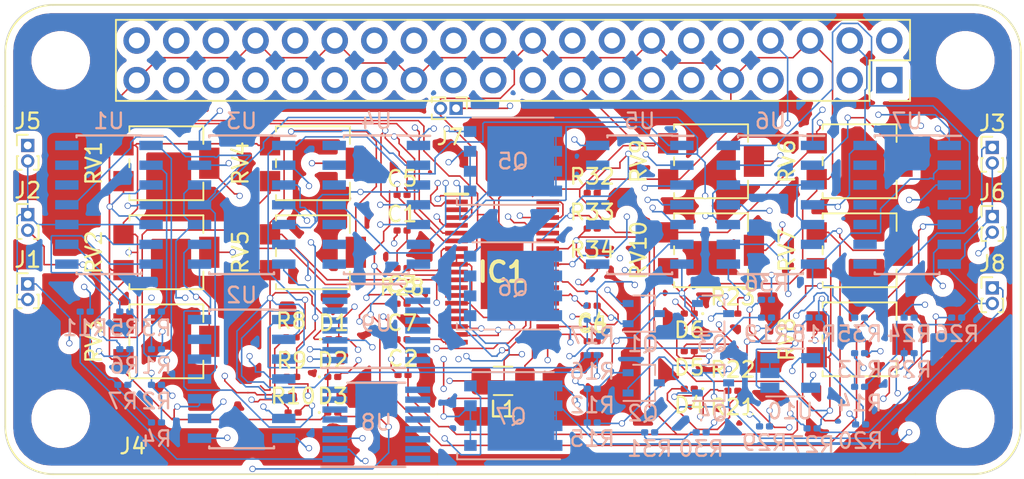
<source format=kicad_pcb>
(kicad_pcb (version 20171130) (host pcbnew "(5.1.10)-1")
  (layers (0 F.Cu signal) (1 In1.Cu signal) (2 In2.Cu signal) (3 In3.Cu signal) (4 In4.Cu signal) (31 B.Cu signal) (34 B.Paste user hide) (35 F.Paste user hide) (36 B.SilkS user hide) (37 F.SilkS user hide) (38 B.Mask user hide) (39 F.Mask user hide) (44 Edge.Cuts user hide))
  (net 0 "")
  (net 1 GND)
  (net 2 "Net-(C1-Pad1)")
  (net 3 "Net-(C2-Pad1)")
  (net 4 +12V)
  (net 5 "Net-(C3-Pad1)")
  (net 6 "Net-(C4-Pad2)")
  (net 7 "Net-(C5-Pad2)")
  (net 8 "Net-(C6-Pad1)")
  (net 9 "Net-(C6-Pad2)")
  (net 10 "Net-(D1-Pad2)")
  (net 11 "Net-(D2-Pad2)")
  (net 12 "Net-(D3-Pad2)")
  (net 13 "Net-(D4-Pad2)")
  (net 14 "Net-(D5-Pad2)")
  (net 15 "Net-(D6-Pad2)")
  (net 16 "Net-(IC1-Pad1)")
  (net 17 "Net-(IC1-Pad2)")
  (net 18 "Net-(IC1-Pad6)")
  (net 19 "Net-(IC1-Pad11)")
  (net 20 "Net-(IC1-Pad12)")
  (net 21 "Net-(IC1-Pad14)")
  (net 22 "Net-(IC1-Pad15)")
  (net 23 "Net-(IC1-Pad16)")
  (net 24 "Net-(IC1-Pad17)")
  (net 25 "Net-(IC1-Pad18)")
  (net 26 "Net-(IC1-Pad20)")
  (net 27 "Net-(IC1-Pad23)")
  (net 28 "Net-(IC1-Pad24)")
  (net 29 "Net-(IC1-Pad25)")
  (net 30 "Net-(IC1-Pad27)")
  (net 31 "Net-(IC1-Pad28)")
  (net 32 "Net-(IC1-Pad29)")
  (net 33 "Net-(IC1-Pad30)")
  (net 34 "Net-(IC1-Pad31)")
  (net 35 "Net-(IC1-Pad33)")
  (net 36 "Net-(IC1-Pad35)")
  (net 37 "Net-(IC1-Pad37)")
  (net 38 "Net-(IC1-Pad39)")
  (net 39 "Net-(J1-Pad1)")
  (net 40 "Net-(J2-Pad2)")
  (net 41 "Net-(J3-Pad1)")
  (net 42 "Net-(J4-Pad3)")
  (net 43 "Net-(J4-Pad15)")
  (net 44 "Net-(J4-Pad16)")
  (net 45 +5V)
  (net 46 "Net-(J4-Pad5)")
  (net 47 "Net-(J4-Pad2)")
  (net 48 "Net-(J4-Pad1)")
  (net 49 "Net-(J4-Pad23)")
  (net 50 "Net-(J4-Pad24)")
  (net 51 "Net-(J4-Pad11)")
  (net 52 "Net-(J4-Pad12)")
  (net 53 "Net-(J4-Pad27)")
  (net 54 "Net-(J4-Pad28)")
  (net 55 "Net-(J4-Pad19)")
  (net 56 "Net-(J4-Pad38)")
  (net 57 "Net-(J4-Pad33)")
  (net 58 "Net-(J4-Pad35)")
  (net 59 +3V3)
  (net 60 "Net-(J4-Pad18)")
  (net 61 "Net-(J4-Pad31)")
  (net 62 "Net-(J4-Pad32)")
  (net 63 "Net-(J4-Pad7)")
  (net 64 "Net-(J4-Pad29)")
  (net 65 "Net-(J4-Pad21)")
  (net 66 "Net-(J4-Pad26)")
  (net 67 "Net-(J4-Pad40)")
  (net 68 "Net-(J5-Pad1)")
  (net 69 "Net-(J6-Pad2)")
  (net 70 "Net-(J8-Pad1)")
  (net 71 "Net-(Q1-Pad3)")
  (net 72 "Net-(Q1-Pad2)")
  (net 73 "Net-(Q3-Pad2)")
  (net 74 "Net-(Q3-Pad3)")
  (net 75 "Net-(R1-Pad1)")
  (net 76 "Net-(R2-Pad1)")
  (net 77 "Net-(R3-Pad1)")
  (net 78 "Net-(R4-Pad1)")
  (net 79 "Net-(R5-Pad2)")
  (net 80 "Net-(R8-Pad2)")
  (net 81 "Net-(R9-Pad2)")
  (net 82 "Net-(R10-Pad2)")
  (net 83 "Net-(R11-Pad1)")
  (net 84 "Net-(R13-Pad1)")
  (net 85 "Net-(R14-Pad1)")
  (net 86 "Net-(R16-Pad1)")
  (net 87 "Net-(R17-Pad1)")
  (net 88 "Net-(R18-Pad2)")
  (net 89 "Net-(R21-Pad2)")
  (net 90 "Net-(R22-Pad2)")
  (net 91 "Net-(R23-Pad2)")
  (net 92 "Net-(R29-Pad1)")
  (net 93 "Net-(R35-Pad1)")
  (net 94 -5V)
  (net 95 "Net-(RV1-Pad2)")
  (net 96 "Net-(RV2-Pad2)")
  (net 97 "Net-(RV3-Pad2)")
  (net 98 "Net-(RV4-Pad2)")
  (net 99 "Net-(RV5-Pad2)")
  (net 100 "Net-(RV6-Pad2)")
  (net 101 "Net-(RV7-Pad2)")
  (net 102 "Net-(RV8-Pad2)")
  (net 103 "Net-(RV9-Pad2)")
  (net 104 "Net-(RV10-Pad2)")
  (net 105 "Net-(U3-Pad14)")
  (net 106 "Net-(U4-Pad1)")
  (net 107 "Net-(U4-Pad7)")
  (net 108 "Net-(U5-Pad3)")
  (net 109 "Net-(U5-Pad6)")
  (net 110 "Net-(U6-Pad14)")
  (net 111 "Net-(U7-Pad6)")
  (net 112 "Net-(U7-Pad3)")
  (module Package_SO:QSOP-16_3.9x4.9mm_P0.635mm (layer B.Cu) (at 66.167 47.752)
    (fp_text reference U9 (at 0 -0.127) (layer B.SilkS) (effects (justify mirror)))
    (fp_text value Switch)
    (pad 16 smd rect (at 2.6543 2.2225) (size 1.6 0.41) (layers B.Cu B.Paste B.Mask))
    (pad 15 smd rect (at 2.6543 1.5875) (size 1.6 0.41) (layers B.Cu B.Paste B.Mask))
    (pad 14 smd rect (at 2.6543 0.9525) (size 1.6 0.41) (layers B.Cu B.Paste B.Mask))
    (pad 13 smd rect (at 2.6543 0.3175) (size 1.6 0.41) (layers B.Cu B.Paste B.Mask))
    (pad 12 smd rect (at 2.6543 -0.3175) (size 1.6 0.41) (layers B.Cu B.Paste B.Mask))
    (pad 11 smd rect (at 2.6543 -0.9525) (size 1.6 0.41) (layers B.Cu B.Paste B.Mask))
    (pad 10 smd rect (at 2.6543 -1.5875) (size 1.6 0.41) (layers B.Cu B.Paste B.Mask))
    (pad 9 smd rect (at 2.6543 -2.2225) (size 1.6 0.41) (layers B.Cu B.Paste B.Mask))
    (pad 8 smd rect (at -2.6543 -2.2225) (size 1.6 0.41) (layers B.Cu B.Paste B.Mask))
    (pad 7 smd rect (at -2.6543 -1.5875) (size 1.6 0.41) (layers B.Cu B.Paste B.Mask))
    (pad 6 smd rect (at -2.6543 -0.9525) (size 1.6 0.41) (layers B.Cu B.Paste B.Mask))
    (pad 5 smd rect (at -2.6543 -0.3175) (size 1.6 0.41) (layers B.Cu B.Paste B.Mask))
    (pad 4 smd rect (at -2.6543 0.3175) (size 1.6 0.41) (layers B.Cu B.Paste B.Mask))
    (pad 3 smd rect (at -2.6543 0.9525) (size 1.6 0.41) (layers B.Cu B.Paste B.Mask) (net 112 "Net-(U7-Pad3)"))
    (pad 2 smd rect (at -2.6543 1.5875) (size 1.6 0.41) (layers B.Cu B.Paste B.Mask) (net 111 "Net-(U7-Pad6)"))
    (pad 1 smd rect (at -2.6543 2.2225) (size 1.6 0.41) (layers B.Cu B.Paste B.Mask) (net 92 "Net-(R29-Pad1)"))
  )
  (module Potentiometer_SMD:Potentiometer_Bourns_3314G_Vertical (layer F.Cu) (at 97.155 42.926 90)
    (fp_text reference RV7 (at 0 -4.65 90) (layer F.SilkS))
    (fp_text value R_POT)
    (pad 3 smd rect (at -1.15 -2.75 90) (size 1.3 1.3) (layers F.Cu F.Paste F.Mask) (net 1 GND))
    (pad 2 smd rect (at 0 2.75 90) (size 2 1.3) (layers F.Cu F.Paste F.Mask) (net 101 "Net-(RV7-Pad2)"))
    (pad 1 smd rect (at 1.15 -2.75 90) (size 1.3 1.3) (layers F.Cu F.Paste F.Mask) (net 59 +3V3))
  )
  (module Potentiometer_SMD:Potentiometer_Bourns_3314G_Vertical (layer F.Cu) (at 97.155 48.641 90)
    (fp_text reference RV8 (at 0 -4.65 90) (layer F.SilkS))
    (fp_text value R_POT)
    (pad 3 smd rect (at -1.15 -2.75 90) (size 1.3 1.3) (layers F.Cu F.Paste F.Mask) (net 1 GND))
    (pad 2 smd rect (at 0 2.75 90) (size 2 1.3) (layers F.Cu F.Paste F.Mask) (net 102 "Net-(RV8-Pad2)"))
    (pad 1 smd rect (at 1.15 -2.75 90) (size 1.3 1.3) (layers F.Cu F.Paste F.Mask) (net 59 +3V3))
  )
  (module Package_SO:SOIC-14_3.9x8.7mm_P1.27mm (layer B.Cu) (at 66.167 40.005 180)
    (fp_text reference U4 (at 0 5.375 180) (layer B.SilkS) (effects (justify mirror)))
    (fp_text value LMV324)
    (pad 14 smd rect (at 2.7 3.81 180) (size 1.5 0.6) (layers B.Cu B.Paste B.Mask))
    (pad 13 smd rect (at 2.7 2.54 180) (size 1.5 0.6) (layers B.Cu B.Paste B.Mask))
    (pad 12 smd rect (at 2.7 1.27 180) (size 1.5 0.6) (layers B.Cu B.Paste B.Mask))
    (pad 11 smd rect (at 2.7 0 180) (size 1.5 0.6) (layers B.Cu B.Paste B.Mask) (net 94 -5V))
    (pad 10 smd rect (at 2.7 -1.27 180) (size 1.5 0.6) (layers B.Cu B.Paste B.Mask))
    (pad 9 smd rect (at 2.7 -2.54 180) (size 1.5 0.6) (layers B.Cu B.Paste B.Mask))
    (pad 8 smd rect (at 2.7 -3.81 180) (size 1.5 0.6) (layers B.Cu B.Paste B.Mask))
    (pad 7 smd rect (at -2.7 -3.81 180) (size 1.5 0.6) (layers B.Cu B.Paste B.Mask) (net 107 "Net-(U4-Pad7)"))
    (pad 6 smd rect (at -2.7 -2.54 180) (size 1.5 0.6) (layers B.Cu B.Paste B.Mask) (net 104 "Net-(RV10-Pad2)"))
    (pad 5 smd rect (at -2.7 -1.27 180) (size 1.5 0.6) (layers B.Cu B.Paste B.Mask) (net 69 "Net-(J6-Pad2)"))
    (pad 4 smd rect (at -2.7 0 180) (size 1.5 0.6) (layers B.Cu B.Paste B.Mask) (net 45 +5V))
    (pad 3 smd rect (at -2.7 1.27 180) (size 1.5 0.6) (layers B.Cu B.Paste B.Mask) (net 40 "Net-(J2-Pad2)"))
    (pad 2 smd rect (at -2.7 2.54 180) (size 1.5 0.6) (layers B.Cu B.Paste B.Mask) (net 99 "Net-(RV5-Pad2)"))
    (pad 1 smd rect (at -2.7 3.81 180) (size 1.5 0.6) (layers B.Cu B.Paste B.Mask) (net 106 "Net-(U4-Pad1)"))
  )
  (module Module:Raspberry_Pi_Zero_Socketed_THT_FaceDown_MountingHoles (layer F.Cu) (at 99.06 32.004 270)
    (fp_text reference J4 (at 23.495 48.514) (layer F.SilkS))
    (fp_text value Raspberry_Pi_2_3)
    (pad "" np_thru_hole circle (at -1.27 53.13) (size 2.75 2.75) (drill 2.75) (layers *.Cu *.Mask))
    (pad "" np_thru_hole circle (at 21.73 -4.87) (size 2.75 2.75) (drill 2.75) (layers *.Cu *.Mask))
    (pad "" np_thru_hole circle (at 21.73 53.13) (size 2.75 2.75) (drill 2.75) (layers *.Cu *.Mask))
    (pad "" np_thru_hole circle (at -1.27 -4.87) (size 2.75 2.75) (drill 2.75) (layers *.Cu *.Mask))
    (pad 40 thru_hole oval (at -2.54 48.26 270) (size 1.7 1.7) (drill 1) (layers *.Cu *.Mask) (net 67 "Net-(J4-Pad40)"))
    (pad 39 thru_hole oval (at 0 48.26 270) (size 1.7 1.7) (drill 1) (layers *.Cu *.Mask) (net 1 GND))
    (pad 26 thru_hole oval (at -2.54 30.48 270) (size 1.7 1.7) (drill 1) (layers *.Cu *.Mask) (net 66 "Net-(J4-Pad26)"))
    (pad 25 thru_hole oval (at 0 30.48 270) (size 1.7 1.7) (drill 1) (layers *.Cu *.Mask) (net 1 GND))
    (pad 22 thru_hole oval (at -2.54 25.4 270) (size 1.7 1.7) (drill 1) (layers *.Cu *.Mask) (net 10 "Net-(D1-Pad2)"))
    (pad 21 thru_hole oval (at 0 25.4 270) (size 1.7 1.7) (drill 1) (layers *.Cu *.Mask) (net 65 "Net-(J4-Pad21)"))
    (pad 30 thru_hole oval (at -2.54 35.56 270) (size 1.7 1.7) (drill 1) (layers *.Cu *.Mask) (net 1 GND))
    (pad 29 thru_hole oval (at 0 35.56 270) (size 1.7 1.7) (drill 1) (layers *.Cu *.Mask) (net 64 "Net-(J4-Pad29)"))
    (pad 8 thru_hole oval (at -2.54 7.62 270) (size 1.7 1.7) (drill 1) (layers *.Cu *.Mask) (net 13 "Net-(D4-Pad2)"))
    (pad 7 thru_hole oval (at 0 7.62 270) (size 1.7 1.7) (drill 1) (layers *.Cu *.Mask) (net 63 "Net-(J4-Pad7)"))
    (pad 32 thru_hole oval (at -2.54 38.1 270) (size 1.7 1.7) (drill 1) (layers *.Cu *.Mask) (net 62 "Net-(J4-Pad32)"))
    (pad 31 thru_hole oval (at 0 38.1 270) (size 1.7 1.7) (drill 1) (layers *.Cu *.Mask) (net 61 "Net-(J4-Pad31)"))
    (pad 18 thru_hole oval (at -2.54 20.32 270) (size 1.7 1.7) (drill 1) (layers *.Cu *.Mask) (net 60 "Net-(J4-Pad18)"))
    (pad 17 thru_hole oval (at 0 20.32 270) (size 1.7 1.7) (drill 1) (layers *.Cu *.Mask) (net 59 +3V3))
    (pad 36 thru_hole oval (at -2.54 43.18 270) (size 1.7 1.7) (drill 1) (layers *.Cu *.Mask) (net 15 "Net-(D6-Pad2)"))
    (pad 35 thru_hole oval (at 0 43.18 270) (size 1.7 1.7) (drill 1) (layers *.Cu *.Mask) (net 58 "Net-(J4-Pad35)"))
    (pad 34 thru_hole oval (at -2.54 40.64 270) (size 1.7 1.7) (drill 1) (layers *.Cu *.Mask) (net 1 GND))
    (pad 33 thru_hole oval (at 0 40.64 270) (size 1.7 1.7) (drill 1) (layers *.Cu *.Mask) (net 57 "Net-(J4-Pad33)"))
    (pad 38 thru_hole oval (at -2.54 45.72 270) (size 1.7 1.7) (drill 1) (layers *.Cu *.Mask) (net 56 "Net-(J4-Pad38)"))
    (pad 37 thru_hole oval (at 0 45.72 270) (size 1.7 1.7) (drill 1) (layers *.Cu *.Mask) (net 11 "Net-(D2-Pad2)"))
    (pad 20 thru_hole oval (at -2.54 22.86 270) (size 1.7 1.7) (drill 1) (layers *.Cu *.Mask) (net 1 GND))
    (pad 19 thru_hole oval (at 0 22.86 270) (size 1.7 1.7) (drill 1) (layers *.Cu *.Mask) (net 55 "Net-(J4-Pad19)"))
    (pad 10 thru_hole oval (at -2.54 10.16 270) (size 1.7 1.7) (drill 1) (layers *.Cu *.Mask) (net 14 "Net-(D5-Pad2)"))
    (pad 9 thru_hole oval (at 0 10.16 270) (size 1.7 1.7) (drill 1) (layers *.Cu *.Mask) (net 1 GND))
    (pad 14 thru_hole oval (at -2.54 15.24 270) (size 1.7 1.7) (drill 1) (layers *.Cu *.Mask) (net 1 GND))
    (pad 13 thru_hole oval (at 0 15.24 270) (size 1.7 1.7) (drill 1) (layers *.Cu *.Mask) (net 12 "Net-(D3-Pad2)"))
    (pad 28 thru_hole oval (at -2.54 33.02 270) (size 1.7 1.7) (drill 1) (layers *.Cu *.Mask) (net 54 "Net-(J4-Pad28)"))
    (pad 27 thru_hole oval (at 0 33.02 270) (size 1.7 1.7) (drill 1) (layers *.Cu *.Mask) (net 53 "Net-(J4-Pad27)"))
    (pad 12 thru_hole oval (at -2.54 12.7 270) (size 1.7 1.7) (drill 1) (layers *.Cu *.Mask) (net 52 "Net-(J4-Pad12)"))
    (pad 11 thru_hole oval (at 0 12.7 270) (size 1.7 1.7) (drill 1) (layers *.Cu *.Mask) (net 51 "Net-(J4-Pad11)"))
    (pad 24 thru_hole oval (at -2.54 27.94 270) (size 1.7 1.7) (drill 1) (layers *.Cu *.Mask) (net 50 "Net-(J4-Pad24)"))
    (pad 23 thru_hole oval (at 0 27.94 270) (size 1.7 1.7) (drill 1) (layers *.Cu *.Mask) (net 49 "Net-(J4-Pad23)"))
    (pad 1 thru_hole rect (at 0 0 270) (size 1.7 1.7) (drill 1) (layers *.Cu *.Mask) (net 48 "Net-(J4-Pad1)"))
    (pad 2 thru_hole oval (at -2.54 0 270) (size 1.7 1.7) (drill 1) (layers *.Cu *.Mask) (net 47 "Net-(J4-Pad2)"))
    (pad 5 thru_hole oval (at 0 5.08 270) (size 1.7 1.7) (drill 1) (layers *.Cu *.Mask) (net 46 "Net-(J4-Pad5)"))
    (pad 4 thru_hole oval (at -2.54 2.54 270) (size 1.7 1.7) (drill 1) (layers *.Cu *.Mask) (net 45 +5V))
    (pad 16 thru_hole oval (at -2.54 17.78 270) (size 1.7 1.7) (drill 1) (layers *.Cu *.Mask) (net 44 "Net-(J4-Pad16)"))
    (pad 15 thru_hole oval (at 0 17.78 270) (size 1.7 1.7) (drill 1) (layers *.Cu *.Mask) (net 43 "Net-(J4-Pad15)"))
    (pad 3 thru_hole oval (at 0 2.54 270) (size 1.7 1.7) (drill 1) (layers *.Cu *.Mask) (net 42 "Net-(J4-Pad3)"))
    (pad 6 thru_hole oval (at -2.54 5.08 270) (size 1.7 1.7) (drill 1) (layers *.Cu *.Mask) (net 1 GND))
  )
  (module Potentiometer_SMD:Potentiometer_Bourns_3314G_Vertical (layer F.Cu) (at 97.155 37.211 90)
    (fp_text reference RV6 (at 0 -4.65 90) (layer F.SilkS))
    (fp_text value R_POT)
    (pad 3 smd rect (at -1.15 -2.75 90) (size 1.3 1.3) (layers F.Cu F.Paste F.Mask) (net 1 GND))
    (pad 2 smd rect (at 0 2.75 90) (size 2 1.3) (layers F.Cu F.Paste F.Mask) (net 100 "Net-(RV6-Pad2)"))
    (pad 1 smd rect (at 1.15 -2.75 90) (size 1.3 1.3) (layers F.Cu F.Paste F.Mask) (net 59 +3V3))
  )
  (module Connector_PinHeader_1.00mm:PinHeader_1x02_P1.00mm_Vertical (layer F.Cu) (at 43.815 36.195)
    (fp_text reference J5 (at 0 -1.56) (layer F.SilkS))
    (fp_text value Conn_01x02_Male)
    (pad 2 thru_hole oval (at 0 1) (size 0.85 0.85) (drill 0.5) (layers *.Cu *.Mask) (net 1 GND))
    (pad 1 thru_hole rect (at 0 0) (size 0.85 0.85) (drill 0.5) (layers *.Cu *.Mask) (net 68 "Net-(J5-Pad1)"))
  )
  (module Capacitor_SMD:C_0201_0603Metric (layer F.Cu) (at 67.818 41.656)
    (fp_text reference C1 (at 0 -1.05) (layer F.SilkS))
    (fp_text value 0.01µ)
    (pad 2 smd roundrect (at 0.32 0) (size 0.46 0.4) (layers F.Cu F.Mask) (net 1 GND))
    (pad 1 smd roundrect (at -0.32 0) (size 0.46 0.4) (layers F.Cu F.Mask) (net 2 "Net-(C1-Pad1)"))
  )
  (module Capacitor_SMD:C_0201_0603Metric (layer F.Cu) (at 67.879 50.927)
    (fp_text reference C2 (at 0 -1.05) (layer F.SilkS))
    (fp_text value 1n)
    (pad 2 smd roundrect (at 0.32 0) (size 0.46 0.4) (layers F.Cu F.Mask) (net 4 +12V))
    (pad 1 smd roundrect (at -0.32 0) (size 0.46 0.4) (layers F.Cu F.Mask) (net 3 "Net-(C2-Pad1)"))
  )
  (module Capacitor_SMD:C_0201_0603Metric (layer F.Cu) (at 67.818 44.069 180)
    (fp_text reference C3 (at 0 -1.05 180) (layer F.SilkS))
    (fp_text value Cpar=100p,Rser=10k)
    (pad 1 smd roundrect (at -0.32 0 180) (size 0.46 0.4) (layers F.Cu F.Mask) (net 5 "Net-(C3-Pad1)"))
    (pad 2 smd roundrect (at 0.32 0 180) (size 0.46 0.4) (layers F.Cu F.Mask) (net 1 GND))
  )
  (module Capacitor_SMD:C_0201_0603Metric (layer F.Cu) (at 80.01 46.482 180)
    (fp_text reference C4 (at 0 -1.05 180) (layer F.SilkS))
    (fp_text value 4.7µ)
    (pad 2 smd roundrect (at 0.32 0 180) (size 0.46 0.4) (layers F.Cu F.Mask) (net 6 "Net-(C4-Pad2)"))
    (pad 1 smd roundrect (at -0.32 0 180) (size 0.46 0.4) (layers F.Cu F.Mask) (net 1 GND))
  )
  (module Capacitor_SMD:C_0201_0603Metric (layer F.Cu) (at 67.818 39.37)
    (fp_text reference C5 (at 0 -1.05) (layer F.SilkS))
    (fp_text value 0.1µ)
    (pad 2 smd roundrect (at 0.32 0) (size 0.46 0.4) (layers F.Cu F.Mask) (net 7 "Net-(C5-Pad2)"))
    (pad 1 smd roundrect (at -0.32 0) (size 0.46 0.4) (layers F.Cu F.Mask) (net 1 GND))
  )
  (module Capacitor_SMD:C_0201_0603Metric (layer F.Cu) (at 80.01 48.768)
    (fp_text reference C6 (at 0 -1.05) (layer F.SilkS))
    (fp_text value 0.1µ)
    (pad 2 smd roundrect (at 0.32 0) (size 0.46 0.4) (layers F.Cu F.Mask) (net 9 "Net-(C6-Pad2)"))
    (pad 1 smd roundrect (at -0.32 0) (size 0.46 0.4) (layers F.Cu F.Mask) (net 8 "Net-(C6-Pad1)"))
  )
  (module Capacitor_SMD:C_0201_0603Metric (layer F.Cu) (at 67.818 48.641)
    (fp_text reference C7 (at 0 -1.05) (layer F.SilkS))
    (fp_text value "150µ x3, Rser=0.1")
    (pad 2 smd roundrect (at 0.32 0) (size 0.46 0.4) (layers F.Cu F.Mask) (net 1 GND))
    (pad 1 smd roundrect (at -0.32 0) (size 0.46 0.4) (layers F.Cu F.Mask) (net 4 +12V))
  )
  (module LED_SMD:LED_0201_0603Metric (layer F.Cu) (at 63.439 48.641)
    (fp_text reference D1 (at 0 -1.05) (layer F.SilkS))
    (fp_text value "Red LED")
    (pad 2 smd roundrect (at 0.32 0) (size 0.46 0.4) (layers F.Cu F.Mask) (net 10 "Net-(D1-Pad2)"))
    (pad 1 smd roundrect (at -0.32 0) (size 0.46 0.4) (layers F.Cu F.Mask) (net 1 GND))
  )
  (module LED_SMD:LED_0201_0603Metric (layer F.Cu) (at 63.373 51.054)
    (fp_text reference D2 (at 0 -1.05) (layer F.SilkS))
    (fp_text value "Orange LED")
    (pad 2 smd roundrect (at 0.32 0) (size 0.46 0.4) (layers F.Cu F.Mask) (net 11 "Net-(D2-Pad2)"))
    (pad 1 smd roundrect (at -0.32 0) (size 0.46 0.4) (layers F.Cu F.Mask) (net 1 GND))
  )
  (module LED_SMD:LED_0201_0603Metric (layer F.Cu) (at 63.373 53.34)
    (fp_text reference D3 (at 0 -1.05) (layer F.SilkS))
    (fp_text value "Green LED")
    (pad 2 smd roundrect (at 0.32 0) (size 0.46 0.4) (layers F.Cu F.Mask) (net 12 "Net-(D3-Pad2)"))
    (pad 1 smd roundrect (at -0.32 0) (size 0.46 0.4) (layers F.Cu F.Mask) (net 1 GND))
  )
  (module LED_SMD:LED_0201_0603Metric (layer F.Cu) (at 86.233 51.816 180)
    (fp_text reference D4 (at 0 -1.05 180) (layer F.SilkS))
    (fp_text value "Red LED")
    (pad 2 smd roundrect (at 0.32 0 180) (size 0.46 0.4) (layers F.Cu F.Mask) (net 13 "Net-(D4-Pad2)"))
    (pad 1 smd roundrect (at -0.32 0 180) (size 0.46 0.4) (layers F.Cu F.Mask) (net 1 GND))
  )
  (module LED_SMD:LED_0201_0603Metric (layer F.Cu) (at 86.233 49.403 180)
    (fp_text reference D5 (at 0 -1.05 180) (layer F.SilkS))
    (fp_text value "Orange LED")
    (pad 2 smd roundrect (at 0.32 0 180) (size 0.46 0.4) (layers F.Cu F.Mask) (net 14 "Net-(D5-Pad2)"))
    (pad 1 smd roundrect (at -0.32 0 180) (size 0.46 0.4) (layers F.Cu F.Mask) (net 1 GND))
  )
  (module LED_SMD:LED_0201_0603Metric (layer F.Cu) (at 86.233 46.99 180)
    (fp_text reference D6 (at 0 -1.05 180) (layer F.SilkS))
    (fp_text value "Green LED")
    (pad 2 smd roundrect (at 0.32 0 180) (size 0.46 0.4) (layers F.Cu F.Mask) (net 15 "Net-(D6-Pad2)"))
    (pad 1 smd roundrect (at -0.32 0 180) (size 0.46 0.4) (layers F.Cu F.Mask) (net 1 GND))
  )
  (module LTC3895IFE#TRPBF:SOP50P640X120-39N (layer F.Cu) (at 74.2315 44.323)
    (fp_text reference IC1 (at 0 0) (layer F.SilkS) (effects (font (size 1.27 1.27) (thickness 0.254))))
    (fp_text value LTC3895IFE#TRPBF hide)
    (pad 39 smd rect (at 0 0) (size 2.74 4.75) (layers F.Cu F.Paste F.Mask) (net 38 "Net-(IC1-Pad39)"))
    (pad 38 smd rect (at 2.925 -4.5 90) (size 0.3 1.45) (layers F.Cu F.Paste F.Mask) (net 7 "Net-(C5-Pad2)"))
    (pad 37 smd rect (at 2.925 -4 90) (size 0.3 1.45) (layers F.Cu F.Paste F.Mask) (net 37 "Net-(IC1-Pad37)"))
    (pad 36 smd rect (at 2.925 -3.5 90) (size 0.3 1.45) (layers F.Cu F.Paste F.Mask) (net 7 "Net-(C5-Pad2)"))
    (pad 35 smd rect (at 2.925 -3 90) (size 0.3 1.45) (layers F.Cu F.Paste F.Mask) (net 36 "Net-(IC1-Pad35)"))
    (pad 34 smd rect (at 2.925 -2.5 90) (size 0.3 1.45) (layers F.Cu F.Paste F.Mask) (net 33 "Net-(IC1-Pad30)"))
    (pad 33 smd rect (at 2.925 -2 90) (size 0.3 1.45) (layers F.Cu F.Paste F.Mask) (net 35 "Net-(IC1-Pad33)"))
    (pad 32 smd rect (at 2.925 -1.5 90) (size 0.3 1.45) (layers F.Cu F.Paste F.Mask) (net 4 +12V))
    (pad 31 smd rect (at 2.925 -1 90) (size 0.3 1.45) (layers F.Cu F.Paste F.Mask) (net 34 "Net-(IC1-Pad31)"))
    (pad 30 smd rect (at 2.925 -0.5 90) (size 0.3 1.45) (layers F.Cu F.Paste F.Mask) (net 33 "Net-(IC1-Pad30)"))
    (pad 29 smd rect (at 2.925 0 90) (size 0.3 1.45) (layers F.Cu F.Paste F.Mask) (net 32 "Net-(IC1-Pad29)"))
    (pad 28 smd rect (at 2.925 0.5 90) (size 0.3 1.45) (layers F.Cu F.Paste F.Mask) (net 31 "Net-(IC1-Pad28)"))
    (pad 27 smd rect (at 2.925 1 90) (size 0.3 1.45) (layers F.Cu F.Paste F.Mask) (net 30 "Net-(IC1-Pad27)"))
    (pad 26 smd rect (at 2.925 1.5 90) (size 0.3 1.45) (layers F.Cu F.Paste F.Mask) (net 6 "Net-(C4-Pad2)"))
    (pad 25 smd rect (at 2.925 2 90) (size 0.3 1.45) (layers F.Cu F.Paste F.Mask) (net 29 "Net-(IC1-Pad25)"))
    (pad 24 smd rect (at 2.925 2.5 90) (size 0.3 1.45) (layers F.Cu F.Paste F.Mask) (net 28 "Net-(IC1-Pad24)"))
    (pad 23 smd rect (at 2.925 3 90) (size 0.3 1.45) (layers F.Cu F.Paste F.Mask) (net 27 "Net-(IC1-Pad23)"))
    (pad 22 smd rect (at 2.925 3.5 90) (size 0.3 1.45) (layers F.Cu F.Paste F.Mask) (net 9 "Net-(C6-Pad2)"))
    (pad 21 smd rect (at 2.925 4 90) (size 0.3 1.45) (layers F.Cu F.Paste F.Mask) (net 8 "Net-(C6-Pad1)"))
    (pad 20 smd rect (at 2.925 4.5 90) (size 0.3 1.45) (layers F.Cu F.Paste F.Mask) (net 26 "Net-(IC1-Pad20)"))
    (pad 19 smd rect (at -2.925 4.5 90) (size 0.3 1.45) (layers F.Cu F.Paste F.Mask) (net 1 GND))
    (pad 18 smd rect (at -2.925 4 90) (size 0.3 1.45) (layers F.Cu F.Paste F.Mask) (net 25 "Net-(IC1-Pad18)"))
    (pad 17 smd rect (at -2.925 3.5 90) (size 0.3 1.45) (layers F.Cu F.Paste F.Mask) (net 24 "Net-(IC1-Pad17)"))
    (pad 16 smd rect (at -2.925 3 90) (size 0.3 1.45) (layers F.Cu F.Paste F.Mask) (net 23 "Net-(IC1-Pad16)"))
    (pad 15 smd rect (at -2.925 2.5 90) (size 0.3 1.45) (layers F.Cu F.Paste F.Mask) (net 22 "Net-(IC1-Pad15)"))
    (pad 14 smd rect (at -2.925 2 90) (size 0.3 1.45) (layers F.Cu F.Paste F.Mask) (net 21 "Net-(IC1-Pad14)"))
    (pad 13 smd rect (at -2.925 1.5 90) (size 0.3 1.45) (layers F.Cu F.Paste F.Mask) (net 1 GND))
    (pad 12 smd rect (at -2.925 1 90) (size 0.3 1.45) (layers F.Cu F.Paste F.Mask) (net 20 "Net-(IC1-Pad12)"))
    (pad 11 smd rect (at -2.925 0.5 90) (size 0.3 1.45) (layers F.Cu F.Paste F.Mask) (net 19 "Net-(IC1-Pad11)"))
    (pad 10 smd rect (at -2.925 0 90) (size 0.3 1.45) (layers F.Cu F.Paste F.Mask) (net 7 "Net-(C5-Pad2)"))
    (pad 9 smd rect (at -2.925 -0.5 90) (size 0.3 1.45) (layers F.Cu F.Paste F.Mask) (net 1 GND))
    (pad 8 smd rect (at -2.925 -1 90) (size 0.3 1.45) (layers F.Cu F.Paste F.Mask) (net 1 GND))
    (pad 7 smd rect (at -2.925 -1.5 90) (size 0.3 1.45) (layers F.Cu F.Paste F.Mask) (net 5 "Net-(C3-Pad1)"))
    (pad 6 smd rect (at -2.925 -2 90) (size 0.3 1.45) (layers F.Cu F.Paste F.Mask) (net 18 "Net-(IC1-Pad6)"))
    (pad 5 smd rect (at -2.925 -2.5 90) (size 0.3 1.45) (layers F.Cu F.Paste F.Mask) (net 2 "Net-(C1-Pad1)"))
    (pad 4 smd rect (at -2.925 -3 90) (size 0.3 1.45) (layers F.Cu F.Paste F.Mask) (net 4 +12V))
    (pad 3 smd rect (at -2.925 -3.5 90) (size 0.3 1.45) (layers F.Cu F.Paste F.Mask) (net 3 "Net-(C2-Pad1)"))
    (pad 2 smd rect (at -2.925 -4 90) (size 0.3 1.45) (layers F.Cu F.Paste F.Mask) (net 17 "Net-(IC1-Pad2)"))
    (pad 1 smd rect (at -2.925 -4.5 90) (size 0.3 1.45) (layers F.Cu F.Paste F.Mask) (net 16 "Net-(IC1-Pad1)"))
  )
  (module Connector_PinHeader_1.00mm:PinHeader_1x02_P1.00mm_Vertical (layer F.Cu) (at 43.815 45.085)
    (fp_text reference J1 (at 0 -1.56) (layer F.SilkS))
    (fp_text value Conn_01x02_Male)
    (pad 2 thru_hole oval (at 0 1) (size 0.85 0.85) (drill 0.5) (layers *.Cu *.Mask) (net 1 GND))
    (pad 1 thru_hole rect (at 0 0) (size 0.85 0.85) (drill 0.5) (layers *.Cu *.Mask) (net 39 "Net-(J1-Pad1)"))
  )
  (module Connector_PinHeader_1.00mm:PinHeader_1x02_P1.00mm_Vertical (layer F.Cu) (at 43.815 40.64)
    (fp_text reference J2 (at 0 -1.56) (layer F.SilkS))
    (fp_text value Conn_01x02_Male)
    (pad 2 thru_hole oval (at 0 1) (size 0.85 0.85) (drill 0.5) (layers *.Cu *.Mask) (net 40 "Net-(J2-Pad2)"))
    (pad 1 thru_hole rect (at 0 0) (size 0.85 0.85) (drill 0.5) (layers *.Cu *.Mask) (net 1 GND))
  )
  (module Connector_PinHeader_1.00mm:PinHeader_1x02_P1.00mm_Vertical (layer F.Cu) (at 105.664 36.322)
    (fp_text reference J3 (at 0 -1.56) (layer F.SilkS))
    (fp_text value Conn_01x02_Male)
    (pad 2 thru_hole oval (at 0 1) (size 0.85 0.85) (drill 0.5) (layers *.Cu *.Mask) (net 1 GND))
    (pad 1 thru_hole rect (at 0 0) (size 0.85 0.85) (drill 0.5) (layers *.Cu *.Mask) (net 41 "Net-(J3-Pad1)"))
  )
  (module Connector_PinHeader_1.00mm:PinHeader_1x02_P1.00mm_Vertical (layer F.Cu) (at 105.664 40.767)
    (fp_text reference J6 (at 0 -1.56) (layer F.SilkS))
    (fp_text value Conn_01x02_Male)
    (pad 2 thru_hole oval (at 0 1) (size 0.85 0.85) (drill 0.5) (layers *.Cu *.Mask) (net 69 "Net-(J6-Pad2)"))
    (pad 1 thru_hole rect (at 0 0) (size 0.85 0.85) (drill 0.5) (layers *.Cu *.Mask) (net 1 GND))
  )
  (module Connector_PinHeader_1.00mm:PinHeader_1x02_P1.00mm_Vertical (layer F.Cu) (at 71.2825 33.8115 270)
    (fp_text reference J7 (at 1.85 0.39) (layer F.SilkS))
    (fp_text value Conn_01x02_Male)
    (pad 2 thru_hole oval (at 0 1 270) (size 0.85 0.85) (drill 0.5) (layers *.Cu *.Mask) (net 1 GND))
    (pad 1 thru_hole rect (at 0 0 270) (size 0.85 0.85) (drill 0.5) (layers *.Cu *.Mask) (net 33 "Net-(IC1-Pad30)"))
  )
  (module Connector_PinHeader_1.00mm:PinHeader_1x02_P1.00mm_Vertical (layer F.Cu) (at 105.664 45.339)
    (fp_text reference J8 (at 0 -1.56) (layer F.SilkS))
    (fp_text value Conn_01x02_Male)
    (pad 2 thru_hole oval (at 0 1) (size 0.85 0.85) (drill 0.5) (layers *.Cu *.Mask) (net 1 GND))
    (pad 1 thru_hole rect (at 0 0) (size 0.85 0.85) (drill 0.5) (layers *.Cu *.Mask) (net 70 "Net-(J8-Pad1)"))
  )
  (module Inductor_SMD:L_1206_3216Metric (layer F.Cu) (at 74.295 51.308 180)
    (fp_text reference L1 (at 0 -1.82 180) (layer F.SilkS))
    (fp_text value "33µ, Rser=15m")
    (pad 2 smd roundrect (at 1.4 0 180) (size 1.25 1.75) (layers F.Cu F.Paste F.Mask) (roundrect_rratio 0.2) (net 3 "Net-(C2-Pad1)"))
    (pad 1 smd roundrect (at -1.4 0 180) (size 1.25 1.75) (layers F.Cu F.Paste F.Mask) (roundrect_rratio 0.2) (net 8 "Net-(C6-Pad1)"))
  )
  (module Package_TO_SOT_SMD:SOT-323_SC-70 (layer B.Cu) (at 83.312 46.99)
    (fp_text reference Q1 (at -0.05 1.95) (layer B.SilkS) (effects (justify mirror)))
    (fp_text value PN2222A)
    (pad 3 smd rect (at 1 0 90) (size 0.45 0.7) (layers B.Cu B.Paste B.Mask) (net 71 "Net-(Q1-Pad3)"))
    (pad 2 smd rect (at -1 -0.65 90) (size 0.45 0.7) (layers B.Cu B.Paste B.Mask) (net 72 "Net-(Q1-Pad2)"))
    (pad 1 smd rect (at -1 0.65 90) (size 0.45 0.7) (layers B.Cu B.Paste B.Mask) (net 1 GND))
  )
  (module Package_TO_SOT_SMD:SOT-323_SC-70 (layer B.Cu) (at 83.312 51.435)
    (fp_text reference Q2 (at -0.05 1.95) (layer B.SilkS) (effects (justify mirror)))
    (fp_text value PN2222A)
    (pad 3 smd rect (at 1 0 90) (size 0.45 0.7) (layers B.Cu B.Paste B.Mask) (net 68 "Net-(J5-Pad1)"))
    (pad 2 smd rect (at -1 -0.65 90) (size 0.45 0.7) (layers B.Cu B.Paste B.Mask) (net 71 "Net-(Q1-Pad3)"))
    (pad 1 smd rect (at -1 0.65 90) (size 0.45 0.7) (layers B.Cu B.Paste B.Mask) (net 1 GND))
  )
  (module Package_TO_SOT_SMD:SOT-323_SC-70 (layer B.Cu) (at 87.757 46.99)
    (fp_text reference Q3 (at -0.05 1.95) (layer B.SilkS) (effects (justify mirror)))
    (fp_text value PN2222A)
    (pad 3 smd rect (at 1 0 90) (size 0.45 0.7) (layers B.Cu B.Paste B.Mask) (net 74 "Net-(Q3-Pad3)"))
    (pad 2 smd rect (at -1 -0.65 90) (size 0.45 0.7) (layers B.Cu B.Paste B.Mask) (net 73 "Net-(Q3-Pad2)"))
    (pad 1 smd rect (at -1 0.65 90) (size 0.45 0.7) (layers B.Cu B.Paste B.Mask) (net 1 GND))
  )
  (module Package_TO_SOT_SMD:SOT-323_SC-70 (layer B.Cu) (at 87.757 51.435)
    (fp_text reference Q4 (at -0.05 1.95) (layer B.SilkS) (effects (justify mirror)))
    (fp_text value PN2222A)
    (pad 3 smd rect (at 1 0 90) (size 0.45 0.7) (layers B.Cu B.Paste B.Mask) (net 70 "Net-(J8-Pad1)"))
    (pad 2 smd rect (at -1 -0.65 90) (size 0.45 0.7) (layers B.Cu B.Paste B.Mask) (net 74 "Net-(Q3-Pad3)"))
    (pad 1 smd rect (at -1 0.65 90) (size 0.45 0.7) (layers B.Cu B.Paste B.Mask) (net 1 GND))
  )
  (module Package_TO_SOT_SMD:TDSON-8-1 (layer B.Cu) (at 74.93 37.211)
    (fp_text reference Q5 (at 0 0) (layer B.SilkS) (effects (justify mirror)))
    (fp_text value Si4482DY)
    (pad 5 smd rect (at 0.5 0 90) (size 4.5 4.29) (layers B.Cu B.Mask) (net 6 "Net-(C4-Pad2)"))
    (pad 5 smd rect (at 2.75 1.91 90) (size 0.7 0.8) (layers B.Cu B.Paste B.Mask) (net 6 "Net-(C4-Pad2)"))
    (pad 5 smd rect (at 2.75 0.64 90) (size 0.7 0.8) (layers B.Cu B.Paste B.Mask) (net 6 "Net-(C4-Pad2)"))
    (pad 5 smd rect (at 2.75 -0.64 90) (size 0.7 0.8) (layers B.Cu B.Paste B.Mask) (net 6 "Net-(C4-Pad2)"))
    (pad 5 smd rect (at 2.75 -1.91 90) (size 0.7 0.8) (layers B.Cu B.Paste B.Mask) (net 6 "Net-(C4-Pad2)"))
    (pad 4 smd rect (at -2.75 -1.91 90) (size 0.7 0.8) (layers B.Cu B.Paste B.Mask) (net 31 "Net-(IC1-Pad28)"))
    (pad 3 smd rect (at -2.75 -0.64 90) (size 0.7 0.8) (layers B.Cu B.Paste B.Mask) (net 33 "Net-(IC1-Pad30)"))
    (pad 2 smd rect (at -2.75 0.64 90) (size 0.7 0.8) (layers B.Cu B.Paste B.Mask) (net 33 "Net-(IC1-Pad30)"))
    (pad 1 smd rect (at -2.75 1.91 90) (size 0.7 0.8) (layers B.Cu B.Paste B.Mask) (net 33 "Net-(IC1-Pad30)"))
  )
  (module Package_TO_SOT_SMD:TDSON-8-1 (layer B.Cu) (at 74.93 45.212)
    (fp_text reference Q6 (at 0 0.127) (layer B.SilkS) (effects (justify mirror)))
    (fp_text value BSC082N10LSG)
    (pad 5 smd rect (at 0.5 0 90) (size 4.5 4.29) (layers B.Cu B.Mask) (net 8 "Net-(C6-Pad1)"))
    (pad 5 smd rect (at 2.75 1.91 90) (size 0.7 0.8) (layers B.Cu B.Paste B.Mask) (net 8 "Net-(C6-Pad1)"))
    (pad 5 smd rect (at 2.75 0.64 90) (size 0.7 0.8) (layers B.Cu B.Paste B.Mask) (net 8 "Net-(C6-Pad1)"))
    (pad 5 smd rect (at 2.75 -0.64 90) (size 0.7 0.8) (layers B.Cu B.Paste B.Mask) (net 8 "Net-(C6-Pad1)"))
    (pad 5 smd rect (at 2.75 -1.91 90) (size 0.7 0.8) (layers B.Cu B.Paste B.Mask) (net 8 "Net-(C6-Pad1)"))
    (pad 4 smd rect (at -2.75 -1.91 90) (size 0.7 0.8) (layers B.Cu B.Paste B.Mask) (net 28 "Net-(IC1-Pad24)"))
    (pad 3 smd rect (at -2.75 -0.64 90) (size 0.7 0.8) (layers B.Cu B.Paste B.Mask) (net 1 GND))
    (pad 2 smd rect (at -2.75 0.64 90) (size 0.7 0.8) (layers B.Cu B.Paste B.Mask) (net 1 GND))
    (pad 1 smd rect (at -2.75 1.91 90) (size 0.7 0.8) (layers B.Cu B.Paste B.Mask) (net 1 GND))
  )
  (module Package_TO_SOT_SMD:TDSON-8-1 (layer B.Cu) (at 74.95 53.541)
    (fp_text reference Q7 (at -0.147 0.053) (layer B.SilkS) (effects (justify mirror)))
    (fp_text value BSC082N10LSG)
    (pad 5 smd rect (at 0.5 0 90) (size 4.5 4.29) (layers B.Cu B.Mask) (net 33 "Net-(IC1-Pad30)"))
    (pad 5 smd rect (at 2.75 1.91 90) (size 0.7 0.8) (layers B.Cu B.Paste B.Mask) (net 33 "Net-(IC1-Pad30)"))
    (pad 5 smd rect (at 2.75 0.64 90) (size 0.7 0.8) (layers B.Cu B.Paste B.Mask) (net 33 "Net-(IC1-Pad30)"))
    (pad 5 smd rect (at 2.75 -0.64 90) (size 0.7 0.8) (layers B.Cu B.Paste B.Mask) (net 33 "Net-(IC1-Pad30)"))
    (pad 5 smd rect (at 2.75 -1.91 90) (size 0.7 0.8) (layers B.Cu B.Paste B.Mask) (net 33 "Net-(IC1-Pad30)"))
    (pad 4 smd rect (at -2.75 -1.91 90) (size 0.7 0.8) (layers B.Cu B.Paste B.Mask) (net 26 "Net-(IC1-Pad20)"))
    (pad 3 smd rect (at -2.75 -0.64 90) (size 0.7 0.8) (layers B.Cu B.Paste B.Mask) (net 8 "Net-(C6-Pad1)"))
    (pad 2 smd rect (at -2.75 0.64 90) (size 0.7 0.8) (layers B.Cu B.Paste B.Mask) (net 8 "Net-(C6-Pad1)"))
    (pad 1 smd rect (at -2.75 1.91 90) (size 0.7 0.8) (layers B.Cu B.Paste B.Mask) (net 8 "Net-(C6-Pad1)"))
  )
  (module Resistor_SMD:R_0201_0603Metric (layer B.Cu) (at 52.07 49.276)
    (fp_text reference R1 (at 0 1.05) (layer B.SilkS) (effects (justify mirror)))
    (fp_text value 10K)
    (pad 2 smd roundrect (at 0.32 0) (size 0.46 0.4) (layers B.Cu B.Mask) (net 59 +3V3))
    (pad 1 smd roundrect (at -0.32 0) (size 0.46 0.4) (layers B.Cu B.Mask) (net 75 "Net-(R1-Pad1)"))
  )
  (module Resistor_SMD:R_0201_0603Metric (layer B.Cu) (at 52.07 51.562)
    (fp_text reference R2 (at 0 1.05) (layer B.SilkS) (effects (justify mirror)))
    (fp_text value 1K)
    (pad 2 smd roundrect (at 0.32 0) (size 0.46 0.4) (layers B.Cu B.Mask) (net 39 "Net-(J1-Pad1)"))
    (pad 1 smd roundrect (at -0.32 0) (size 0.46 0.4) (layers B.Cu B.Mask) (net 76 "Net-(R2-Pad1)"))
  )
  (module Resistor_SMD:R_0201_0603Metric (layer B.Cu) (at 52.07 46.863)
    (fp_text reference R3 (at 0 1.05) (layer B.SilkS) (effects (justify mirror)))
    (fp_text value 3636)
    (pad 2 smd roundrect (at 0.32 0) (size 0.46 0.4) (layers B.Cu B.Mask) (net 75 "Net-(R1-Pad1)"))
    (pad 1 smd roundrect (at -0.32 0) (size 0.46 0.4) (layers B.Cu B.Mask) (net 77 "Net-(R3-Pad1)"))
  )
  (module Resistor_SMD:R_0201_0603Metric (layer B.Cu) (at 52.07 53.975)
    (fp_text reference R4 (at 0 1.05) (layer B.SilkS) (effects (justify mirror)))
    (fp_text value 1K)
    (pad 2 smd roundrect (at 0.32 0) (size 0.46 0.4) (layers B.Cu B.Mask) (net 76 "Net-(R2-Pad1)"))
    (pad 1 smd roundrect (at -0.32 0) (size 0.46 0.4) (layers B.Cu B.Mask) (net 78 "Net-(R4-Pad1)"))
  )
  (module Resistor_SMD:R_0201_0603Metric (layer B.Cu) (at 50.038 46.863)
    (fp_text reference R5 (at 0 1.05) (layer B.SilkS) (effects (justify mirror)))
    (fp_text value 2.5K)
    (pad 2 smd roundrect (at 0.32 0) (size 0.46 0.4) (layers B.Cu B.Mask) (net 79 "Net-(R5-Pad2)"))
    (pad 1 smd roundrect (at -0.32 0) (size 0.46 0.4) (layers B.Cu B.Mask) (net 40 "Net-(J2-Pad2)"))
  )
  (module Resistor_SMD:R_0201_0603Metric (layer B.Cu) (at 50.038 49.276)
    (fp_text reference R6 (at 0 1.05) (layer B.SilkS) (effects (justify mirror)))
    (fp_text value 1K)
    (pad 2 smd roundrect (at 0.32 0) (size 0.46 0.4) (layers B.Cu B.Mask) (net 76 "Net-(R2-Pad1)"))
    (pad 1 smd roundrect (at -0.32 0) (size 0.46 0.4) (layers B.Cu B.Mask) (net 77 "Net-(R3-Pad1)"))
  )
  (module Resistor_SMD:R_0201_0603Metric (layer B.Cu) (at 49.911 51.562)
    (fp_text reference R7 (at 0 1.05) (layer B.SilkS) (effects (justify mirror)))
    (fp_text value 1K)
    (pad 2 smd roundrect (at 0.32 0) (size 0.46 0.4) (layers B.Cu B.Mask) (net 79 "Net-(R5-Pad2)"))
    (pad 1 smd roundrect (at -0.32 0) (size 0.46 0.4) (layers B.Cu B.Mask) (net 78 "Net-(R4-Pad1)"))
  )
  (module Resistor_SMD:R_0201_0603Metric (layer F.Cu) (at 60.706 48.514)
    (fp_text reference R8 (at 0 -1.05) (layer F.SilkS))
    (fp_text value 160)
    (pad 2 smd roundrect (at 0.32 0) (size 0.46 0.4) (layers F.Cu F.Mask) (net 80 "Net-(R8-Pad2)"))
    (pad 1 smd roundrect (at -0.32 0) (size 0.46 0.4) (layers F.Cu F.Mask) (net 10 "Net-(D1-Pad2)"))
  )
  (module Resistor_SMD:R_0201_0603Metric (layer F.Cu) (at 60.742 51.054)
    (fp_text reference R9 (at 0 -1.05) (layer F.SilkS))
    (fp_text value 160)
    (pad 2 smd roundrect (at 0.32 0) (size 0.46 0.4) (layers F.Cu F.Mask) (net 81 "Net-(R9-Pad2)"))
    (pad 1 smd roundrect (at -0.32 0) (size 0.46 0.4) (layers F.Cu F.Mask) (net 11 "Net-(D2-Pad2)"))
  )
  (module Resistor_SMD:R_0201_0603Metric (layer F.Cu) (at 60.833 53.34)
    (fp_text reference R10 (at 0 -1.05) (layer F.SilkS))
    (fp_text value 160)
    (pad 2 smd roundrect (at 0.32 0) (size 0.46 0.4) (layers F.Cu F.Mask) (net 82 "Net-(R10-Pad2)"))
    (pad 1 smd roundrect (at -0.32 0) (size 0.46 0.4) (layers F.Cu F.Mask) (net 12 "Net-(D3-Pad2)"))
  )
  (module Resistor_SMD:R_0201_0603Metric (layer B.Cu) (at 47.498 46.863)
    (fp_text reference R11 (at 0 1.05) (layer B.SilkS) (effects (justify mirror)))
    (fp_text value 1K)
    (pad 2 smd roundrect (at 0.32 0) (size 0.46 0.4) (layers B.Cu B.Mask) (net 72 "Net-(Q1-Pad2)"))
    (pad 1 smd roundrect (at -0.32 0) (size 0.46 0.4) (layers B.Cu B.Mask) (net 83 "Net-(R11-Pad1)"))
  )
  (module Resistor_SMD:R_0201_0603Metric (layer B.Cu) (at 80.01 51.816)
    (fp_text reference R12 (at 0 1.05) (layer B.SilkS) (effects (justify mirror)))
    (fp_text value 1K)
    (pad 2 smd roundrect (at 0.32 0) (size 0.46 0.4) (layers B.Cu B.Mask) (net 71 "Net-(Q1-Pad3)"))
    (pad 1 smd roundrect (at -0.32 0) (size 0.46 0.4) (layers B.Cu B.Mask) (net 4 +12V))
  )
  (module Resistor_SMD:R_0201_0603Metric (layer B.Cu) (at 97.155 49.53)
    (fp_text reference R13 (at 0 1.05) (layer B.SilkS) (effects (justify mirror)))
    (fp_text value 10K)
    (pad 2 smd roundrect (at 0.32 0) (size 0.46 0.4) (layers B.Cu B.Mask) (net 59 +3V3))
    (pad 1 smd roundrect (at -0.32 0) (size 0.46 0.4) (layers B.Cu B.Mask) (net 84 "Net-(R13-Pad1)"))
  )
  (module Resistor_SMD:R_0201_0603Metric (layer B.Cu) (at 97.155 51.689)
    (fp_text reference R14 (at 0 1.05) (layer B.SilkS) (effects (justify mirror)))
    (fp_text value 1K)
    (pad 2 smd roundrect (at 0.32 0) (size 0.46 0.4) (layers B.Cu B.Mask) (net 41 "Net-(J3-Pad1)"))
    (pad 1 smd roundrect (at -0.32 0) (size 0.46 0.4) (layers B.Cu B.Mask) (net 85 "Net-(R14-Pad1)"))
  )
  (module Resistor_SMD:R_0201_0603Metric (layer B.Cu) (at 80.01 53.975)
    (fp_text reference R15 (at 0 1.05) (layer B.SilkS) (effects (justify mirror)))
    (fp_text value 1K)
    (pad 2 smd roundrect (at 0.32 0) (size 0.46 0.4) (layers B.Cu B.Mask) (net 68 "Net-(J5-Pad1)"))
    (pad 1 smd roundrect (at -0.32 0) (size 0.46 0.4) (layers B.Cu B.Mask) (net 4 +12V))
  )
  (module Resistor_SMD:R_0201_0603Metric (layer B.Cu) (at 80.01 49.657)
    (fp_text reference R16 (at 0 1.05) (layer B.SilkS) (effects (justify mirror)))
    (fp_text value 3636)
    (pad 2 smd roundrect (at 0.32 0) (size 0.46 0.4) (layers B.Cu B.Mask) (net 84 "Net-(R13-Pad1)"))
    (pad 1 smd roundrect (at -0.32 0) (size 0.46 0.4) (layers B.Cu B.Mask) (net 86 "Net-(R16-Pad1)"))
  )
  (module Resistor_SMD:R_0201_0603Metric (layer B.Cu) (at 80.01 47.371)
    (fp_text reference R17 (at 0 1.05) (layer B.SilkS) (effects (justify mirror)))
    (fp_text value 1K)
    (pad 2 smd roundrect (at 0.32 0) (size 0.46 0.4) (layers B.Cu B.Mask) (net 85 "Net-(R14-Pad1)"))
    (pad 1 smd roundrect (at -0.32 0) (size 0.46 0.4) (layers B.Cu B.Mask) (net 87 "Net-(R17-Pad1)"))
  )
  (module Resistor_SMD:R_0201_0603Metric (layer B.Cu) (at 94.234 47.244)
    (fp_text reference R18 (at 0 1.05) (layer B.SilkS) (effects (justify mirror)))
    (fp_text value 2.5K)
    (pad 2 smd roundrect (at 0.32 0) (size 0.46 0.4) (layers B.Cu B.Mask) (net 88 "Net-(R18-Pad2)"))
    (pad 1 smd roundrect (at -0.32 0) (size 0.46 0.4) (layers B.Cu B.Mask) (net 69 "Net-(J6-Pad2)"))
  )
  (module Resistor_SMD:R_0201_0603Metric (layer B.Cu) (at 91.186 47.244)
    (fp_text reference R19 (at 0 1.05) (layer B.SilkS) (effects (justify mirror)))
    (fp_text value 1K)
    (pad 2 smd roundrect (at 0.32 0) (size 0.46 0.4) (layers B.Cu B.Mask) (net 85 "Net-(R14-Pad1)"))
    (pad 1 smd roundrect (at -0.32 0) (size 0.46 0.4) (layers B.Cu B.Mask) (net 86 "Net-(R16-Pad1)"))
  )
  (module Resistor_SMD:R_0201_0603Metric (layer B.Cu) (at 97.216 54.102)
    (fp_text reference R20 (at 0 1.05) (layer B.SilkS) (effects (justify mirror)))
    (fp_text value 1K)
    (pad 2 smd roundrect (at 0.32 0) (size 0.46 0.4) (layers B.Cu B.Mask) (net 88 "Net-(R18-Pad2)"))
    (pad 1 smd roundrect (at -0.32 0) (size 0.46 0.4) (layers B.Cu B.Mask) (net 87 "Net-(R17-Pad1)"))
  )
  (module Resistor_SMD:R_0201_0603Metric (layer F.Cu) (at 89.027 51.943 180)
    (fp_text reference R21 (at 0 -1.05 180) (layer F.SilkS))
    (fp_text value 160)
    (pad 2 smd roundrect (at 0.32 0 180) (size 0.46 0.4) (layers F.Cu F.Mask) (net 89 "Net-(R21-Pad2)"))
    (pad 1 smd roundrect (at -0.32 0 180) (size 0.46 0.4) (layers F.Cu F.Mask) (net 13 "Net-(D4-Pad2)"))
  )
  (module Resistor_SMD:R_0201_0603Metric (layer F.Cu) (at 89.027 49.53 180)
    (fp_text reference R22 (at 0 -1.05 180) (layer F.SilkS))
    (fp_text value 160)
    (pad 2 smd roundrect (at 0.32 0 180) (size 0.46 0.4) (layers F.Cu F.Mask) (net 90 "Net-(R22-Pad2)"))
    (pad 1 smd roundrect (at -0.32 0 180) (size 0.46 0.4) (layers F.Cu F.Mask) (net 14 "Net-(D5-Pad2)"))
  )
  (module Resistor_SMD:R_0201_0603Metric (layer F.Cu) (at 89.027 46.99)
    (fp_text reference R23 (at 0 -1.05) (layer F.SilkS))
    (fp_text value 160)
    (pad 2 smd roundrect (at 0.32 0) (size 0.46 0.4) (layers F.Cu F.Mask) (net 91 "Net-(R23-Pad2)"))
    (pad 1 smd roundrect (at -0.32 0) (size 0.46 0.4) (layers F.Cu F.Mask) (net 15 "Net-(D6-Pad2)"))
  )
  (module Resistor_SMD:R_0201_0603Metric (layer B.Cu) (at 100.33 47.244)
    (fp_text reference R24 (at 0 1.05) (layer B.SilkS) (effects (justify mirror)))
    (fp_text value 75k)
    (pad 2 smd roundrect (at 0.32 0) (size 0.46 0.4) (layers B.Cu B.Mask) (net 1 GND))
    (pad 1 smd roundrect (at -0.32 0) (size 0.46 0.4) (layers B.Cu B.Mask) (net 25 "Net-(IC1-Pad18)"))
  )
  (module Resistor_SMD:R_0201_0603Metric (layer B.Cu) (at 100.33 49.53)
    (fp_text reference R25 (at 0 1.05) (layer B.SilkS) (effects (justify mirror)))
    (fp_text value 1Meg)
    (pad 2 smd roundrect (at 0.32 0) (size 0.46 0.4) (layers B.Cu B.Mask) (net 16 "Net-(IC1-Pad1)"))
    (pad 1 smd roundrect (at -0.32 0) (size 0.46 0.4) (layers B.Cu B.Mask) (net 33 "Net-(IC1-Pad30)"))
  )
  (module Resistor_SMD:R_0201_0603Metric (layer B.Cu) (at 103.378 47.244)
    (fp_text reference R26 (at 0 1.05) (layer B.SilkS) (effects (justify mirror)))
    (fp_text value 18.7k)
    (pad 2 smd roundrect (at 0.32 0) (size 0.46 0.4) (layers B.Cu B.Mask) (net 1 GND))
    (pad 1 smd roundrect (at -0.32 0) (size 0.46 0.4) (layers B.Cu B.Mask) (net 16 "Net-(IC1-Pad1)"))
  )
  (module Resistor_SMD:R_0201_0603Metric (layer B.Cu) (at 94.107 54.356)
    (fp_text reference R27 (at 0 1.05) (layer B.SilkS) (effects (justify mirror)))
    (fp_text value 30.1k)
    (pad 2 smd roundrect (at 0.32 0) (size 0.46 0.4) (layers B.Cu B.Mask) (net 1 GND))
    (pad 1 smd roundrect (at -0.32 0) (size 0.46 0.4) (layers B.Cu B.Mask) (net 24 "Net-(IC1-Pad17)"))
  )
  (module Resistor_SMD:R_0201_0603Metric (layer F.Cu) (at 67.818 46.355)
    (fp_text reference R28 (at 0 -1.05) (layer F.SilkS))
    (fp_text value 511k)
    (pad 2 smd roundrect (at 0.32 0) (size 0.46 0.4) (layers F.Cu F.Mask) (net 7 "Net-(C5-Pad2)"))
    (pad 1 smd roundrect (at -0.32 0) (size 0.46 0.4) (layers F.Cu F.Mask) (net 21 "Net-(IC1-Pad14)"))
  )
  (module Resistor_SMD:R_0201_0603Metric (layer B.Cu) (at 91.059 54.229)
    (fp_text reference R29 (at 0 1.05) (layer B.SilkS) (effects (justify mirror)))
    (fp_text value 1K)
    (pad 2 smd roundrect (at 0.32 0) (size 0.46 0.4) (layers B.Cu B.Mask) (net 73 "Net-(Q3-Pad2)"))
    (pad 1 smd roundrect (at -0.32 0) (size 0.46 0.4) (layers B.Cu B.Mask) (net 92 "Net-(R29-Pad1)"))
  )
  (module Resistor_SMD:R_0201_0603Metric (layer B.Cu) (at 86.995 54.61)
    (fp_text reference R30 (at 0 1.05) (layer B.SilkS) (effects (justify mirror)))
    (fp_text value 1K)
    (pad 2 smd roundrect (at 0.32 0) (size 0.46 0.4) (layers B.Cu B.Mask) (net 74 "Net-(Q3-Pad3)"))
    (pad 1 smd roundrect (at -0.32 0) (size 0.46 0.4) (layers B.Cu B.Mask) (net 4 +12V))
  )
  (module Resistor_SMD:R_0201_0603Metric (layer B.Cu) (at 83.693 54.61)
    (fp_text reference R31 (at 0 1.05) (layer B.SilkS) (effects (justify mirror)))
    (fp_text value 1K)
    (pad 2 smd roundrect (at 0.32 0) (size 0.46 0.4) (layers B.Cu B.Mask) (net 70 "Net-(J8-Pad1)"))
    (pad 1 smd roundrect (at -0.32 0) (size 0.46 0.4) (layers B.Cu B.Mask) (net 4 +12V))
  )
  (module Resistor_SMD:R_0201_0603Metric (layer F.Cu) (at 80.01 39.243)
    (fp_text reference R32 (at 0 -1.05) (layer F.SilkS))
    (fp_text value 36.5k)
    (pad 2 smd roundrect (at 0.32 0) (size 0.46 0.4) (layers F.Cu F.Mask) (net 1 GND))
    (pad 1 smd roundrect (at -0.32 0) (size 0.46 0.4) (layers F.Cu F.Mask) (net 18 "Net-(IC1-Pad6)"))
  )
  (module Resistor_SMD:R_0201_0603Metric (layer F.Cu) (at 80.01 41.529)
    (fp_text reference R33 (at 0 -1.05) (layer F.SilkS))
    (fp_text value 511k)
    (pad 2 smd roundrect (at 0.32 0) (size 0.46 0.4) (layers F.Cu F.Mask) (net 18 "Net-(IC1-Pad6)"))
    (pad 1 smd roundrect (at -0.32 0) (size 0.46 0.4) (layers F.Cu F.Mask) (net 4 +12V))
  )
  (module Resistor_SMD:R_0201_0603Metric (layer F.Cu) (at 80.01 43.942)
    (fp_text reference R34 (at 0 -1.05) (layer F.SilkS))
    (fp_text value 6m)
    (pad 2 smd roundrect (at 0.32 0) (size 0.46 0.4) (layers F.Cu F.Mask) (net 3 "Net-(C2-Pad1)"))
    (pad 1 smd roundrect (at -0.32 0) (size 0.46 0.4) (layers F.Cu F.Mask) (net 4 +12V))
  )
  (module Resistor_SMD:R_0201_0603Metric (layer B.Cu) (at 97.155 47.244)
    (fp_text reference R35 (at 0 1.05) (layer B.SilkS) (effects (justify mirror)))
    (fp_text value 1k)
    (pad 2 smd roundrect (at 0.32 0) (size 0.46 0.4) (layers B.Cu B.Mask) (net 45 +5V))
    (pad 1 smd roundrect (at -0.32 0) (size 0.46 0.4) (layers B.Cu B.Mask) (net 93 "Net-(R35-Pad1)"))
  )
  (module Resistor_SMD:R_0201_0603Metric (layer B.Cu) (at 91.186 46.101 180)
    (fp_text reference R36 (at 0 1.05 180) (layer B.SilkS) (effects (justify mirror)))
    (fp_text value 1k)
    (pad 2 smd roundrect (at 0.32 0 180) (size 0.46 0.4) (layers B.Cu B.Mask) (net 93 "Net-(R35-Pad1)"))
    (pad 1 smd roundrect (at -0.32 0 180) (size 0.46 0.4) (layers B.Cu B.Mask) (net 94 -5V))
  )
  (module Potentiometer_SMD:Potentiometer_Bourns_3314G_Vertical (layer F.Cu) (at 52.705 37.338 90)
    (fp_text reference RV1 (at 0 -4.65 90) (layer F.SilkS))
    (fp_text value R_POT)
    (pad 3 smd rect (at -1.15 -2.75 90) (size 1.3 1.3) (layers F.Cu F.Paste F.Mask) (net 1 GND))
    (pad 2 smd rect (at 0 2.75 90) (size 2 1.3) (layers F.Cu F.Paste F.Mask) (net 95 "Net-(RV1-Pad2)"))
    (pad 1 smd rect (at 1.15 -2.75 90) (size 1.3 1.3) (layers F.Cu F.Paste F.Mask) (net 59 +3V3))
  )
  (module Potentiometer_SMD:Potentiometer_Bourns_3314G_Vertical (layer F.Cu) (at 52.705 43.053 90)
    (fp_text reference RV2 (at 0 -4.65 90) (layer F.SilkS))
    (fp_text value R_POT)
    (pad 3 smd rect (at -1.15 -2.75 90) (size 1.3 1.3) (layers F.Cu F.Paste F.Mask) (net 1 GND))
    (pad 2 smd rect (at 0 2.75 90) (size 2 1.3) (layers F.Cu F.Paste F.Mask) (net 96 "Net-(RV2-Pad2)"))
    (pad 1 smd rect (at 1.15 -2.75 90) (size 1.3 1.3) (layers F.Cu F.Paste F.Mask) (net 59 +3V3))
  )
  (module Potentiometer_SMD:Potentiometer_Bourns_3314G_Vertical (layer F.Cu) (at 52.705 48.768 90)
    (fp_text reference RV3 (at 0 -4.65 90) (layer F.SilkS))
    (fp_text value R_POT)
    (pad 3 smd rect (at -1.15 -2.75 90) (size 1.3 1.3) (layers F.Cu F.Paste F.Mask) (net 1 GND))
    (pad 2 smd rect (at 0 2.75 90) (size 2 1.3) (layers F.Cu F.Paste F.Mask) (net 97 "Net-(RV3-Pad2)"))
    (pad 1 smd rect (at 1.15 -2.75 90) (size 1.3 1.3) (layers F.Cu F.Paste F.Mask) (net 59 +3V3))
  )
  (module Potentiometer_SMD:Potentiometer_Bourns_3314G_Vertical (layer F.Cu) (at 62.103 37.338 90)
    (fp_text reference RV4 (at 0 -4.65 90) (layer F.SilkS))
    (fp_text value R_POT)
    (pad 3 smd rect (at -1.15 -2.75 90) (size 1.3 1.3) (layers F.Cu F.Paste F.Mask) (net 1 GND))
    (pad 2 smd rect (at 0 2.75 90) (size 2 1.3) (layers F.Cu F.Paste F.Mask) (net 98 "Net-(RV4-Pad2)"))
    (pad 1 smd rect (at 1.15 -2.75 90) (size 1.3 1.3) (layers F.Cu F.Paste F.Mask) (net 59 +3V3))
  )
  (module Potentiometer_SMD:Potentiometer_Bourns_3314G_Vertical (layer F.Cu) (at 62.103 43.053 90)
    (fp_text reference RV5 (at 0 -4.65 90) (layer F.SilkS))
    (fp_text value R_POT)
    (pad 3 smd rect (at -1.15 -2.75 90) (size 1.3 1.3) (layers F.Cu F.Paste F.Mask) (net 1 GND))
    (pad 2 smd rect (at 0 2.75 90) (size 2 1.3) (layers F.Cu F.Paste F.Mask) (net 99 "Net-(RV5-Pad2)"))
    (pad 1 smd rect (at 1.15 -2.75 90) (size 1.3 1.3) (layers F.Cu F.Paste F.Mask) (net 59 +3V3))
  )
  (module Potentiometer_SMD:Potentiometer_Bourns_3314G_Vertical (layer F.Cu) (at 87.63 37.211 90)
    (fp_text reference RV9 (at 0 -4.65 90) (layer F.SilkS))
    (fp_text value R_POT)
    (pad 3 smd rect (at -1.15 -2.75 90) (size 1.3 1.3) (layers F.Cu F.Paste F.Mask) (net 1 GND))
    (pad 2 smd rect (at 0 2.75 90) (size 2 1.3) (layers F.Cu F.Paste F.Mask) (net 103 "Net-(RV9-Pad2)"))
    (pad 1 smd rect (at 1.15 -2.75 90) (size 1.3 1.3) (layers F.Cu F.Paste F.Mask) (net 59 +3V3))
  )
  (module Potentiometer_SMD:Potentiometer_Bourns_3314G_Vertical (layer F.Cu) (at 87.63 42.926 90)
    (fp_text reference RV10 (at 0 -4.65 90) (layer F.SilkS))
    (fp_text value R_POT)
    (pad 3 smd rect (at -1.15 -2.75 90) (size 1.3 1.3) (layers F.Cu F.Paste F.Mask) (net 1 GND))
    (pad 2 smd rect (at 0 2.75 90) (size 2 1.3) (layers F.Cu F.Paste F.Mask) (net 104 "Net-(RV10-Pad2)"))
    (pad 1 smd rect (at 1.15 -2.75 90) (size 1.3 1.3) (layers F.Cu F.Paste F.Mask) (net 59 +3V3))
  )
  (module Package_SO:SOIC-14_3.9x8.7mm_P1.27mm (layer B.Cu) (at 49.022 40.005 180)
    (fp_text reference U1 (at 0 5.375 180) (layer B.SilkS) (effects (justify mirror)))
    (fp_text value LMV324)
    (pad 14 smd rect (at 2.7 3.81 180) (size 1.5 0.6) (layers B.Cu B.Paste B.Mask))
    (pad 13 smd rect (at 2.7 2.54 180) (size 1.5 0.6) (layers B.Cu B.Paste B.Mask))
    (pad 12 smd rect (at 2.7 1.27 180) (size 1.5 0.6) (layers B.Cu B.Paste B.Mask))
    (pad 11 smd rect (at 2.7 0 180) (size 1.5 0.6) (layers B.Cu B.Paste B.Mask) (net 94 -5V))
    (pad 10 smd rect (at 2.7 -1.27 180) (size 1.5 0.6) (layers B.Cu B.Paste B.Mask) (net 1 GND))
    (pad 9 smd rect (at 2.7 -2.54 180) (size 1.5 0.6) (layers B.Cu B.Paste B.Mask) (net 79 "Net-(R5-Pad2)"))
    (pad 8 smd rect (at 2.7 -3.81 180) (size 1.5 0.6) (layers B.Cu B.Paste B.Mask) (net 40 "Net-(J2-Pad2)"))
    (pad 7 smd rect (at -2.7 -3.81 180) (size 1.5 0.6) (layers B.Cu B.Paste B.Mask) (net 78 "Net-(R4-Pad1)"))
    (pad 6 smd rect (at -2.7 -2.54 180) (size 1.5 0.6) (layers B.Cu B.Paste B.Mask) (net 76 "Net-(R2-Pad1)"))
    (pad 5 smd rect (at -2.7 -1.27 180) (size 1.5 0.6) (layers B.Cu B.Paste B.Mask) (net 1 GND))
    (pad 4 smd rect (at -2.7 0 180) (size 1.5 0.6) (layers B.Cu B.Paste B.Mask) (net 45 +5V))
    (pad 3 smd rect (at -2.7 1.27 180) (size 1.5 0.6) (layers B.Cu B.Paste B.Mask) (net 1 GND))
    (pad 2 smd rect (at -2.7 2.54 180) (size 1.5 0.6) (layers B.Cu B.Paste B.Mask) (net 75 "Net-(R1-Pad1)"))
    (pad 1 smd rect (at -2.7 3.81 180) (size 1.5 0.6) (layers B.Cu B.Paste B.Mask) (net 77 "Net-(R3-Pad1)"))
  )
  (module Package_SO:SOIC-14_3.9x8.7mm_P1.27mm (layer B.Cu) (at 57.531 51.181 180)
    (fp_text reference U2 (at 0 5.375 180) (layer B.SilkS) (effects (justify mirror)))
    (fp_text value LMV324)
    (pad 14 smd rect (at 2.7 3.81 180) (size 1.5 0.6) (layers B.Cu B.Paste B.Mask))
    (pad 13 smd rect (at 2.7 2.54 180) (size 1.5 0.6) (layers B.Cu B.Paste B.Mask))
    (pad 12 smd rect (at 2.7 1.27 180) (size 1.5 0.6) (layers B.Cu B.Paste B.Mask))
    (pad 11 smd rect (at 2.7 0 180) (size 1.5 0.6) (layers B.Cu B.Paste B.Mask) (net 94 -5V))
    (pad 10 smd rect (at 2.7 -1.27 180) (size 1.5 0.6) (layers B.Cu B.Paste B.Mask) (net 1 GND))
    (pad 9 smd rect (at 2.7 -2.54 180) (size 1.5 0.6) (layers B.Cu B.Paste B.Mask) (net 88 "Net-(R18-Pad2)"))
    (pad 8 smd rect (at 2.7 -3.81 180) (size 1.5 0.6) (layers B.Cu B.Paste B.Mask) (net 69 "Net-(J6-Pad2)"))
    (pad 7 smd rect (at -2.7 -3.81 180) (size 1.5 0.6) (layers B.Cu B.Paste B.Mask) (net 87 "Net-(R17-Pad1)"))
    (pad 6 smd rect (at -2.7 -2.54 180) (size 1.5 0.6) (layers B.Cu B.Paste B.Mask) (net 85 "Net-(R14-Pad1)"))
    (pad 5 smd rect (at -2.7 -1.27 180) (size 1.5 0.6) (layers B.Cu B.Paste B.Mask) (net 1 GND))
    (pad 4 smd rect (at -2.7 0 180) (size 1.5 0.6) (layers B.Cu B.Paste B.Mask) (net 45 +5V))
    (pad 3 smd rect (at -2.7 1.27 180) (size 1.5 0.6) (layers B.Cu B.Paste B.Mask) (net 1 GND))
    (pad 2 smd rect (at -2.7 2.54 180) (size 1.5 0.6) (layers B.Cu B.Paste B.Mask) (net 84 "Net-(R13-Pad1)"))
    (pad 1 smd rect (at -2.7 3.81 180) (size 1.5 0.6) (layers B.Cu B.Paste B.Mask) (net 86 "Net-(R16-Pad1)"))
  )
  (module Package_SO:SOIC-14_3.9x8.7mm_P1.27mm (layer B.Cu) (at 57.531 40.005 180)
    (fp_text reference U3 (at 0 5.375 180) (layer B.SilkS) (effects (justify mirror)))
    (fp_text value LMV324)
    (pad 14 smd rect (at 2.7 3.81 180) (size 1.5 0.6) (layers B.Cu B.Paste B.Mask) (net 105 "Net-(U3-Pad14)"))
    (pad 13 smd rect (at 2.7 2.54 180) (size 1.5 0.6) (layers B.Cu B.Paste B.Mask) (net 98 "Net-(RV4-Pad2)"))
    (pad 12 smd rect (at 2.7 1.27 180) (size 1.5 0.6) (layers B.Cu B.Paste B.Mask) (net 40 "Net-(J2-Pad2)"))
    (pad 11 smd rect (at 2.7 0 180) (size 1.5 0.6) (layers B.Cu B.Paste B.Mask) (net 94 -5V))
    (pad 10 smd rect (at 2.7 -1.27 180) (size 1.5 0.6) (layers B.Cu B.Paste B.Mask) (net 40 "Net-(J2-Pad2)"))
    (pad 9 smd rect (at 2.7 -2.54 180) (size 1.5 0.6) (layers B.Cu B.Paste B.Mask) (net 97 "Net-(RV3-Pad2)"))
    (pad 8 smd rect (at 2.7 -3.81 180) (size 1.5 0.6) (layers B.Cu B.Paste B.Mask) (net 82 "Net-(R10-Pad2)"))
    (pad 7 smd rect (at -2.7 -3.81 180) (size 1.5 0.6) (layers B.Cu B.Paste B.Mask) (net 81 "Net-(R9-Pad2)"))
    (pad 6 smd rect (at -2.7 -2.54 180) (size 1.5 0.6) (layers B.Cu B.Paste B.Mask) (net 96 "Net-(RV2-Pad2)"))
    (pad 5 smd rect (at -2.7 -1.27 180) (size 1.5 0.6) (layers B.Cu B.Paste B.Mask) (net 40 "Net-(J2-Pad2)"))
    (pad 4 smd rect (at -2.7 0 180) (size 1.5 0.6) (layers B.Cu B.Paste B.Mask) (net 45 +5V))
    (pad 3 smd rect (at -2.7 1.27 180) (size 1.5 0.6) (layers B.Cu B.Paste B.Mask) (net 40 "Net-(J2-Pad2)"))
    (pad 2 smd rect (at -2.7 2.54 180) (size 1.5 0.6) (layers B.Cu B.Paste B.Mask) (net 95 "Net-(RV1-Pad2)"))
    (pad 1 smd rect (at -2.7 3.81 180) (size 1.5 0.6) (layers B.Cu B.Paste B.Mask) (net 80 "Net-(R8-Pad2)"))
  )
  (module Package_SO:SOIC-14_3.9x8.7mm_P1.27mm (layer B.Cu) (at 83.058 40.005 180)
    (fp_text reference U5 (at 0 5.375 180) (layer B.SilkS) (effects (justify mirror)))
    (fp_text value 74HC86)
    (pad 14 smd rect (at 2.7 3.81 180) (size 1.5 0.6) (layers B.Cu B.Paste B.Mask) (net 45 +5V))
    (pad 13 smd rect (at 2.7 2.54 180) (size 1.5 0.6) (layers B.Cu B.Paste B.Mask))
    (pad 12 smd rect (at 2.7 1.27 180) (size 1.5 0.6) (layers B.Cu B.Paste B.Mask))
    (pad 11 smd rect (at 2.7 0 180) (size 1.5 0.6) (layers B.Cu B.Paste B.Mask))
    (pad 10 smd rect (at 2.7 -1.27 180) (size 1.5 0.6) (layers B.Cu B.Paste B.Mask))
    (pad 9 smd rect (at 2.7 -2.54 180) (size 1.5 0.6) (layers B.Cu B.Paste B.Mask))
    (pad 8 smd rect (at 2.7 -3.81 180) (size 1.5 0.6) (layers B.Cu B.Paste B.Mask))
    (pad 7 smd rect (at -2.7 -3.81 180) (size 1.5 0.6) (layers B.Cu B.Paste B.Mask) (net 1 GND))
    (pad 6 smd rect (at -2.7 -2.54 180) (size 1.5 0.6) (layers B.Cu B.Paste B.Mask) (net 109 "Net-(U5-Pad6)"))
    (pad 5 smd rect (at -2.7 -1.27 180) (size 1.5 0.6) (layers B.Cu B.Paste B.Mask) (net 106 "Net-(U4-Pad1)"))
    (pad 4 smd rect (at -2.7 0 180) (size 1.5 0.6) (layers B.Cu B.Paste B.Mask) (net 105 "Net-(U3-Pad14)"))
    (pad 3 smd rect (at -2.7 1.27 180) (size 1.5 0.6) (layers B.Cu B.Paste B.Mask) (net 108 "Net-(U5-Pad3)"))
    (pad 2 smd rect (at -2.7 2.54 180) (size 1.5 0.6) (layers B.Cu B.Paste B.Mask) (net 81 "Net-(R9-Pad2)"))
    (pad 1 smd rect (at -2.7 3.81 180) (size 1.5 0.6) (layers B.Cu B.Paste B.Mask) (net 80 "Net-(R8-Pad2)"))
  )
  (module Package_SO:SOIC-14_3.9x8.7mm_P1.27mm (layer B.Cu) (at 91.44 40.005 180)
    (fp_text reference U6 (at 0 5.375 180) (layer B.SilkS) (effects (justify mirror)))
    (fp_text value LMV324)
    (pad 14 smd rect (at 2.7 3.81 180) (size 1.5 0.6) (layers B.Cu B.Paste B.Mask) (net 110 "Net-(U6-Pad14)"))
    (pad 13 smd rect (at 2.7 2.54 180) (size 1.5 0.6) (layers B.Cu B.Paste B.Mask) (net 103 "Net-(RV9-Pad2)"))
    (pad 12 smd rect (at 2.7 1.27 180) (size 1.5 0.6) (layers B.Cu B.Paste B.Mask) (net 69 "Net-(J6-Pad2)"))
    (pad 11 smd rect (at 2.7 0 180) (size 1.5 0.6) (layers B.Cu B.Paste B.Mask) (net 94 -5V))
    (pad 10 smd rect (at 2.7 -1.27 180) (size 1.5 0.6) (layers B.Cu B.Paste B.Mask) (net 69 "Net-(J6-Pad2)"))
    (pad 9 smd rect (at 2.7 -2.54 180) (size 1.5 0.6) (layers B.Cu B.Paste B.Mask) (net 102 "Net-(RV8-Pad2)"))
    (pad 8 smd rect (at 2.7 -3.81 180) (size 1.5 0.6) (layers B.Cu B.Paste B.Mask) (net 91 "Net-(R23-Pad2)"))
    (pad 7 smd rect (at -2.7 -3.81 180) (size 1.5 0.6) (layers B.Cu B.Paste B.Mask) (net 90 "Net-(R22-Pad2)"))
    (pad 6 smd rect (at -2.7 -2.54 180) (size 1.5 0.6) (layers B.Cu B.Paste B.Mask) (net 101 "Net-(RV7-Pad2)"))
    (pad 5 smd rect (at -2.7 -1.27 180) (size 1.5 0.6) (layers B.Cu B.Paste B.Mask) (net 69 "Net-(J6-Pad2)"))
    (pad 4 smd rect (at -2.7 0 180) (size 1.5 0.6) (layers B.Cu B.Paste B.Mask) (net 45 +5V))
    (pad 3 smd rect (at -2.7 1.27 180) (size 1.5 0.6) (layers B.Cu B.Paste B.Mask) (net 69 "Net-(J6-Pad2)"))
    (pad 2 smd rect (at -2.7 2.54 180) (size 1.5 0.6) (layers B.Cu B.Paste B.Mask) (net 100 "Net-(RV6-Pad2)"))
    (pad 1 smd rect (at -2.7 3.81 180) (size 1.5 0.6) (layers B.Cu B.Paste B.Mask) (net 89 "Net-(R21-Pad2)"))
  )
  (module Package_SO:SOIC-14_3.9x8.7mm_P1.27mm (layer B.Cu) (at 100.203 40.005 180)
    (fp_text reference U7 (at 0 5.375 180) (layer B.SilkS) (effects (justify mirror)))
    (fp_text value 74HC86)
    (pad 14 smd rect (at 2.7 3.81 180) (size 1.5 0.6) (layers B.Cu B.Paste B.Mask) (net 45 +5V))
    (pad 13 smd rect (at 2.7 2.54 180) (size 1.5 0.6) (layers B.Cu B.Paste B.Mask))
    (pad 12 smd rect (at 2.7 1.27 180) (size 1.5 0.6) (layers B.Cu B.Paste B.Mask))
    (pad 11 smd rect (at 2.7 0 180) (size 1.5 0.6) (layers B.Cu B.Paste B.Mask))
    (pad 10 smd rect (at 2.7 -1.27 180) (size 1.5 0.6) (layers B.Cu B.Paste B.Mask))
    (pad 9 smd rect (at 2.7 -2.54 180) (size 1.5 0.6) (layers B.Cu B.Paste B.Mask))
    (pad 8 smd rect (at 2.7 -3.81 180) (size 1.5 0.6) (layers B.Cu B.Paste B.Mask))
    (pad 7 smd rect (at -2.7 -3.81 180) (size 1.5 0.6) (layers B.Cu B.Paste B.Mask) (net 1 GND))
    (pad 6 smd rect (at -2.7 -2.54 180) (size 1.5 0.6) (layers B.Cu B.Paste B.Mask) (net 111 "Net-(U7-Pad6)"))
    (pad 5 smd rect (at -2.7 -1.27 180) (size 1.5 0.6) (layers B.Cu B.Paste B.Mask) (net 107 "Net-(U4-Pad7)"))
    (pad 4 smd rect (at -2.7 0 180) (size 1.5 0.6) (layers B.Cu B.Paste B.Mask) (net 110 "Net-(U6-Pad14)"))
    (pad 3 smd rect (at -2.7 1.27 180) (size 1.5 0.6) (layers B.Cu B.Paste B.Mask) (net 112 "Net-(U7-Pad3)"))
    (pad 2 smd rect (at -2.7 2.54 180) (size 1.5 0.6) (layers B.Cu B.Paste B.Mask) (net 90 "Net-(R22-Pad2)"))
    (pad 1 smd rect (at -2.7 3.81 180) (size 1.5 0.6) (layers B.Cu B.Paste B.Mask) (net 89 "Net-(R21-Pad2)"))
  )
  (module Package_SO:QSOP-16_3.9x4.9mm_P0.635mm (layer B.Cu) (at 66.167 54.102)
    (fp_text reference U8 (at 0 -0.127) (layer B.SilkS) (effects (justify mirror)))
    (fp_text value Switch)
    (pad 16 smd rect (at 2.6543 2.2225) (size 1.6 0.41) (layers B.Cu B.Paste B.Mask))
    (pad 15 smd rect (at 2.6543 1.5875) (size 1.6 0.41) (layers B.Cu B.Paste B.Mask))
    (pad 14 smd rect (at 2.6543 0.9525) (size 1.6 0.41) (layers B.Cu B.Paste B.Mask))
    (pad 13 smd rect (at 2.6543 0.3175) (size 1.6 0.41) (layers B.Cu B.Paste B.Mask))
    (pad 12 smd rect (at 2.6543 -0.3175) (size 1.6 0.41) (layers B.Cu B.Paste B.Mask))
    (pad 11 smd rect (at 2.6543 -0.9525) (size 1.6 0.41) (layers B.Cu B.Paste B.Mask))
    (pad 10 smd rect (at 2.6543 -1.5875) (size 1.6 0.41) (layers B.Cu B.Paste B.Mask))
    (pad 9 smd rect (at 2.6543 -2.2225) (size 1.6 0.41) (layers B.Cu B.Paste B.Mask))
    (pad 8 smd rect (at -2.6543 -2.2225) (size 1.6 0.41) (layers B.Cu B.Paste B.Mask))
    (pad 7 smd rect (at -2.6543 -1.5875) (size 1.6 0.41) (layers B.Cu B.Paste B.Mask))
    (pad 6 smd rect (at -2.6543 -0.9525) (size 1.6 0.41) (layers B.Cu B.Paste B.Mask))
    (pad 5 smd rect (at -2.6543 -0.3175) (size 1.6 0.41) (layers B.Cu B.Paste B.Mask))
    (pad 4 smd rect (at -2.6543 0.3175) (size 1.6 0.41) (layers B.Cu B.Paste B.Mask))
    (pad 3 smd rect (at -2.6543 0.9525) (size 1.6 0.41) (layers B.Cu B.Paste B.Mask) (net 108 "Net-(U5-Pad3)"))
    (pad 2 smd rect (at -2.6543 1.5875) (size 1.6 0.41) (layers B.Cu B.Paste B.Mask) (net 109 "Net-(U5-Pad6)"))
    (pad 1 smd rect (at -2.6543 2.2225) (size 1.6 0.41) (layers B.Cu B.Paste B.Mask) (net 83 "Net-(R11-Pad1)"))
  )
  (module Package_TO_SOT_SMD:TSOT-23-5 (layer B.Cu) (at 92.71 50.8)
    (fp_text reference U10 (at 0 2.45) (layer B.SilkS) (effects (justify mirror)))
    (fp_text value LMV321)
    (pad 5 smd rect (at 1.31 0.95) (size 1.22 0.65) (layers B.Cu B.Paste B.Mask) (net 45 +5V))
    (pad 4 smd rect (at 1.31 -0.95) (size 1.22 0.65) (layers B.Cu B.Paste B.Mask) (net 94 -5V))
    (pad 3 smd rect (at -1.31 -0.95) (size 1.22 0.65) (layers B.Cu B.Paste B.Mask) (net 1 GND))
    (pad 2 smd rect (at -1.31 0) (size 1.22 0.65) (layers B.Cu B.Paste B.Mask) (net 1 GND))
    (pad 1 smd rect (at -1.31 0.95) (size 1.22 0.65) (layers B.Cu B.Paste B.Mask) (net 93 "Net-(R35-Pad1)"))
  )
  (gr_line (start 45.2755 27.178) (end 104.521 27.178) (layer Edge.Cuts) (width 0.05))
  (gr_line (start 104.5845 57.277) (end 45.2755 57.277) (layer Edge.Cuts) (width 0.05))
  (gr_line (start 107.442 30.099) (end 107.5055 54.356) (layer Edge.Cuts) (width 0.05))
  (gr_arc (start 104.521 30.099) (end 107.442 30.099) (angle -90) (layer Edge.Cuts) (width 0.05))
  (gr_arc (start 104.5845 54.356) (end 104.5845 57.277) (angle -90) (layer Edge.Cuts) (width 0.05))
  (gr_line (start 42.3545 53.1495) (end 42.3545 54.356) (layer Edge.Cuts) (width 0.05))
  (gr_arc (start 45.2755 54.356) (end 42.3545 54.356) (angle -90) (layer Edge.Cuts) (width 0.05))
  (gr_line (start 42.3545 30.099) (end 42.3545 53.1495) (layer Edge.Cuts) (width 0.05))
  (gr_arc (start 45.2755 30.099) (end 45.2755 27.178) (angle -90) (layer Edge.Cuts) (width 0.05))
  (segment (start 70.485 51.816) (end 70.485 51.816) (width 0.1) (layer F.Cu) (net 0))
  (segment (start 70.485 51.250315) (end 70.485 49.911) (width 0.1) (layer F.Cu) (net 0))
  (segment (start 70.485 49.911) (end 70.485 49.911) (width 0.1) (layer F.Cu) (net 0))
  (segment (start 70.485 49.911) (end 70.485 49.911) (width 0.1) (layer F.Cu) (net 0))
  (via (at 70.485 49.911) (size 0.4) (drill 0.3) (layers F.Cu B.Cu) (net 0))
  (segment (start 70.485 51.816) (end 70.485 51.250315) (width 0.1) (layer F.Cu) (net 0))
  (via (at 70.485 51.816) (size 0.4) (drill 0.3) (layers F.Cu B.Cu) (net 0))
  (segment (start 85.43299 49.647982) (end 85.43299 48.41001) (width 0.1) (layer F.Cu) (net 1))
  (segment (start 85.638018 49.85301) (end 85.43299 49.647982) (width 0.1) (layer F.Cu) (net 1))
  (segment (start 86.40299 49.85301) (end 85.638018 49.85301) (width 0.1) (layer F.Cu) (net 1))
  (segment (start 86.553 49.703) (end 86.40299 49.85301) (width 0.1) (layer F.Cu) (net 1))
  (segment (start 86.553 47.29) (end 86.553 46.99) (width 0.1) (layer F.Cu) (net 1))
  (segment (start 85.43299 48.41001) (end 86.553 47.29) (width 0.1) (layer F.Cu) (net 1))
  (segment (start 105.664 37.322) (end 105.664 40.767) (width 0.1) (layer B.Cu) (net 1))
  (segment (start 103.903001 43.264999) (end 103.353 43.815) (width 0.1) (layer B.Cu) (net 1))
  (segment (start 103.353 43.815) (end 102.903 43.815) (width 0.1) (layer B.Cu) (net 1))
  (segment (start 103.903001 42.528997) (end 103.903001 43.264999) (width 0.1) (layer B.Cu) (net 1))
  (segment (start 105.664 40.767998) (end 103.903001 42.528997) (width 0.1) (layer B.Cu) (net 1))
  (segment (start 105.664 40.767) (end 105.664 40.767998) (width 0.1) (layer B.Cu) (net 1))
  (segment (start 105.06296 46.339) (end 105.664 46.339) (width 0.1) (layer B.Cu) (net 1))
  (segment (start 105.027 46.339) (end 105.06296 46.339) (width 0.1) (layer B.Cu) (net 1))
  (segment (start 102.903 44.215) (end 105.027 46.339) (width 0.1) (layer B.Cu) (net 1))
  (segment (start 102.903 43.815) (end 102.903 44.215) (width 0.1) (layer B.Cu) (net 1))
  (segment (start 104.603 46.339) (end 103.698 47.244) (width 0.1) (layer B.Cu) (net 1))
  (segment (start 105.664 46.339) (end 104.603 46.339) (width 0.1) (layer B.Cu) (net 1))
  (segment (start 101.10001 47.69401) (end 100.90476 47.49876) (width 0.1) (layer B.Cu) (net 1))
  (segment (start 100.90476 47.49876) (end 100.65 47.244) (width 0.1) (layer B.Cu) (net 1))
  (segment (start 103.54799 47.69401) (end 101.10001 47.69401) (width 0.1) (layer B.Cu) (net 1))
  (segment (start 103.698 47.544) (end 103.54799 47.69401) (width 0.1) (layer B.Cu) (net 1))
  (segment (start 103.698 47.244) (end 103.698 47.544) (width 0.1) (layer B.Cu) (net 1))
  (segment (start 94.68176 54.61076) (end 94.427 54.356) (width 0.1) (layer B.Cu) (net 1))
  (segment (start 101.13001 51.232982) (end 97.752232 54.61076) (width 0.1) (layer B.Cu) (net 1))
  (segment (start 97.752232 54.61076) (end 94.68176 54.61076) (width 0.1) (layer B.Cu) (net 1))
  (segment (start 101.13001 47.72401) (end 101.13001 51.232982) (width 0.1) (layer B.Cu) (net 1))
  (segment (start 100.65 47.244) (end 101.13001 47.72401) (width 0.1) (layer B.Cu) (net 1))
  (segment (start 94.68176 54.10124) (end 94.68176 53.78124) (width 0.1) (layer B.Cu) (net 1))
  (segment (start 94.427 54.356) (end 94.68176 54.10124) (width 0.1) (layer B.Cu) (net 1))
  (segment (start 94.68176 53.78124) (end 95.25 53.213) (width 0.1) (layer B.Cu) (net 1))
  (segment (start 95.25 53.213) (end 95.25 53.213) (width 0.1) (layer B.Cu) (net 1))
  (segment (start 95.25 49.886) (end 95.155 49.791) (width 0.1) (layer F.Cu) (net 1))
  (segment (start 95.25 53.213) (end 95.25 53.213) (width 0.1) (layer F.Cu) (net 1))
  (segment (start 44.45 41.275) (end 43.815 40.64) (width 0.1) (layer B.Cu) (net 1))
  (segment (start 46.322 41.275) (end 44.45 41.275) (width 0.1) (layer B.Cu) (net 1))
  (segment (start 46.322 41.275) (end 51.722 41.275) (width 0.1) (layer B.Cu) (net 1))
  (segment (start 51.272 41.275) (end 50.721999 40.724999) (width 0.1) (layer B.Cu) (net 1))
  (segment (start 51.722 41.275) (end 51.272 41.275) (width 0.1) (layer B.Cu) (net 1))
  (segment (start 43.815 40.64) (end 43.815 37.195) (width 0.1) (layer B.Cu) (net 1))
  (segment (start 49.054999 44.052999) (end 49.205 44.203) (width 0.1) (layer F.Cu) (net 1))
  (segment (start 49.054999 40.138001) (end 49.054999 44.052999) (width 0.1) (layer F.Cu) (net 1))
  (segment (start 49.205 44.203) (end 49.955 44.203) (width 0.1) (layer F.Cu) (net 1))
  (segment (start 49.955 39.238) (end 49.07325 40.11975) (width 0.1) (layer F.Cu) (net 1))
  (segment (start 49.955 38.488) (end 49.955 39.238) (width 0.1) (layer F.Cu) (net 1))
  (segment (start 49.950001 32.853999) (end 50.8 32.004) (width 0.1) (layer F.Cu) (net 1))
  (segment (start 49.054999 33.749001) (end 49.950001 32.853999) (width 0.1) (layer F.Cu) (net 1))
  (segment (start 49.205 38.488) (end 49.054999 38.337999) (width 0.1) (layer F.Cu) (net 1))
  (segment (start 49.054999 38.337999) (end 49.054999 33.749001) (width 0.1) (layer F.Cu) (net 1))
  (segment (start 49.955 38.488) (end 49.205 38.488) (width 0.1) (layer F.Cu) (net 1))
  (segment (start 49.054999 49.767999) (end 49.205 49.918) (width 0.1) (layer F.Cu) (net 1))
  (segment (start 49.205 49.918) (end 49.955 49.918) (width 0.1) (layer F.Cu) (net 1))
  (segment (start 49.054999 45.853001) (end 49.054999 49.767999) (width 0.1) (layer F.Cu) (net 1))
  (segment (start 49.955 44.953) (end 49.054999 45.853001) (width 0.1) (layer F.Cu) (net 1))
  (segment (start 49.955 44.203) (end 49.955 44.953) (width 0.1) (layer F.Cu) (net 1))
  (segment (start 62.79824 53.59476) (end 63.053 53.34) (width 0.1) (layer F.Cu) (net 1))
  (segment (start 53.07701 53.79001) (end 62.60299 53.79001) (width 0.1) (layer F.Cu) (net 1))
  (segment (start 62.60299 53.79001) (end 62.79824 53.59476) (width 0.1) (layer F.Cu) (net 1))
  (segment (start 49.955 49.918) (end 49.955 50.668) (width 0.1) (layer F.Cu) (net 1))
  (segment (start 63.053 53.34) (end 63.053 51.054) (width 0.1) (layer F.Cu) (net 1))
  (segment (start 63.053 48.707) (end 63.119 48.641) (width 0.1) (layer F.Cu) (net 1))
  (segment (start 63.053 51.054) (end 63.053 48.707) (width 0.1) (layer F.Cu) (net 1))
  (segment (start 59.353 44.203) (end 59.353 45.9935) (width 0.1) (layer F.Cu) (net 1))
  (segment (start 58.452999 40.138001) (end 59.353 39.238) (width 0.1) (layer F.Cu) (net 1))
  (segment (start 59.353 39.238) (end 59.353 38.488) (width 0.1) (layer F.Cu) (net 1))
  (segment (start 58.452999 44.052999) (end 58.452999 40.138001) (width 0.1) (layer F.Cu) (net 1))
  (segment (start 58.603 44.203) (end 58.452999 44.052999) (width 0.1) (layer F.Cu) (net 1))
  (segment (start 59.353 44.203) (end 58.603 44.203) (width 0.1) (layer F.Cu) (net 1))
  (segment (start 57.570001 30.313999) (end 58.42 29.464) (width 0.1) (layer F.Cu) (net 1))
  (segment (start 57.319999 30.564001) (end 57.570001 30.313999) (width 0.1) (layer F.Cu) (net 1))
  (segment (start 52.239999 30.564001) (end 57.319999 30.564001) (width 0.1) (layer F.Cu) (net 1))
  (segment (start 50.8 32.004) (end 52.239999 30.564001) (width 0.1) (layer F.Cu) (net 1))
  (segment (start 62.650001 30.313999) (end 63.5 29.464) (width 0.1) (layer F.Cu) (net 1))
  (segment (start 62.399999 30.564001) (end 62.650001 30.313999) (width 0.1) (layer F.Cu) (net 1))
  (segment (start 59.520001 30.564001) (end 62.399999 30.564001) (width 0.1) (layer F.Cu) (net 1))
  (segment (start 58.42 29.464) (end 59.520001 30.564001) (width 0.1) (layer F.Cu) (net 1))
  (segment (start 67.730001 31.154001) (end 68.58 32.004) (width 0.1) (layer F.Cu) (net 1))
  (segment (start 67.479999 30.903999) (end 67.730001 31.154001) (width 0.1) (layer F.Cu) (net 1))
  (segment (start 64.939999 30.903999) (end 67.479999 30.903999) (width 0.1) (layer F.Cu) (net 1))
  (segment (start 63.5 29.464) (end 64.939999 30.903999) (width 0.1) (layer F.Cu) (net 1))
  (segment (start 75.350001 30.313999) (end 76.2 29.464) (width 0.1) (layer F.Cu) (net 1))
  (segment (start 75.099999 30.564001) (end 75.350001 30.313999) (width 0.1) (layer F.Cu) (net 1))
  (segment (start 68.58 32.004) (end 70.019999 30.564001) (width 0.1) (layer F.Cu) (net 1))
  (segment (start 82.970001 30.313999) (end 83.82 29.464) (width 0.1) (layer F.Cu) (net 1))
  (segment (start 77.300001 30.564001) (end 82.719999 30.564001) (width 0.1) (layer F.Cu) (net 1))
  (segment (start 82.719999 30.564001) (end 82.970001 30.313999) (width 0.1) (layer F.Cu) (net 1))
  (segment (start 76.2 29.464) (end 77.300001 30.564001) (width 0.1) (layer F.Cu) (net 1))
  (segment (start 87.799999 30.903999) (end 88.050001 31.154001) (width 0.1) (layer F.Cu) (net 1))
  (segment (start 88.050001 31.154001) (end 88.9 32.004) (width 0.1) (layer F.Cu) (net 1))
  (segment (start 85.259999 30.903999) (end 87.799999 30.903999) (width 0.1) (layer F.Cu) (net 1))
  (segment (start 83.82 29.464) (end 85.259999 30.903999) (width 0.1) (layer F.Cu) (net 1))
  (segment (start 93.130001 30.313999) (end 93.98 29.464) (width 0.1) (layer F.Cu) (net 1))
  (segment (start 92.879999 30.564001) (end 93.130001 30.313999) (width 0.1) (layer F.Cu) (net 1))
  (segment (start 90.339999 30.564001) (end 92.879999 30.564001) (width 0.1) (layer F.Cu) (net 1))
  (segment (start 88.9 32.004) (end 90.339999 30.564001) (width 0.1) (layer F.Cu) (net 1))
  (segment (start 85.63 38.361) (end 84.88 38.361) (width 0.1) (layer F.Cu) (net 1))
  (segment (start 88.9 35.091) (end 85.63 38.361) (width 0.1) (layer F.Cu) (net 1))
  (segment (start 88.9 32.004) (end 88.9 35.091) (width 0.1) (layer F.Cu) (net 1))
  (segment (start 81.212 38.361) (end 80.33 39.243) (width 0.1) (layer F.Cu) (net 1))
  (segment (start 84.88 38.361) (end 81.212 38.361) (width 0.1) (layer F.Cu) (net 1))
  (segment (start 75.014001 32.278001) (end 75.014001 30.564001) (width 0.1) (layer F.Cu) (net 1))
  (segment (start 75.014001 30.564001) (end 75.099999 30.564001) (width 0.1) (layer F.Cu) (net 1))
  (segment (start 70.019999 30.564001) (end 75.014001 30.564001) (width 0.1) (layer F.Cu) (net 1))
  (segment (start 71.3065 43.323) (end 71.3065 43.823) (width 0.1) (layer F.Cu) (net 1))
  (segment (start 68.138 40.094992) (end 67.437 39.393992) (width 0.1) (layer F.Cu) (net 1))
  (segment (start 68.138 41.656) (end 68.138 40.094992) (width 0.1) (layer F.Cu) (net 1))
  (segment (start 91.4 49.85) (end 91.4 50.8) (width 0.1) (layer B.Cu) (net 1))
  (segment (start 94.097998 53.213) (end 94.684315 53.213) (width 0.1) (layer B.Cu) (net 1))
  (segment (start 93.159999 52.275001) (end 94.097998 53.213) (width 0.1) (layer B.Cu) (net 1))
  (segment (start 93.159999 52.124997) (end 93.159999 52.275001) (width 0.1) (layer B.Cu) (net 1))
  (segment (start 91.835002 50.8) (end 93.159999 52.124997) (width 0.1) (layer B.Cu) (net 1))
  (segment (start 94.684315 53.213) (end 95.25 53.213) (width 0.1) (layer B.Cu) (net 1))
  (segment (start 91.4 50.8) (end 91.835002 50.8) (width 0.1) (layer B.Cu) (net 1))
  (segment (start 85.758 43.815) (end 85.758 45.687) (width 0.1) (layer B.Cu) (net 1))
  (segment (start 85.758 45.687) (end 85.758 45.687) (width 0.1) (layer B.Cu) (net 1))
  (via (at 85.758 45.687) (size 0.4) (drill 0.3) (layers F.Cu B.Cu) (net 1))
  (segment (start 86.553 46.482) (end 85.758 45.687) (width 0.1) (layer F.Cu) (net 1))
  (segment (start 86.553 46.99) (end 86.553 46.482) (width 0.1) (layer F.Cu) (net 1))
  (segment (start 85.741 45.687) (end 85.758 45.687) (width 0.1) (layer F.Cu) (net 1))
  (segment (start 84.88 44.826) (end 85.741 45.687) (width 0.1) (layer F.Cu) (net 1))
  (segment (start 84.88 44.076) (end 84.88 44.826) (width 0.1) (layer F.Cu) (net 1))
  (segment (start 86.375001 45.069999) (end 92.661001 45.069999) (width 0.1) (layer F.Cu) (net 1))
  (segment (start 92.661001 45.069999) (end 93.655 44.076) (width 0.1) (layer F.Cu) (net 1))
  (segment (start 85.758 45.687) (end 86.375001 45.069999) (width 0.1) (layer F.Cu) (net 1))
  (segment (start 95.305001 49.640999) (end 95.155 49.791) (width 0.1) (layer F.Cu) (net 1))
  (segment (start 95.155 44.076) (end 95.305001 44.226001) (width 0.1) (layer F.Cu) (net 1))
  (segment (start 95.155 49.791) (end 94.405 49.791) (width 0.1) (layer F.Cu) (net 1))
  (segment (start 95.305001 44.226001) (end 95.305001 49.640999) (width 0.1) (layer F.Cu) (net 1))
  (segment (start 94.405 44.076) (end 95.155 44.076) (width 0.1) (layer F.Cu) (net 1))
  (segment (start 94.405 39.111) (end 94.405 38.361) (width 0.1) (layer F.Cu) (net 1))
  (segment (start 93.504999 40.011001) (end 94.405 39.111) (width 0.1) (layer F.Cu) (net 1))
  (segment (start 93.655 44.076) (end 93.504999 43.925999) (width 0.1) (layer F.Cu) (net 1))
  (segment (start 93.504999 43.925999) (end 93.504999 40.011001) (width 0.1) (layer F.Cu) (net 1))
  (segment (start 94.405 44.076) (end 93.655 44.076) (width 0.1) (layer F.Cu) (net 1))
  (segment (start 94.829999 30.313999) (end 93.98 29.464) (width 0.1) (layer F.Cu) (net 1))
  (segment (start 95.419999 30.903999) (end 94.829999 30.313999) (width 0.1) (layer F.Cu) (net 1))
  (segment (start 95.155 38.361) (end 95.419999 38.096001) (width 0.1) (layer F.Cu) (net 1))
  (segment (start 95.419999 38.096001) (end 95.419999 30.903999) (width 0.1) (layer F.Cu) (net 1))
  (segment (start 94.405 38.361) (end 95.155 38.361) (width 0.1) (layer F.Cu) (net 1))
  (segment (start 84.39 45.687) (end 85.475158 45.687) (width 0.1) (layer B.Cu) (net 1))
  (segment (start 82.437 47.64) (end 84.39 45.687) (width 0.1) (layer B.Cu) (net 1))
  (segment (start 85.475158 45.687) (end 85.758 45.687) (width 0.1) (layer B.Cu) (net 1))
  (segment (start 82.312 47.64) (end 82.437 47.64) (width 0.1) (layer B.Cu) (net 1))
  (segment (start 43.29 40.64) (end 43.815 40.64) (width 0.1) (layer B.Cu) (net 1))
  (segment (start 43.139999 40.790001) (end 43.29 40.64) (width 0.1) (layer B.Cu) (net 1))
  (segment (start 43.139999 46.011039) (end 43.139999 40.790001) (width 0.1) (layer B.Cu) (net 1))
  (segment (start 43.21396 46.085) (end 43.139999 46.011039) (width 0.1) (layer B.Cu) (net 1))
  (segment (start 43.815 46.085) (end 43.21396 46.085) (width 0.1) (layer B.Cu) (net 1))
  (segment (start 82.312 51.76) (end 84.288 49.784) (width 0.1) (layer B.Cu) (net 1))
  (segment (start 82.312 52.085) (end 82.312 51.76) (width 0.1) (layer B.Cu) (net 1))
  (segment (start 84.288 49.784) (end 84.6455 49.784) (width 0.1) (layer B.Cu) (net 1))
  (segment (start 85.171499 50.309999) (end 85.298499 50.309999) (width 0.1) (layer B.Cu) (net 1))
  (segment (start 84.6455 49.784) (end 85.171499 50.309999) (width 0.1) (layer B.Cu) (net 1))
  (segment (start 87.307001 50.309999) (end 87.503 50.114) (width 0.1) (layer B.Cu) (net 1))
  (segment (start 85.298499 50.309999) (end 87.307001 50.309999) (width 0.1) (layer B.Cu) (net 1))
  (segment (start 87.503 50.114) (end 87.503 49.7205) (width 0.1) (layer B.Cu) (net 1))
  (segment (start 87.503 49.7205) (end 87.503 49.7205) (width 0.1) (layer B.Cu) (net 1))
  (via (at 87.503 49.7205) (size 0.4) (drill 0.3) (layers F.Cu B.Cu) (net 1))
  (segment (start 87.220158 49.7205) (end 87.503 49.7205) (width 0.1) (layer F.Cu) (net 1))
  (segment (start 86.5705 49.7205) (end 87.220158 49.7205) (width 0.1) (layer F.Cu) (net 1))
  (segment (start 86.553 49.703) (end 86.5705 49.7205) (width 0.1) (layer F.Cu) (net 1))
  (segment (start 86.553 49.403) (end 86.553 49.703) (width 0.1) (layer F.Cu) (net 1))
  (segment (start 72.18 45.022) (end 72.18 45.852) (width 0.1) (layer B.Cu) (net 1))
  (segment (start 72.18 44.572) (end 72.18 45.022) (width 0.1) (layer B.Cu) (net 1))
  (segment (start 72.18 46.302) (end 72.18 47.122) (width 0.1) (layer B.Cu) (net 1))
  (segment (start 72.18 45.852) (end 72.18 46.302) (width 0.1) (layer B.Cu) (net 1))
  (segment (start 85.171499 50.949499) (end 85.171499 50.309999) (width 0.1) (layer B.Cu) (net 1))
  (segment (start 86.307 52.085) (end 85.171499 50.949499) (width 0.1) (layer B.Cu) (net 1))
  (segment (start 86.757 52.085) (end 86.307 52.085) (width 0.1) (layer B.Cu) (net 1))
  (via (at 85.2805 52.324) (size 0.4) (drill 0.3) (layers F.Cu B.Cu) (net 1))
  (segment (start 85.6615 45.879498) (end 85.6615 45.7835) (width 0.1) (layer F.Cu) (net 1))
  (segment (start 86.39301 46.611008) (end 85.6615 45.879498) (width 0.1) (layer F.Cu) (net 1))
  (segment (start 86.39301 46.83251) (end 86.39301 46.611008) (width 0.1) (layer F.Cu) (net 1))
  (segment (start 85.6615 45.7835) (end 85.758 45.687) (width 0.1) (layer F.Cu) (net 1))
  (segment (start 86.5505 46.99) (end 86.39301 46.83251) (width 0.1) (layer F.Cu) (net 1))
  (segment (start 86.553 46.99) (end 86.5505 46.99) (width 0.1) (layer F.Cu) (net 1))
  (segment (start 85.957999 45.886999) (end 85.758 45.687) (width 0.1) (layer B.Cu) (net 1))
  (segment (start 86.757 47.315) (end 85.957999 46.515999) (width 0.1) (layer B.Cu) (net 1))
  (segment (start 85.957999 46.515999) (end 85.957999 45.886999) (width 0.1) (layer B.Cu) (net 1))
  (segment (start 86.757 47.64) (end 86.757 47.315) (width 0.1) (layer B.Cu) (net 1))
  (segment (start 54.831 52.851) (end 54.723 52.959) (width 0.1) (layer B.Cu) (net 1))
  (segment (start 54.831 52.451) (end 54.831 52.851) (width 0.1) (layer B.Cu) (net 1))
  (segment (start 54.723 52.959) (end 53.4035 52.959) (width 0.1) (layer B.Cu) (net 1))
  (segment (start 53.4035 52.959) (end 53.4035 52.959) (width 0.1) (layer B.Cu) (net 1))
  (via (at 53.4035 52.959) (size 0.4) (drill 0.3) (layers F.Cu B.Cu) (net 1))
  (segment (start 53.203501 53.158999) (end 53.203501 53.666999) (width 0.1) (layer F.Cu) (net 1))
  (segment (start 53.4035 52.959) (end 53.203501 53.158999) (width 0.1) (layer F.Cu) (net 1))
  (segment (start 53.14225 53.72825) (end 53.01525 53.72825) (width 0.1) (layer F.Cu) (net 1))
  (segment (start 53.203501 53.666999) (end 53.14225 53.72825) (width 0.1) (layer F.Cu) (net 1))
  (segment (start 53.01525 53.72825) (end 53.07701 53.79001) (width 0.1) (layer F.Cu) (net 1))
  (segment (start 49.955 50.668) (end 53.01525 53.72825) (width 0.1) (layer F.Cu) (net 1))
  (segment (start 49.07325 40.11975) (end 49.054999 40.138001) (width 0.1) (layer F.Cu) (net 1))
  (via (at 49.07325 40.11975) (size 0.4) (drill 0.3) (layers F.Cu B.Cu) (net 1))
  (segment (start 50.721999 39.285001) (end 51.272 38.735) (width 0.1) (layer B.Cu) (net 1))
  (segment (start 51.272 38.735) (end 51.722 38.735) (width 0.1) (layer B.Cu) (net 1))
  (segment (start 49.678499 40.724999) (end 49.657 40.7035) (width 0.1) (layer B.Cu) (net 1))
  (segment (start 50.721999 40.724999) (end 49.678499 40.724999) (width 0.1) (layer B.Cu) (net 1))
  (segment (start 49.657 40.7035) (end 49.07325 40.11975) (width 0.1) (layer B.Cu) (net 1))
  (segment (start 49.907999 39.285001) (end 49.07325 40.11975) (width 0.1) (layer B.Cu) (net 1))
  (segment (start 50.721999 39.285001) (end 49.907999 39.285001) (width 0.1) (layer B.Cu) (net 1))
  (via (at 59.353 45.9935) (size 0.4) (drill 0.3) (layers F.Cu B.Cu) (net 1))
  (segment (start 59.76051 46.40101) (end 59.353 45.9935) (width 0.1) (layer B.Cu) (net 1))
  (segment (start 61.18529 46.40101) (end 59.76051 46.40101) (width 0.1) (layer B.Cu) (net 1))
  (segment (start 61.53101 48.991488) (end 61.53101 46.74673) (width 0.1) (layer B.Cu) (net 1))
  (segment (start 60.231 49.911) (end 60.611498 49.911) (width 0.1) (layer B.Cu) (net 1))
  (segment (start 61.53101 46.74673) (end 61.18529 46.40101) (width 0.1) (layer B.Cu) (net 1))
  (segment (start 60.611498 49.911) (end 61.53101 48.991488) (width 0.1) (layer B.Cu) (net 1))
  (segment (start 63.119 48.641) (end 62.23 48.641) (width 0.1) (layer F.Cu) (net 1))
  (segment (start 59.695501 45.650999) (end 59.552999 45.793501) (width 0.1) (layer F.Cu) (net 1))
  (segment (start 61.811001 45.650999) (end 59.695501 45.650999) (width 0.1) (layer F.Cu) (net 1))
  (segment (start 62.045001 45.884999) (end 61.811001 45.650999) (width 0.1) (layer F.Cu) (net 1))
  (segment (start 62.695002 47.012998) (end 62.045001 46.362997) (width 0.1) (layer F.Cu) (net 1))
  (segment (start 62.045001 46.362997) (end 62.045001 45.884999) (width 0.1) (layer F.Cu) (net 1))
  (segment (start 62.695002 47.994268) (end 62.695002 47.012998) (width 0.1) (layer F.Cu) (net 1))
  (segment (start 62.1665 48.52277) (end 62.695002 47.994268) (width 0.1) (layer F.Cu) (net 1))
  (segment (start 59.552999 45.793501) (end 59.353 45.9935) (width 0.1) (layer F.Cu) (net 1))
  (segment (start 62.1665 48.5775) (end 62.1665 48.52277) (width 0.1) (layer F.Cu) (net 1))
  (segment (start 62.23 48.641) (end 62.1665 48.5775) (width 0.1) (layer F.Cu) (net 1))
  (segment (start 85.33849 52.26601) (end 85.2805 52.324) (width 0.1) (layer F.Cu) (net 1))
  (segment (start 86.40299 52.26601) (end 85.33849 52.26601) (width 0.1) (layer F.Cu) (net 1))
  (segment (start 86.553 52.116) (end 86.40299 52.26601) (width 0.1) (layer F.Cu) (net 1))
  (segment (start 86.553 51.816) (end 86.553 52.116) (width 0.1) (layer F.Cu) (net 1))
  (segment (start 85.5195 52.085) (end 85.2805 52.324) (width 0.1) (layer B.Cu) (net 1))
  (segment (start 86.757 52.085) (end 85.5195 52.085) (width 0.1) (layer B.Cu) (net 1))
  (segment (start 59.353 45.9935) (end 59.353 51.899) (width 0.1) (layer F.Cu) (net 1))
  (segment (start 60.231 52.451) (end 59.055 52.451) (width 0.1) (layer B.Cu) (net 1))
  (segment (start 81.862 47.64) (end 81.466 47.244) (width 0.1) (layer B.Cu) (net 1))
  (segment (start 82.312 47.64) (end 81.862 47.64) (width 0.1) (layer B.Cu) (net 1))
  (segment (start 81.466 47.244) (end 81.2165 47.244) (width 0.1) (layer B.Cu) (net 1))
  (segment (start 81.2165 47.244) (end 81.2165 47.244) (width 0.1) (layer B.Cu) (net 1))
  (via (at 81.2165 47.244) (size 0.4) (drill 0.3) (layers F.Cu B.Cu) (net 1))
  (segment (start 81.092 47.244) (end 81.2165 47.244) (width 0.1) (layer F.Cu) (net 1))
  (segment (start 80.33 46.482) (end 81.092 47.244) (width 0.1) (layer F.Cu) (net 1))
  (segment (start 72.281501 43.973001) (end 72.1315 43.823) (width 0.1) (layer F.Cu) (net 1))
  (segment (start 72.1315 43.823) (end 71.3065 43.823) (width 0.1) (layer F.Cu) (net 1))
  (segment (start 72.1315 45.823) (end 72.281501 45.673001) (width 0.1) (layer F.Cu) (net 1))
  (segment (start 72.281501 45.673001) (end 72.281501 43.973001) (width 0.1) (layer F.Cu) (net 1))
  (segment (start 71.3065 45.823) (end 72.1315 45.823) (width 0.1) (layer F.Cu) (net 1))
  (segment (start 49.054999 35.337999) (end 49.600499 34.792499) (width 0.1) (layer F.Cu) (net 1))
  (segment (start 70.331499 48.673001) (end 70.331499 47.788999) (width 0.1) (layer F.Cu) (net 1))
  (segment (start 70.481498 48.823) (end 70.331499 48.673001) (width 0.1) (layer F.Cu) (net 1))
  (segment (start 67.462501 34.792499) (end 68.61801 35.948008) (width 0.1) (layer F.Cu) (net 1))
  (segment (start 49.600499 34.792499) (end 67.462501 34.792499) (width 0.1) (layer F.Cu) (net 1))
  (segment (start 70.331499 47.788999) (end 67.66153 45.11903) (width 0.1) (layer F.Cu) (net 1))
  (segment (start 71.3065 48.823) (end 70.481498 48.823) (width 0.1) (layer F.Cu) (net 1))
  (segment (start 68.138 42.319502) (end 68.138 41.656) (width 0.1) (layer F.Cu) (net 1))
  (segment (start 67.498 42.959502) (end 68.138 42.319502) (width 0.1) (layer F.Cu) (net 1))
  (segment (start 67.498 44.069) (end 67.498 42.959502) (width 0.1) (layer F.Cu) (net 1))
  (segment (start 72.661499 41.697999) (end 72.661499 40.686001) (width 0.1) (layer F.Cu) (net 1))
  (segment (start 72.611499 41.747999) (end 72.661499 41.697999) (width 0.1) (layer F.Cu) (net 1))
  (segment (start 72.611499 42.843003) (end 72.611499 41.747999) (width 0.1) (layer F.Cu) (net 1))
  (segment (start 72.1315 43.323) (end 72.611499 42.843003) (width 0.1) (layer F.Cu) (net 1))
  (segment (start 71.3065 43.323) (end 72.1315 43.323) (width 0.1) (layer F.Cu) (net 1))
  (segment (start 74.216492 50.02051) (end 72.24551 50.02051) (width 0.1) (layer B.Cu) (net 1))
  (segment (start 74.447501 48.889499) (end 74.681501 49.123499) (width 0.1) (layer B.Cu) (net 1))
  (segment (start 74.681501 49.555501) (end 74.216492 50.02051) (width 0.1) (layer B.Cu) (net 1))
  (segment (start 72.18 44.572) (end 72.18 47.897724) (width 0.1) (layer B.Cu) (net 1))
  (segment (start 74.681501 49.123499) (end 74.681501 49.555501) (width 0.1) (layer B.Cu) (net 1))
  (segment (start 73.171775 48.889499) (end 74.447501 48.889499) (width 0.1) (layer B.Cu) (net 1))
  (segment (start 72.18 47.897724) (end 73.171775 48.889499) (width 0.1) (layer B.Cu) (net 1))
  (segment (start 72.24551 50.02051) (end 71.9455 49.7205) (width 0.1) (layer B.Cu) (net 1))
  (segment (start 71.9455 49.7205) (end 71.8185 49.5935) (width 0.1) (layer B.Cu) (net 1))
  (via (at 71.9455 49.7205) (size 0.4) (drill 0.3) (layers F.Cu B.Cu) (net 1))
  (segment (start 72.661499 39.292997) (end 72.661499 40.686001) (width 0.1) (layer F.Cu) (net 1))
  (segment (start 69.21803 36.548028) (end 70.828001 38.157999) (width 0.1) (layer F.Cu) (net 1))
  (segment (start 68.859501 34.601999) (end 69.21803 34.960528) (width 0.1) (layer F.Cu) (net 1))
  (segment (start 49.790999 34.601999) (end 68.859501 34.601999) (width 0.1) (layer F.Cu) (net 1))
  (segment (start 49.054999 35.337999) (end 49.790999 34.601999) (width 0.1) (layer F.Cu) (net 1))
  (segment (start 49.054999 48.468001) (end 49.054999 35.337999) (width 0.1) (layer F.Cu) (net 1))
  (segment (start 70.828001 38.157999) (end 71.526501 38.157999) (width 0.1) (layer F.Cu) (net 1))
  (segment (start 49.104999 48.518001) (end 49.054999 48.468001) (width 0.1) (layer F.Cu) (net 1))
  (segment (start 69.21803 34.960528) (end 69.21803 36.548028) (width 0.1) (layer F.Cu) (net 1))
  (segment (start 50.805001 48.518001) (end 49.104999 48.518001) (width 0.1) (layer F.Cu) (net 1))
  (segment (start 51.155011 41.928733) (end 51.155011 48.167991) (width 0.1) (layer F.Cu) (net 1))
  (segment (start 51.155011 48.167991) (end 50.805001 48.518001) (width 0.1) (layer F.Cu) (net 1))
  (segment (start 51.455021 41.628723) (end 51.155011 41.928733) (width 0.1) (layer F.Cu) (net 1))
  (segment (start 71.526501 38.157999) (end 72.661499 39.292997) (width 0.1) (layer F.Cu) (net 1))
  (segment (start 57.328721 41.628723) (end 51.455021 41.628723) (width 0.1) (layer F.Cu) (net 1))
  (segment (start 58.502999 42.803001) (end 57.328721 41.628723) (width 0.1) (layer F.Cu) (net 1))
  (segment (start 60.578723 42.803001) (end 58.502999 42.803001) (width 0.1) (layer F.Cu) (net 1))
  (segment (start 62.894751 45.119029) (end 60.578723 42.803001) (width 0.1) (layer F.Cu) (net 1))
  (segment (start 67.66153 45.11903) (end 62.894751 45.119029) (width 0.1) (layer F.Cu) (net 1))
  (segment (start 67.498 39.37) (end 67.498 38.674) (width 0.1) (layer F.Cu) (net 1))
  (via (at 67.498 38.674) (size 0.4) (drill 0.3) (layers F.Cu B.Cu) (net 1))
  (segment (start 70.299498 48.641) (end 68.138 48.641) (width 0.1) (layer F.Cu) (net 1))
  (segment (start 70.331499 48.673001) (end 70.299498 48.641) (width 0.1) (layer F.Cu) (net 1))
  (segment (start 59.353 51.899) (end 59.011 51.899) (width 0.1) (layer F.Cu) (net 1))
  (segment (start 59.011 51.899) (end 58.7375 51.6255) (width 0.1) (layer F.Cu) (net 1))
  (segment (start 59.055 52.1335) (end 58.6105 51.689) (width 0.1) (layer B.Cu) (net 1))
  (segment (start 59.055 52.451) (end 59.055 52.1335) (width 0.1) (layer B.Cu) (net 1))
  (segment (start 58.6105 51.689) (end 58.6105 51.681001) (width 0.1) (layer B.Cu) (net 1))
  (segment (start 59.153001 46.193499) (end 59.353 45.9935) (width 0.1) (layer B.Cu) (net 1))
  (segment (start 57.23099 48.11551) (end 59.153001 46.193499) (width 0.1) (layer B.Cu) (net 1))
  (segment (start 57.23099 51.114768) (end 57.23099 48.11551) (width 0.1) (layer B.Cu) (net 1))
  (segment (start 57.805222 51.689) (end 57.23099 51.114768) (width 0.1) (layer B.Cu) (net 1))
  (segment (start 58.6105 51.689) (end 57.805222 51.689) (width 0.1) (layer B.Cu) (net 1))
  (segment (start 95.25 53.213) (end 95.25 49.886) (width 0.1) (layer F.Cu) (net 1))
  (via (at 95.25 53.213) (size 0.4) (drill 0.3) (layers F.Cu B.Cu) (net 1))
  (segment (start 75.014001 32.278001) (end 74.120502 33.1715) (width 0.1) (layer F.Cu) (net 1))
  (segment (start 74.120502 33.1715) (end 70.3025 33.1715) (width 0.1) (layer F.Cu) (net 1))
  (segment (start 70.2825 33.1915) (end 70.2825 33.8115) (width 0.1) (layer F.Cu) (net 1))
  (segment (start 70.3025 33.1715) (end 70.2825 33.1915) (width 0.1) (layer F.Cu) (net 1))
  (segment (start 72.611499 36.607497) (end 70.2825 34.278498) (width 0.1) (layer F.Cu) (net 1))
  (segment (start 70.2825 34.278498) (end 70.2825 33.8115) (width 0.1) (layer F.Cu) (net 1))
  (segment (start 72.611499 38.638999) (end 72.611499 36.607497) (width 0.1) (layer F.Cu) (net 1))
  (segment (start 73.7235 39.751) (end 72.611499 38.638999) (width 0.1) (layer F.Cu) (net 1))
  (segment (start 73.7235 40.635998) (end 73.7235 39.751) (width 0.1) (layer F.Cu) (net 1))
  (segment (start 72.711502 40.635998) (end 73.7235 40.635998) (width 0.1) (layer F.Cu) (net 1))
  (segment (start 72.661499 40.686001) (end 72.711502 40.635998) (width 0.1) (layer F.Cu) (net 1))
  (segment (start 67.498 41.956) (end 67.31 42.144) (width 0.1) (layer F.Cu) (net 2))
  (segment (start 67.498 41.656) (end 67.498 41.956) (width 0.1) (layer F.Cu) (net 2))
  (segment (start 67.31 42.144) (end 67.31 42.4815) (width 0.1) (layer F.Cu) (net 2))
  (segment (start 67.31 42.4815) (end 67.31 42.4815) (width 0.1) (layer F.Cu) (net 2))
  (via (at 67.31 42.4815) (size 0.4) (drill 0.3) (layers F.Cu B.Cu) (net 2))
  (segment (start 70.430498 41.823) (end 68.91802 40.310522) (width 0.1) (layer F.Cu) (net 2))
  (segment (start 68.91802 40.310522) (end 68.91802 35.32652) (width 0.1) (layer F.Cu) (net 2))
  (segment (start 71.3065 41.823) (end 70.430498 41.823) (width 0.1) (layer F.Cu) (net 2))
  (segment (start 68.91802 35.32652) (end 68.6435 35.052) (width 0.1) (layer F.Cu) (net 2))
  (segment (start 68.6435 35.052) (end 68.6435 35.052) (width 0.1) (layer F.Cu) (net 2))
  (via (at 68.6435 35.052) (size 0.4) (drill 0.3) (layers F.Cu B.Cu) (net 2))
  (segment (start 72.895 51.308) (end 72.17 51.308) (width 0.1) (layer F.Cu) (net 3))
  (segment (start 72.17 51.308) (end 70.866 51.308) (width 0.1) (layer F.Cu) (net 3))
  (segment (start 70.866 51.308) (end 70.866 51.308) (width 0.1) (layer F.Cu) (net 3))
  (via (at 70.866 51.308) (size 0.4) (drill 0.3) (layers F.Cu B.Cu) (net 3))
  (segment (start 67.559 50.927) (end 67.1195 50.4875) (width 0.1) (layer F.Cu) (net 3))
  (segment (start 67.1195 50.4875) (end 67.1195 49.911) (width 0.1) (layer F.Cu) (net 3))
  (segment (start 67.1195 49.911) (end 67.1195 49.911) (width 0.1) (layer F.Cu) (net 3))
  (via (at 67.1195 49.911) (size 0.4) (drill 0.3) (layers F.Cu B.Cu) (net 3))
  (segment (start 80.33 44.242) (end 79.4235 45.1485) (width 0.1) (layer F.Cu) (net 3))
  (segment (start 80.33 43.942) (end 80.33 44.242) (width 0.1) (layer F.Cu) (net 3))
  (segment (start 79.4235 45.1485) (end 79.3115 45.1485) (width 0.1) (layer F.Cu) (net 3))
  (segment (start 79.3115 45.1485) (end 79.121 44.958) (width 0.1) (layer F.Cu) (net 3))
  (segment (start 79.121 44.958) (end 79.121 44.958) (width 0.1) (layer F.Cu) (net 3))
  (via (at 79.121 44.958) (size 0.4) (drill 0.3) (layers F.Cu B.Cu) (net 3))
  (via (at 70.104 39.624) (size 0.4) (drill 0.3) (layers F.Cu B.Cu) (net 3))
  (segment (start 70.305001 39.422999) (end 70.303999 39.424001) (width 0.1) (layer F.Cu) (net 3))
  (segment (start 72.281501 39.472999) (end 72.231501 39.422999) (width 0.1) (layer F.Cu) (net 3))
  (segment (start 70.303999 39.424001) (end 70.104 39.624) (width 0.1) (layer F.Cu) (net 3))
  (segment (start 72.231501 39.422999) (end 70.305001 39.422999) (width 0.1) (layer F.Cu) (net 3))
  (segment (start 72.281501 40.672999) (end 72.281501 39.472999) (width 0.1) (layer F.Cu) (net 3))
  (segment (start 72.1315 40.823) (end 72.281501 40.672999) (width 0.1) (layer F.Cu) (net 3))
  (segment (start 71.3065 40.823) (end 72.1315 40.823) (width 0.1) (layer F.Cu) (net 3))
  (segment (start 72.895 51.308) (end 73.987876 51.308) (width 0.1) (layer F.Cu) (net 3))
  (segment (start 73.987876 51.308) (end 74.3585 51.308) (width 0.1) (layer F.Cu) (net 3))
  (segment (start 74.69349 49.63951) (end 75.32849 49.63951) (width 0.1) (layer F.Cu) (net 3))
  (segment (start 74.3585 49.9745) (end 74.69349 49.63951) (width 0.1) (layer F.Cu) (net 3))
  (segment (start 74.3585 51.308) (end 74.3585 49.9745) (width 0.1) (layer F.Cu) (net 3))
  (segment (start 75.32849 49.63951) (end 75.3745 49.5935) (width 0.1) (layer F.Cu) (net 3))
  (segment (start 75.3745 49.5935) (end 75.5015 49.5935) (width 0.1) (layer F.Cu) (net 3))
  (segment (start 75.5015 49.5935) (end 75.5015 49.5935) (width 0.1) (layer F.Cu) (net 3))
  (via (at 75.5015 49.5935) (size 0.4) (drill 0.3) (layers F.Cu B.Cu) (net 3))
  (segment (start 83.373 54.91) (end 83.373 54.61) (width 0.1) (layer B.Cu) (net 4))
  (segment (start 85.89499 55.06001) (end 83.52301 55.06001) (width 0.1) (layer B.Cu) (net 4))
  (segment (start 83.52301 55.06001) (end 83.373 54.91) (width 0.1) (layer B.Cu) (net 4))
  (segment (start 86.345 54.61) (end 85.89499 55.06001) (width 0.1) (layer B.Cu) (net 4))
  (segment (start 86.675 54.61) (end 86.345 54.61) (width 0.1) (layer B.Cu) (net 4))
  (segment (start 79.69 54.275) (end 79.69 53.975) (width 0.1) (layer B.Cu) (net 4))
  (segment (start 80.025 54.61) (end 79.69 54.275) (width 0.1) (layer B.Cu) (net 4))
  (segment (start 83.373 54.61) (end 80.025 54.61) (width 0.1) (layer B.Cu) (net 4))
  (segment (start 79.69 53.975) (end 79.69 51.816) (width 0.1) (layer B.Cu) (net 4))
  (segment (start 68.199 49.426992) (end 67.437 48.664992) (width 0.1) (layer F.Cu) (net 4))
  (segment (start 68.199 50.927) (end 68.199 49.426992) (width 0.1) (layer F.Cu) (net 4))
  (segment (start 67.498 48.641) (end 67.498 48.067) (width 0.1) (layer F.Cu) (net 4))
  (segment (start 67.498 48.067) (end 66.6115 47.1805) (width 0.1) (layer F.Cu) (net 4))
  (segment (start 66.6115 47.1805) (end 66.6115 47.1805) (width 0.1) (layer F.Cu) (net 4))
  (via (at 66.6115 47.1805) (size 0.4) (drill 0.3) (layers F.Cu B.Cu) (net 4))
  (via (at 70.0405 40.767) (size 0.4) (drill 0.3) (layers F.Cu B.Cu) (net 4))
  (segment (start 79.43524 51.56124) (end 79.18374 51.56124) (width 0.1) (layer B.Cu) (net 4))
  (segment (start 79.69 51.816) (end 79.43524 51.56124) (width 0.1) (layer B.Cu) (net 4))
  (segment (start 79.18374 51.56124) (end 78.9305 51.308) (width 0.1) (layer B.Cu) (net 4))
  (segment (start 78.9305 51.308) (end 78.9305 51.308) (width 0.1) (layer B.Cu) (net 4))
  (via (at 78.9305 51.308) (size 0.4) (drill 0.3) (layers F.Cu B.Cu) (net 4))
  (via (at 78.994 42.291) (size 0.4) (drill 0.3) (layers F.Cu B.Cu) (net 4))
  (segment (start 78.994 42.225) (end 78.994 42.291) (width 0.1) (layer F.Cu) (net 4))
  (segment (start 79.69 41.529) (end 78.994 42.225) (width 0.1) (layer F.Cu) (net 4))
  (segment (start 78.994 43.246) (end 79.69 43.942) (width 0.1) (layer F.Cu) (net 4))
  (segment (start 78.994 42.291) (end 78.994 43.246) (width 0.1) (layer F.Cu) (net 4))
  (segment (start 78.462 42.823) (end 78.994 42.291) (width 0.1) (layer F.Cu) (net 4))
  (segment (start 77.1565 42.823) (end 78.462 42.823) (width 0.1) (layer F.Cu) (net 4))
  (segment (start 70.240499 41.082001) (end 70.4815 41.323) (width 0.1) (layer F.Cu) (net 4))
  (segment (start 70.240499 40.966999) (end 70.240499 41.082001) (width 0.1) (layer F.Cu) (net 4))
  (segment (start 70.4815 41.323) (end 71.3065 41.323) (width 0.1) (layer F.Cu) (net 4))
  (segment (start 70.0405 40.767) (end 70.240499 40.966999) (width 0.1) (layer F.Cu) (net 4))
  (segment (start 93.160001 54.445001) (end 93.160001 52.599257) (width 0.1) (layer F.Cu) (net 4))
  (segment (start 85.445499 54.742501) (end 92.862501 54.742501) (width 0.1) (layer F.Cu) (net 4))
  (segment (start 78.994 42.291) (end 79.20899 42.07601) (width 0.1) (layer F.Cu) (net 4))
  (segment (start 83.679989 52.976991) (end 85.445499 54.742501) (width 0.1) (layer F.Cu) (net 4))
  (segment (start 83.679989 42.07601) (end 83.679989 52.976991) (width 0.1) (layer F.Cu) (net 4))
  (segment (start 79.20899 42.07601) (end 83.679989 42.07601) (width 0.1) (layer F.Cu) (net 4))
  (segment (start 68.199 52.270002) (end 68.199 51.227) (width 0.1) (layer F.Cu) (net 4))
  (segment (start 70.172999 54.244001) (end 68.199 52.270002) (width 0.1) (layer F.Cu) (net 4))
  (segment (start 68.199 51.227) (end 68.199 50.927) (width 0.1) (layer F.Cu) (net 4))
  (segment (start 70.797001 54.244001) (end 70.172999 54.244001) (width 0.1) (layer F.Cu) (net 4))
  (segment (start 71.295501 54.742501) (end 70.797001 54.244001) (width 0.1) (layer F.Cu) (net 4))
  (segment (start 92.862501 54.742501) (end 71.295501 54.742501) (width 0.1) (layer F.Cu) (net 4))
  (segment (start 93.160001 54.445001) (end 92.862501 54.742501) (width 0.1) (layer F.Cu) (net 4))
  (segment (start 70.331499 42.972999) (end 70.4815 42.823) (width 0.1) (layer F.Cu) (net 5))
  (segment (start 70.331499 43.968501) (end 70.331499 42.972999) (width 0.1) (layer F.Cu) (net 5))
  (segment (start 70.081 44.219) (end 70.331499 43.968501) (width 0.1) (layer F.Cu) (net 5))
  (segment (start 68.618 44.219) (end 70.081 44.219) (width 0.1) (layer F.Cu) (net 5))
  (segment (start 70.4815 42.823) (end 71.3065 42.823) (width 0.1) (layer F.Cu) (net 5))
  (segment (start 68.468 44.069) (end 68.618 44.219) (width 0.1) (layer F.Cu) (net 5))
  (segment (start 68.138 44.069) (end 68.468 44.069) (width 0.1) (layer F.Cu) (net 5))
  (segment (start 77.68 35.301) (end 77.68 36.571) (width 0.1) (layer B.Cu) (net 6))
  (segment (start 76.07 36.571) (end 75.43 37.211) (width 0.1) (layer B.Cu) (net 6))
  (segment (start 77.68 36.571) (end 76.07 36.571) (width 0.1) (layer B.Cu) (net 6))
  (segment (start 77.68 37.851) (end 77.68 36.571) (width 0.1) (layer B.Cu) (net 6))
  (segment (start 77.68 38.301) (end 77.68 39.121) (width 0.1) (layer B.Cu) (net 6))
  (segment (start 77.68 37.851) (end 77.68 38.301) (width 0.1) (layer B.Cu) (net 6))
  (segment (start 79.36 46.482) (end 78.89125 46.01325) (width 0.1) (layer F.Cu) (net 6))
  (segment (start 79.69 46.482) (end 79.36 46.482) (width 0.1) (layer F.Cu) (net 6))
  (segment (start 78.501002 45.823) (end 77.1565 45.823) (width 0.1) (layer F.Cu) (net 6))
  (segment (start 78.601001 45.723001) (end 78.501002 45.823) (width 0.1) (layer F.Cu) (net 6))
  (segment (start 78.89125 46.01325) (end 78.601001 45.723001) (width 0.1) (layer F.Cu) (net 6))
  (via (at 78.89125 46.01325) (size 0.4) (drill 0.3) (layers F.Cu B.Cu) (net 6))
  (via (at 81.788 43.434) (size 0.4) (drill 0.3) (layers F.Cu B.Cu) (net 6))
  (segment (start 74.803 38.227) (end 74.260724 38.227) (width 0.1) (layer B.Cu) (net 6))
  (segment (start 71.529999 40.957725) (end 71.529999 38.827499) (width 0.1) (layer B.Cu) (net 6))
  (segment (start 75.43 37.6) (end 74.803 38.227) (width 0.1) (layer B.Cu) (net 6))
  (segment (start 74.260724 38.227) (end 71.529999 40.957725) (width 0.1) (layer B.Cu) (net 6))
  (segment (start 75.43 37.211) (end 75.43 37.6) (width 0.1) (layer B.Cu) (net 6))
  (segment (start 71.529999 38.827499) (end 71.3105 38.608) (width 0.1) (layer B.Cu) (net 6))
  (via (at 71.3105 38.608) (size 0.4) (drill 0.3) (layers F.Cu B.Cu) (net 6))
  (segment (start 68.138 39.07) (end 67.98799 38.91999) (width 0.1) (layer F.Cu) (net 7))
  (segment (start 68.138 39.37) (end 68.138 39.07) (width 0.1) (layer F.Cu) (net 7))
  (segment (start 66.04 43.942) (end 66.04 43.942) (width 0.1) (layer F.Cu) (net 7))
  (via (at 66.04 43.942) (size 0.4) (drill 0.3) (layers F.Cu B.Cu) (net 7))
  (segment (start 66.04 43.942) (end 66.04 45.339) (width 0.1) (layer B.Cu) (net 7))
  (segment (start 66.04 45.339) (end 65.532 45.847) (width 0.1) (layer B.Cu) (net 7))
  (segment (start 65.532 45.847) (end 65.532 45.974) (width 0.1) (layer B.Cu) (net 7))
  (segment (start 65.532 45.974) (end 65.532 46.0375) (width 0.1) (layer B.Cu) (net 7))
  (via (at 65.532 45.974) (size 0.4) (drill 0.3) (layers F.Cu B.Cu) (net 7))
  (segment (start 65.731999 45.774001) (end 65.532 45.974) (width 0.1) (layer F.Cu) (net 7))
  (segment (start 67.641993 45.774001) (end 65.731999 45.774001) (width 0.1) (layer F.Cu) (net 7))
  (segment (start 67.97801 46.110018) (end 67.641993 45.774001) (width 0.1) (layer F.Cu) (net 7))
  (segment (start 67.97801 46.32451) (end 67.97801 46.110018) (width 0.1) (layer F.Cu) (net 7))
  (segment (start 68.0085 46.355) (end 67.97801 46.32451) (width 0.1) (layer F.Cu) (net 7))
  (segment (start 68.138 46.355) (end 68.0085 46.355) (width 0.1) (layer F.Cu) (net 7))
  (segment (start 67.01799 41.344012) (end 66.637001 41.725001) (width 0.1) (layer F.Cu) (net 7))
  (segment (start 66.637001 41.725001) (end 66.637001 42.328999) (width 0.1) (layer F.Cu) (net 7))
  (segment (start 66.04 42.926) (end 66.04 43.942) (width 0.1) (layer F.Cu) (net 7))
  (segment (start 66.637001 42.328999) (end 66.04 42.926) (width 0.1) (layer F.Cu) (net 7))
  (segment (start 66.6115 44.5135) (end 66.04 43.942) (width 0.1) (layer F.Cu) (net 7))
  (segment (start 70.28549 44.51901) (end 66.61701 44.51901) (width 0.1) (layer F.Cu) (net 7))
  (segment (start 66.61701 44.51901) (end 66.6115 44.5135) (width 0.1) (layer F.Cu) (net 7))
  (segment (start 70.4815 44.323) (end 70.28549 44.51901) (width 0.1) (layer F.Cu) (net 7))
  (segment (start 71.3065 44.323) (end 70.4815 44.323) (width 0.1) (layer F.Cu) (net 7))
  (segment (start 77.9815 39.823) (end 77.1565 39.823) (width 0.1) (layer F.Cu) (net 7))
  (segment (start 78.131501 39.972999) (end 77.9815 39.823) (width 0.1) (layer F.Cu) (net 7))
  (segment (start 78.131501 40.672999) (end 78.131501 39.972999) (width 0.1) (layer F.Cu) (net 7))
  (segment (start 77.9815 40.823) (end 78.131501 40.672999) (width 0.1) (layer F.Cu) (net 7))
  (segment (start 77.1565 40.823) (end 77.9815 40.823) (width 0.1) (layer F.Cu) (net 7))
  (segment (start 67.63301 36.612512) (end 66.7385 35.718002) (width 0.1) (layer F.Cu) (net 7))
  (segment (start 66.7385 35.718002) (end 66.7385 35.2425) (width 0.1) (layer F.Cu) (net 7))
  (segment (start 66.7385 35.2425) (end 66.7385 35.2425) (width 0.1) (layer F.Cu) (net 7))
  (via (at 66.7385 35.2425) (size 0.4) (drill 0.3) (layers F.Cu B.Cu) (net 7))
  (via (at 75.3745 40.7035) (size 0.4) (drill 0.3) (layers F.Cu B.Cu) (net 7))
  (segment (start 75.494 40.823) (end 75.3745 40.7035) (width 0.1) (layer F.Cu) (net 7))
  (segment (start 77.1565 40.823) (end 75.494 40.823) (width 0.1) (layer F.Cu) (net 7))
  (segment (start 66.871001 39.78901) (end 66.46701 39.385019) (width 0.1) (layer F.Cu) (net 7))
  (segment (start 67.01799 39.78901) (end 66.871001 39.78901) (width 0.1) (layer F.Cu) (net 7))
  (segment (start 67.01799 39.125018) (end 67.01799 39.78901) (width 0.1) (layer F.Cu) (net 7))
  (segment (start 67.01799 39.78901) (end 67.01799 41.344012) (width 0.1) (layer F.Cu) (net 7))
  (segment (start 66.46701 35.51399) (end 66.7385 35.2425) (width 0.1) (layer F.Cu) (net 7))
  (segment (start 66.46701 39.385019) (end 66.46701 35.51399) (width 0.1) (layer F.Cu) (net 7))
  (segment (start 68.138 37.3405) (end 67.63301 36.83551) (width 0.1) (layer F.Cu) (net 7))
  (segment (start 68.138 39.37) (end 68.138 37.3405) (width 0.1) (layer F.Cu) (net 7))
  (segment (start 67.63301 36.83551) (end 67.63301 36.612512) (width 0.1) (layer F.Cu) (net 7))
  (segment (start 72.2 55.001) (end 72.2 54.181) (width 0.1) (layer B.Cu) (net 8))
  (segment (start 72.2 55.451) (end 72.2 55.001) (width 0.1) (layer B.Cu) (net 8))
  (segment (start 72.2 53.731) (end 72.2 52.901) (width 0.1) (layer B.Cu) (net 8))
  (segment (start 72.2 54.181) (end 72.2 53.731) (width 0.1) (layer B.Cu) (net 8))
  (segment (start 72.15 52.901) (end 71.457 53.594) (width 0.1) (layer B.Cu) (net 8))
  (segment (start 72.2 52.901) (end 72.15 52.901) (width 0.1) (layer B.Cu) (net 8))
  (segment (start 71.457 53.594) (end 70.485 53.594) (width 0.1) (layer B.Cu) (net 8))
  (segment (start 70.485 53.594) (end 70.485 53.594) (width 0.1) (layer B.Cu) (net 8))
  (segment (start 74.99929 52.00371) (end 75.695 51.308) (width 0.1) (layer F.Cu) (net 8))
  (segment (start 74.56999 52.43301) (end 74.99929 52.00371) (width 0.1) (layer F.Cu) (net 8))
  (segment (start 70.829992 52.43301) (end 74.56999 52.43301) (width 0.1) (layer F.Cu) (net 8))
  (segment (start 70.485 52.778002) (end 70.829992 52.43301) (width 0.1) (layer F.Cu) (net 8))
  (segment (start 70.485 53.594) (end 70.485 53.594) (width 0.1) (layer F.Cu) (net 8))
  (segment (start 76.3315 48.323) (end 77.1565 48.323) (width 0.1) (layer F.Cu) (net 8))
  (segment (start 79.245 48.323) (end 79.69 48.768) (width 0.1) (layer F.Cu) (net 8))
  (segment (start 78.549 48.323) (end 78.549 48.831) (width 0.1) (layer F.Cu) (net 8))
  (segment (start 77.1565 48.323) (end 78.549 48.323) (width 0.1) (layer F.Cu) (net 8))
  (segment (start 78.549 48.323) (end 79.245 48.323) (width 0.1) (layer F.Cu) (net 8))
  (segment (start 78.549 48.831) (end 78.613 48.895) (width 0.1) (layer F.Cu) (net 8))
  (segment (start 78.613 48.895) (end 78.613 48.895) (width 0.1) (layer F.Cu) (net 8))
  (segment (start 77.73 47.122) (end 77.68 47.122) (width 0.1) (layer B.Cu) (net 8))
  (segment (start 78.613 48.005) (end 77.73 47.122) (width 0.1) (layer B.Cu) (net 8))
  (segment (start 78.613 48.895) (end 78.613 48.8315) (width 0.1) (layer B.Cu) (net 8))
  (segment (start 77.68 47.122) (end 77.68 45.852) (width 0.1) (layer B.Cu) (net 8))
  (segment (start 77.68 45.852) (end 77.68 44.572) (width 0.1) (layer B.Cu) (net 8))
  (segment (start 77.68 44.572) (end 77.68 43.302) (width 0.1) (layer B.Cu) (net 8))
  (segment (start 76.181499 48.473001) (end 76.3315 48.323) (width 0.1) (layer F.Cu) (net 8))
  (segment (start 76.181499 49.846501) (end 76.181499 48.473001) (width 0.1) (layer F.Cu) (net 8))
  (segment (start 75.695 50.333) (end 76.181499 49.846501) (width 0.1) (layer F.Cu) (net 8))
  (segment (start 75.695 51.308) (end 75.695 50.333) (width 0.1) (layer F.Cu) (net 8))
  (segment (start 75.43 45.107) (end 75.43 45.212) (width 0.1) (layer B.Cu) (net 8))
  (segment (start 77.68 42.857) (end 75.43 45.107) (width 0.1) (layer B.Cu) (net 8))
  (segment (start 77.68 43.302) (end 77.68 42.857) (width 0.1) (layer B.Cu) (net 8))
  (segment (start 78.613 48.8315) (end 78.613 48.005) (width 0.1) (layer B.Cu) (net 8))
  (via (at 78.613 48.8315) (size 0.4) (drill 0.3) (layers F.Cu B.Cu) (net 8))
  (segment (start 70.485 53.594) (end 70.485 52.778002) (width 0.1) (layer F.Cu) (net 8))
  (via (at 70.485 53.594) (size 0.4) (drill 0.3) (layers F.Cu B.Cu) (net 8))
  (segment (start 79.685 47.823) (end 77.9815 47.823) (width 0.1) (layer F.Cu) (net 9))
  (segment (start 77.9815 47.823) (end 77.1565 47.823) (width 0.1) (layer F.Cu) (net 9))
  (segment (start 80.33 48.468) (end 79.685 47.823) (width 0.1) (layer F.Cu) (net 9))
  (segment (start 80.33 48.768) (end 80.33 48.468) (width 0.1) (layer F.Cu) (net 9))
  (segment (start 63.759 48.641) (end 63.759 47.5565) (width 0.1) (layer F.Cu) (net 10))
  (segment (start 63.759 47.5565) (end 64.77 46.5455) (width 0.1) (layer F.Cu) (net 10))
  (segment (start 64.77 46.5455) (end 64.77 46.5455) (width 0.1) (layer F.Cu) (net 10))
  (via (at 64.77 46.5455) (size 0.4) (drill 0.3) (layers F.Cu B.Cu) (net 10))
  (segment (start 63.759 48.641) (end 64.389 48.641) (width 0.1) (layer F.Cu) (net 10))
  (segment (start 64.389 48.641) (end 64.897 49.149) (width 0.1) (layer F.Cu) (net 10))
  (segment (start 59.65301 49.24699) (end 59.65301 52.04349) (width 0.1) (layer F.Cu) (net 10))
  (segment (start 60.386 48.514) (end 59.65301 49.24699) (width 0.1) (layer F.Cu) (net 10))
  (segment (start 59.65301 52.04349) (end 59.563 52.1335) (width 0.1) (layer F.Cu) (net 10))
  (segment (start 58.382001 52.064499) (end 57.981001 52.064499) (width 0.1) (layer F.Cu) (net 10))
  (segment (start 59.477268 52.19901) (end 58.516512 52.19901) (width 0.1) (layer F.Cu) (net 10))
  (segment (start 59.542778 52.1335) (end 59.477268 52.19901) (width 0.1) (layer F.Cu) (net 10))
  (segment (start 58.516512 52.19901) (end 58.382001 52.064499) (width 0.1) (layer F.Cu) (net 10))
  (segment (start 59.563 52.1335) (end 59.542778 52.1335) (width 0.1) (layer F.Cu) (net 10))
  (segment (start 57.917501 52.064499) (end 57.912 52.07) (width 0.1) (layer F.Cu) (net 10))
  (segment (start 57.981001 52.064499) (end 57.917501 52.064499) (width 0.1) (layer F.Cu) (net 10))
  (segment (start 57.917501 52.064499) (end 57.207999 52.064499) (width 0.1) (layer F.Cu) (net 10))
  (segment (start 57.207999 52.064499) (end 56.4515 51.308) (width 0.1) (layer F.Cu) (net 10))
  (segment (start 56.4515 51.308) (end 56.4515 50.9905) (width 0.1) (layer F.Cu) (net 10))
  (segment (start 56.4515 50.9905) (end 56.4515 50.9905) (width 0.1) (layer F.Cu) (net 10))
  (via (at 56.4515 50.9905) (size 0.4) (drill 0.3) (layers F.Cu B.Cu) (net 10))
  (segment (start 64.897 49.149) (end 64.897 49.2125) (width 0.1) (layer F.Cu) (net 10))
  (segment (start 64.897 49.2125) (end 64.99225 49.30775) (width 0.1) (layer F.Cu) (net 10))
  (segment (start 64.99225 49.30775) (end 65.0875 49.403) (width 0.1) (layer F.Cu) (net 10))
  (via (at 64.99225 49.30775) (size 0.4) (drill 0.3) (layers F.Cu B.Cu) (net 10))
  (segment (start 60.57201 51.50401) (end 61.77999 51.50401) (width 0.1) (layer F.Cu) (net 11))
  (segment (start 60.422 51.354) (end 60.57201 51.50401) (width 0.1) (layer F.Cu) (net 11))
  (segment (start 60.422 51.054) (end 60.422 51.354) (width 0.1) (layer F.Cu) (net 11))
  (segment (start 61.77999 51.50401) (end 61.77999 52.25499) (width 0.1) (layer F.Cu) (net 11))
  (segment (start 61.77999 52.25499) (end 61.77999 52.25499) (width 0.1) (layer F.Cu) (net 11))
  (via (at 61.77999 52.25499) (size 0.4) (drill 0.3) (layers F.Cu B.Cu) (net 11))
  (segment (start 63.94776 50.79924) (end 64.32626 50.79924) (width 0.1) (layer F.Cu) (net 11))
  (segment (start 63.693 51.054) (end 63.94776 50.79924) (width 0.1) (layer F.Cu) (net 11))
  (segment (start 64.32626 50.79924) (end 65.024 50.1015) (width 0.1) (layer F.Cu) (net 11))
  (segment (start 65.024 50.1015) (end 65.024 49.9745) (width 0.1) (layer F.Cu) (net 11))
  (segment (start 65.024 49.9745) (end 65.024 49.9745) (width 0.1) (layer F.Cu) (net 11))
  (via (at 65.024 49.9745) (size 0.4) (drill 0.3) (layers F.Cu B.Cu) (net 11))
  (via (at 58.166 52.5145) (size 0.4) (drill 0.3) (layers F.Cu B.Cu) (net 12))
  (segment (start 60.513 53.34) (end 60.513 53.04) (width 0.1) (layer F.Cu) (net 12))
  (segment (start 58.579498 52.6415) (end 58.293 52.6415) (width 0.1) (layer F.Cu) (net 12))
  (segment (start 58.711999 52.508999) (end 58.579498 52.6415) (width 0.1) (layer F.Cu) (net 12))
  (segment (start 59.981999 52.508999) (end 58.711999 52.508999) (width 0.1) (layer F.Cu) (net 12))
  (segment (start 58.293 52.6415) (end 58.166 52.5145) (width 0.1) (layer F.Cu) (net 12))
  (segment (start 60.513 53.04) (end 59.981999 52.508999) (width 0.1) (layer F.Cu) (net 12))
  (segment (start 63.94776 53.59476) (end 66.29476 53.59476) (width 0.1) (layer F.Cu) (net 12))
  (segment (start 63.693 53.34) (end 63.94776 53.59476) (width 0.1) (layer F.Cu) (net 12))
  (segment (start 66.29476 53.59476) (end 66.96075 54.26075) (width 0.1) (layer F.Cu) (net 12))
  (segment (start 66.96075 54.26075) (end 66.9925 54.2925) (width 0.1) (layer F.Cu) (net 12))
  (via (at 66.96075 54.26075) (size 0.4) (drill 0.3) (layers F.Cu B.Cu) (net 12))
  (segment (start 66.96075 55.918952) (end 65.920202 56.9595) (width 0.1) (layer B.Cu) (net 12))
  (segment (start 66.96075 54.26075) (end 66.96075 55.918952) (width 0.1) (layer B.Cu) (net 12))
  (segment (start 65.920202 56.9595) (end 58.2295 56.9595) (width 0.1) (layer B.Cu) (net 12))
  (segment (start 58.2295 56.9595) (end 58.2295 56.9595) (width 0.1) (layer B.Cu) (net 12))
  (via (at 58.2295 56.9595) (size 0.4) (drill 0.3) (layers F.Cu B.Cu) (net 12))
  (segment (start 92.540001 30.564001) (end 92.540001 34.777499) (width 0.1) (layer B.Cu) (net 13))
  (segment (start 91.44 29.464) (end 92.540001 30.564001) (width 0.1) (layer B.Cu) (net 13))
  (segment (start 92.540001 34.777499) (end 92.540001 34.777499) (width 0.1) (layer B.Cu) (net 13))
  (via (at 92.540001 34.777499) (size 0.4) (drill 0.3) (layers F.Cu B.Cu) (net 13))
  (via (at 92.6465 54.2925) (size 0.4) (drill 0.3) (layers F.Cu B.Cu) (net 13))
  (segment (start 91.6965 54.2925) (end 92.6465 54.2925) (width 0.1) (layer F.Cu) (net 13))
  (segment (start 89.347 51.943) (end 91.6965 54.2925) (width 0.1) (layer F.Cu) (net 13))
  (segment (start 85.122498 51.816) (end 85.913 51.816) (width 0.1) (layer F.Cu) (net 13))
  (segment (start 84.830499 52.107999) (end 85.122498 51.816) (width 0.1) (layer F.Cu) (net 13))
  (segment (start 84.830499 52.540001) (end 84.830499 52.107999) (width 0.1) (layer F.Cu) (net 13))
  (segment (start 86.715499 54.425001) (end 84.830499 52.540001) (width 0.1) (layer F.Cu) (net 13))
  (segment (start 88.815999 52.774001) (end 88.815999 53.645503) (width 0.1) (layer F.Cu) (net 13))
  (segment (start 88.036501 54.425001) (end 86.715499 54.425001) (width 0.1) (layer F.Cu) (net 13))
  (segment (start 88.815999 53.645503) (end 88.036501 54.425001) (width 0.1) (layer F.Cu) (net 13))
  (segment (start 89.347 52.243) (end 88.815999 52.774001) (width 0.1) (layer F.Cu) (net 13))
  (segment (start 89.347 51.943) (end 89.347 52.243) (width 0.1) (layer F.Cu) (net 13))
  (segment (start 85.913 49.103) (end 85.913 49.403) (width 0.1) (layer F.Cu) (net 14))
  (segment (start 86.06301 48.95299) (end 85.913 49.103) (width 0.1) (layer F.Cu) (net 14))
  (segment (start 89.347 49.161002) (end 89.138988 48.95299) (width 0.1) (layer F.Cu) (net 14))
  (segment (start 89.347 49.53) (end 89.347 49.161002) (width 0.1) (layer F.Cu) (net 14))
  (via (at 88.138 47.6885) (size 0.4) (drill 0.3) (layers F.Cu B.Cu) (net 14))
  (segment (start 88.138 47.971342) (end 89.08499 48.918332) (width 0.1) (layer F.Cu) (net 14))
  (segment (start 88.138 47.6885) (end 88.138 47.971342) (width 0.1) (layer F.Cu) (net 14))
  (segment (start 89.08499 48.95299) (end 86.06301 48.95299) (width 0.1) (layer F.Cu) (net 14))
  (segment (start 89.08499 48.918332) (end 89.08499 48.95299) (width 0.1) (layer F.Cu) (net 14))
  (segment (start 89.138988 48.95299) (end 89.08499 48.95299) (width 0.1) (layer F.Cu) (net 14))
  (via (at 85.344 46.228) (size 0.4) (drill 0.3) (layers F.Cu B.Cu) (net 15))
  (segment (start 85.913 46.797) (end 85.344 46.228) (width 0.1) (layer F.Cu) (net 15))
  (segment (start 85.913 46.99) (end 85.913 46.797) (width 0.1) (layer F.Cu) (net 15))
  (segment (start 88.707 46.99) (end 88.707 46.8605) (width 0.1) (layer F.Cu) (net 15))
  (segment (start 88.707 46.8605) (end 88.2015 46.355) (width 0.1) (layer F.Cu) (net 15))
  (segment (start 88.2015 46.355) (end 88.2015 46.355) (width 0.1) (layer F.Cu) (net 15))
  (via (at 88.2015 46.355) (size 0.4) (drill 0.3) (layers F.Cu B.Cu) (net 15))
  (segment (start 100.65 49.53) (end 100.65 49.83) (width 0.15) (layer B.Cu) (net 16))
  (segment (start 102.0445 49.403) (end 102.0445 47.1805) (width 0.1) (layer F.Cu) (net 16))
  (segment (start 102.0445 47.1805) (end 102.0445 47.1805) (width 0.1) (layer F.Cu) (net 16))
  (via (at 102.0445 47.1805) (size 0.4) (drill 0.3) (layers F.Cu B.Cu) (net 16))
  (segment (start 102.108 47.244) (end 102.0445 47.1805) (width 0.1) (layer B.Cu) (net 16))
  (segment (start 103.058 47.244) (end 102.108 47.244) (width 0.1) (layer B.Cu) (net 16))
  (segment (start 71.3065 39.823) (end 70.571002 39.823) (width 0.1) (layer F.Cu) (net 16))
  (segment (start 69.653999 39.840001) (end 69.653999 39.407999) (width 0.1) (layer F.Cu) (net 16))
  (segment (start 69.653999 39.407999) (end 70.072998 38.989) (width 0.1) (layer F.Cu) (net 16))
  (segment (start 69.887999 40.074001) (end 69.653999 39.840001) (width 0.1) (layer F.Cu) (net 16))
  (segment (start 70.320001 40.074001) (end 69.887999 40.074001) (width 0.1) (layer F.Cu) (net 16))
  (segment (start 70.571002 39.823) (end 70.320001 40.074001) (width 0.1) (layer F.Cu) (net 16))
  (segment (start 70.072998 38.989) (end 70.072998 38.639002) (width 0.1) (layer F.Cu) (net 16))
  (segment (start 70.072998 38.639002) (end 70.104 38.608) (width 0.1) (layer F.Cu) (net 16))
  (segment (start 70.104 38.608) (end 70.104 38.608) (width 0.1) (layer F.Cu) (net 16))
  (via (at 70.104 38.608) (size 0.4) (drill 0.3) (layers F.Cu B.Cu) (net 16))
  (segment (start 100.65 50.142278) (end 100.203 50.589278) (width 0.1) (layer B.Cu) (net 16))
  (segment (start 100.65 49.83) (end 100.65 50.142278) (width 0.1) (layer B.Cu) (net 16))
  (segment (start 100.203 50.589278) (end 100.203 50.673) (width 0.1) (layer B.Cu) (net 16))
  (segment (start 102.0445 49.403) (end 101.473 49.403) (width 0.1) (layer F.Cu) (net 16))
  (segment (start 101.473 49.403) (end 100.203 50.673) (width 0.1) (layer F.Cu) (net 16))
  (segment (start 100.203 50.673) (end 100.203 50.8635) (width 0.1) (layer F.Cu) (net 16))
  (segment (start 100.203 50.8635) (end 100.33 50.9905) (width 0.1) (layer F.Cu) (net 16))
  (segment (start 100.203 50.589278) (end 100.203 50.8635) (width 0.1) (layer B.Cu) (net 16))
  (segment (start 100.203 50.8635) (end 100.29825 50.95875) (width 0.1) (layer B.Cu) (net 16))
  (segment (start 100.29825 50.95875) (end 100.33 50.9905) (width 0.1) (layer B.Cu) (net 16))
  (via (at 100.29825 50.95875) (size 0.4) (drill 0.3) (layers F.Cu B.Cu) (net 16))
  (segment (start 80.33 41.229) (end 79.8045 40.7035) (width 0.1) (layer F.Cu) (net 18))
  (segment (start 80.33 41.529) (end 80.33 41.229) (width 0.1) (layer F.Cu) (net 18))
  (segment (start 79.8045 40.7035) (end 78.613 40.7035) (width 0.1) (layer F.Cu) (net 18))
  (segment (start 78.613 40.7035) (end 78.613 40.7035) (width 0.1) (layer F.Cu) (net 18))
  (via (at 78.613 40.7035) (size 0.4) (drill 0.3) (layers F.Cu B.Cu) (net 18))
  (segment (start 79.69 38.943) (end 80.9775 37.6555) (width 0.1) (layer F.Cu) (net 18))
  (segment (start 79.69 39.243) (end 79.69 38.943) (width 0.1) (layer F.Cu) (net 18))
  (segment (start 80.9775 37.6555) (end 81.788 37.6555) (width 0.1) (layer F.Cu) (net 18))
  (segment (start 81.788 37.6555) (end 81.788 37.2745) (width 0.1) (layer F.Cu) (net 18))
  (segment (start 81.788 37.2745) (end 82.32775 36.73475) (width 0.1) (layer F.Cu) (net 18))
  (segment (start 82.32775 36.73475) (end 82.423 36.6395) (width 0.1) (layer F.Cu) (net 18))
  (via (at 82.32775 36.73475) (size 0.4) (drill 0.3) (layers F.Cu B.Cu) (net 18))
  (segment (start 78.613 40.420658) (end 78.613 40.7035) (width 0.1) (layer B.Cu) (net 18))
  (segment (start 78.613 40.249998) (end 78.613 40.420658) (width 0.1) (layer B.Cu) (net 18))
  (segment (start 79.407999 39.454999) (end 78.613 40.249998) (width 0.1) (layer B.Cu) (net 18))
  (segment (start 81.138003 39.454999) (end 79.407999 39.454999) (width 0.1) (layer B.Cu) (net 18))
  (segment (start 82.32775 38.265252) (end 81.138003 39.454999) (width 0.1) (layer B.Cu) (net 18))
  (segment (start 82.32775 36.73475) (end 82.32775 38.265252) (width 0.1) (layer B.Cu) (net 18))
  (segment (start 78.330158 40.7035) (end 76.806158 42.2275) (width 0.1) (layer B.Cu) (net 18))
  (segment (start 78.613 40.7035) (end 78.330158 40.7035) (width 0.1) (layer B.Cu) (net 18))
  (segment (start 68.61801 40.45951) (end 68.61801 37.05851) (width 0.1) (layer F.Cu) (net 18))
  (segment (start 70.4815 42.323) (end 68.61801 40.45951) (width 0.1) (layer F.Cu) (net 18))
  (segment (start 71.3065 42.323) (end 70.4815 42.323) (width 0.1) (layer F.Cu) (net 18))
  (segment (start 68.61801 37.05851) (end 67.6275 36.068) (width 0.1) (layer F.Cu) (net 18))
  (segment (start 67.6275 36.068) (end 67.6275 35.814) (width 0.1) (layer F.Cu) (net 18))
  (segment (start 67.6275 35.814) (end 67.437 35.6235) (width 0.1) (layer F.Cu) (net 18))
  (segment (start 67.437 35.6235) (end 67.31 35.6235) (width 0.1) (layer F.Cu) (net 18))
  (segment (start 67.31 35.6235) (end 67.31 35.6235) (width 0.1) (layer F.Cu) (net 18))
  (via (at 67.31 35.6235) (size 0.4) (drill 0.3) (layers F.Cu B.Cu) (net 18))
  (segment (start 65.818498 46.355) (end 65.0875 47.085998) (width 0.1) (layer F.Cu) (net 21))
  (segment (start 67.498 46.355) (end 65.818498 46.355) (width 0.1) (layer F.Cu) (net 21))
  (segment (start 65.0875 47.085998) (end 65.0875 47.498) (width 0.1) (layer F.Cu) (net 21))
  (segment (start 65.0875 47.498) (end 65.0875 47.498) (width 0.1) (layer F.Cu) (net 21))
  (via (at 65.0875 47.498) (size 0.4) (drill 0.3) (layers F.Cu B.Cu) (net 21))
  (segment (start 73.046999 47.238499) (end 74.416499 47.238499) (width 0.1) (layer F.Cu) (net 21))
  (segment (start 72.1315 46.323) (end 73.046999 47.238499) (width 0.1) (layer F.Cu) (net 21))
  (segment (start 71.3065 46.323) (end 72.1315 46.323) (width 0.1) (layer F.Cu) (net 21))
  (segment (start 74.416499 47.238499) (end 74.8665 47.6885) (width 0.1) (layer F.Cu) (net 21))
  (segment (start 74.8665 47.6885) (end 74.8665 47.879) (width 0.1) (layer F.Cu) (net 21))
  (segment (start 74.8665 47.879) (end 74.8665 48.006) (width 0.1) (layer F.Cu) (net 21))
  (via (at 74.8665 47.879) (size 0.4) (drill 0.3) (layers F.Cu B.Cu) (net 21))
  (segment (start 93.53224 54.10124) (end 93.40774 54.10124) (width 0.1) (layer B.Cu) (net 24))
  (segment (start 93.787 54.356) (end 93.53224 54.10124) (width 0.1) (layer B.Cu) (net 24))
  (segment (start 93.40774 54.10124) (end 92.71 53.4035) (width 0.1) (layer B.Cu) (net 24))
  (segment (start 92.71 53.4035) (end 92.71 53.4035) (width 0.1) (layer B.Cu) (net 24))
  (via (at 92.71 53.4035) (size 0.4) (drill 0.3) (layers F.Cu B.Cu) (net 24))
  (via (at 72.898 47.9425) (size 0.4) (drill 0.3) (layers F.Cu B.Cu) (net 24))
  (segment (start 72.251002 47.9425) (end 72.1315 47.823) (width 0.1) (layer F.Cu) (net 24))
  (segment (start 72.1315 47.823) (end 71.3065 47.823) (width 0.1) (layer F.Cu) (net 24))
  (segment (start 72.898 47.9425) (end 72.251002 47.9425) (width 0.1) (layer F.Cu) (net 24))
  (segment (start 100.01 46.944) (end 100.5355 46.4185) (width 0.1) (layer B.Cu) (net 25))
  (segment (start 100.01 47.244) (end 100.01 46.944) (width 0.1) (layer B.Cu) (net 25))
  (segment (start 100.5355 46.4185) (end 101.346 46.4185) (width 0.1) (layer B.Cu) (net 25))
  (segment (start 101.346 46.4185) (end 101.346 46.4185) (width 0.1) (layer B.Cu) (net 25))
  (via (at 101.346 46.4185) (size 0.4) (drill 0.3) (layers F.Cu B.Cu) (net 25))
  (via (at 73.9825 48.0415) (size 0.4) (drill 0.3) (layers F.Cu B.Cu) (net 25))
  (segment (start 71.376001 48.392501) (end 71.3065 48.323) (width 0.1) (layer F.Cu) (net 25))
  (segment (start 73.983001 48.392501) (end 71.376001 48.392501) (width 0.1) (layer F.Cu) (net 25))
  (segment (start 73.983001 48.042001) (end 73.9825 48.0415) (width 0.1) (layer F.Cu) (net 25))
  (segment (start 73.983001 48.392501) (end 73.983001 48.042001) (width 0.1) (layer F.Cu) (net 25))
  (segment (start 77.1565 49.073) (end 77.1525 49.077) (width 0.1) (layer F.Cu) (net 26))
  (segment (start 77.1565 48.823) (end 77.1565 49.073) (width 0.1) (layer F.Cu) (net 26))
  (segment (start 77.1525 49.077) (end 77.1525 49.9745) (width 0.1) (layer F.Cu) (net 26))
  (segment (start 77.1525 49.9745) (end 77.1525 49.9745) (width 0.1) (layer F.Cu) (net 26))
  (via (at 77.1525 49.9745) (size 0.4) (drill 0.3) (layers F.Cu B.Cu) (net 26))
  (segment (start 71.599999 56.051001) (end 70.5485 54.999502) (width 0.1) (layer B.Cu) (net 26))
  (segment (start 72.850001 56.001001) (end 72.800001 56.051001) (width 0.1) (layer B.Cu) (net 26))
  (segment (start 72.130002 51.631) (end 72.850001 52.350999) (width 0.1) (layer B.Cu) (net 26))
  (segment (start 72.800001 56.051001) (end 71.599999 56.051001) (width 0.1) (layer B.Cu) (net 26))
  (segment (start 72.850001 52.350999) (end 72.850001 56.001001) (width 0.1) (layer B.Cu) (net 26))
  (segment (start 72.2 51.631) (end 72.130002 51.631) (width 0.1) (layer B.Cu) (net 26))
  (segment (start 70.5485 54.999502) (end 70.5485 54.999502) (width 0.1) (layer B.Cu) (net 26))
  (via (at 70.5485 54.999502) (size 0.4) (drill 0.3) (layers F.Cu B.Cu) (net 26))
  (via (at 71.4375 49.911) (size 0.4) (drill 0.3) (layers F.Cu B.Cu) (net 26))
  (segment (start 71.529999 47.672001) (end 73.578498 49.7205) (width 0.1) (layer B.Cu) (net 28))
  (segment (start 71.529999 44.021999) (end 71.529999 47.672001) (width 0.1) (layer B.Cu) (net 28))
  (segment (start 72.839999 42.711999) (end 71.529999 44.021999) (width 0.1) (layer B.Cu) (net 28))
  (segment (start 72.820001 42.711999) (end 72.839999 42.711999) (width 0.1) (layer B.Cu) (net 28))
  (segment (start 72.23 43.302) (end 72.820001 42.711999) (width 0.1) (layer B.Cu) (net 28))
  (segment (start 72.18 43.302) (end 72.23 43.302) (width 0.1) (layer B.Cu) (net 28))
  (segment (start 73.578498 49.7205) (end 73.914 49.7205) (width 0.1) (layer B.Cu) (net 28))
  (segment (start 76.05551 47.876268) (end 74.592278 49.3395) (width 0.1) (layer F.Cu) (net 28))
  (segment (start 76.05551 47.11827) (end 76.05551 47.876268) (width 0.1) (layer F.Cu) (net 28))
  (segment (start 76.35078 46.823) (end 76.05551 47.11827) (width 0.1) (layer F.Cu) (net 28))
  (segment (start 77.1565 46.823) (end 76.35078 46.823) (width 0.1) (layer F.Cu) (net 28))
  (segment (start 74.592278 49.3395) (end 74.2315 49.3395) (width 0.1) (layer F.Cu) (net 28))
  (segment (start 74.2315 49.3395) (end 74.2315 49.3395) (width 0.1) (layer F.Cu) (net 28))
  (via (at 74.2315 49.3395) (size 0.4) (drill 0.3) (layers F.Cu B.Cu) (net 28))
  (segment (start 73.914 49.657) (end 74.2315 49.3395) (width 0.1) (layer B.Cu) (net 28))
  (segment (start 73.914 49.7205) (end 73.914 49.657) (width 0.1) (layer B.Cu) (net 28))
  (segment (start 72.18 35.301) (end 70.861 35.301) (width 0.1) (layer B.Cu) (net 31))
  (segment (start 70.861 35.301) (end 70.6755 35.1155) (width 0.1) (layer B.Cu) (net 31))
  (segment (start 70.6755 35.1155) (end 70.6755 35.1155) (width 0.1) (layer B.Cu) (net 31))
  (via (at 70.6755 35.1155) (size 0.4) (drill 0.3) (layers F.Cu B.Cu) (net 31))
  (segment (start 77.9815 44.823) (end 78.1165 44.958) (width 0.1) (layer F.Cu) (net 31))
  (segment (start 77.1565 44.823) (end 77.9815 44.823) (width 0.1) (layer F.Cu) (net 31))
  (segment (start 78.1165 44.958) (end 78.359 44.958) (width 0.1) (layer F.Cu) (net 31))
  (segment (start 79.980279 47.694001) (end 79.466778 47.1805) (width 0.1) (layer F.Cu) (net 31))
  (segment (start 81.432501 47.694001) (end 79.980279 47.694001) (width 0.1) (layer F.Cu) (net 31))
  (segment (start 81.666501 47.460001) (end 81.432501 47.694001) (width 0.1) (layer F.Cu) (net 31))
  (segment (start 78.359 44.958) (end 78.454998 44.958) (width 0.1) (layer F.Cu) (net 31))
  (segment (start 78.454998 44.958) (end 79.060247 45.563249) (width 0.1) (layer F.Cu) (net 31))
  (segment (start 79.060247 45.563249) (end 80.201751 45.563249) (width 0.1) (layer F.Cu) (net 31))
  (segment (start 81.666501 47.027999) (end 81.666501 47.460001) (width 0.1) (layer F.Cu) (net 31))
  (segment (start 80.201751 45.563249) (end 81.666501 47.027999) (width 0.1) (layer F.Cu) (net 31))
  (segment (start 79.466778 47.1805) (end 78.74 47.1805) (width 0.1) (layer F.Cu) (net 31))
  (segment (start 78.74 47.1805) (end 78.74 47.1805) (width 0.1) (layer F.Cu) (net 31))
  (via (at 78.74 47.1805) (size 0.4) (drill 0.3) (layers F.Cu B.Cu) (net 31))
  (segment (start 77.7 53.351) (end 77.7 52.901) (width 0.1) (layer B.Cu) (net 33))
  (segment (start 77.7 53.536) (end 77.7 53.351) (width 0.1) (layer B.Cu) (net 33))
  (segment (start 77.695 53.541) (end 77.7 53.536) (width 0.1) (layer B.Cu) (net 33))
  (segment (start 75.45 53.541) (end 77.695 53.541) (width 0.1) (layer B.Cu) (net 33))
  (segment (start 77.7 54.631) (end 77.7 55.451) (width 0.1) (layer B.Cu) (net 33))
  (segment (start 77.7 54.181) (end 77.7 54.631) (width 0.1) (layer B.Cu) (net 33))
  (segment (start 77.7 53.731) (end 77.7 52.901) (width 0.1) (layer B.Cu) (net 33))
  (segment (start 77.7 54.181) (end 77.7 53.731) (width 0.1) (layer B.Cu) (net 33))
  (segment (start 77.7 52.451) (end 77.7 51.631) (width 0.1) (layer B.Cu) (net 33))
  (segment (start 77.7 52.901) (end 77.7 52.451) (width 0.1) (layer B.Cu) (net 33))
  (segment (start 80.350028 55.36002) (end 99.57998 55.36002) (width 0.1) (layer B.Cu) (net 33))
  (segment (start 77.7 52.709992) (end 80.350028 55.36002) (width 0.1) (layer B.Cu) (net 33))
  (segment (start 77.7 51.631) (end 77.7 52.709992) (width 0.1) (layer B.Cu) (net 33))
  (segment (start 99.57998 55.36002) (end 100.33 54.61) (width 0.1) (layer B.Cu) (net 33))
  (segment (start 100.01 49.53) (end 100.01 49.23) (width 0.1) (layer B.Cu) (net 33))
  (segment (start 100.33 54.61) (end 100.33 54.61) (width 0.1) (layer B.Cu) (net 33))
  (via (at 100.33 54.61) (size 0.4) (drill 0.3) (layers F.Cu B.Cu) (net 33))
  (segment (start 78.2 51.631) (end 79.0575 52.4885) (width 0.1) (layer B.Cu) (net 33))
  (segment (start 77.7 51.631) (end 78.2 51.631) (width 0.1) (layer B.Cu) (net 33))
  (segment (start 79.0575 52.4885) (end 79.0575 52.832) (width 0.1) (layer B.Cu) (net 33))
  (segment (start 79.0575 52.832) (end 79.0575 52.832) (width 0.1) (layer B.Cu) (net 33))
  (via (at 79.0575 52.832) (size 0.4) (drill 0.3) (layers F.Cu B.Cu) (net 33))
  (segment (start 72.18 38.671) (end 72.18 37.851) (width 0.1) (layer B.Cu) (net 33))
  (segment (start 72.18 39.121) (end 72.18 38.671) (width 0.1) (layer B.Cu) (net 33))
  (segment (start 72.18 36.571) (end 72.18 37.851) (width 0.1) (layer B.Cu) (net 33))
  (segment (start 74.7395 33.655) (end 74.7395 33.655) (width 0.1) (layer F.Cu) (net 33))
  (via (at 74.7395 33.655) (size 0.4) (drill 0.3) (layers F.Cu B.Cu) (net 33))
  (segment (start 71.68 36.571) (end 70.9765 37.2745) (width 0.1) (layer B.Cu) (net 33))
  (segment (start 72.18 36.571) (end 71.68 36.571) (width 0.1) (layer B.Cu) (net 33))
  (segment (start 70.9765 37.2745) (end 70.8025 37.2745) (width 0.1) (layer B.Cu) (net 33))
  (segment (start 70.8025 37.2745) (end 70.8025 37.2745) (width 0.1) (layer B.Cu) (net 33))
  (via (at 70.8025 37.2745) (size 0.4) (drill 0.3) (layers F.Cu B.Cu) (net 33))
  (segment (start 98.06626 55.36002) (end 98.13527 55.29101) (width 0.1) (layer B.Cu) (net 33))
  (segment (start 98.13527 55.29101) (end 90.651739 55.291009) (width 0.1) (layer B.Cu) (net 33))
  (segment (start 80.350028 55.36002) (end 98.06626 55.36002) (width 0.1) (layer B.Cu) (net 33))
  (segment (start 77.9815 43.823) (end 77.9895 43.815) (width 0.1) (layer F.Cu) (net 33))
  (segment (start 77.1565 43.823) (end 77.9815 43.823) (width 0.1) (layer F.Cu) (net 33))
  (segment (start 77.9895 43.815) (end 78.74 43.815) (width 0.1) (layer F.Cu) (net 33))
  (segment (start 78.74 43.815) (end 78.74 43.815) (width 0.1) (layer F.Cu) (net 33))
  (via (at 78.74 43.815) (size 0.4) (drill 0.3) (layers F.Cu B.Cu) (net 33))
  (via (at 82.2325 40.767) (size 0.4) (drill 0.3) (layers F.Cu B.Cu) (net 33))
  (segment (start 78.939999 43.615001) (end 78.74 43.815) (width 0.1) (layer B.Cu) (net 33))
  (segment (start 79.290001 43.264999) (end 78.939999 43.615001) (width 0.1) (layer B.Cu) (net 33))
  (segment (start 81.138003 43.264999) (end 79.290001 43.264999) (width 0.1) (layer B.Cu) (net 33))
  (segment (start 82.2325 42.170502) (end 81.138003 43.264999) (width 0.1) (layer B.Cu) (net 33))
  (segment (start 82.2325 40.767) (end 82.2325 42.170502) (width 0.1) (layer B.Cu) (net 33))
  (segment (start 100.01 49.53) (end 100.01 50.358) (width 0.1) (layer B.Cu) (net 33))
  (segment (start 99.822 50.546) (end 99.6315 50.546) (width 0.1) (layer B.Cu) (net 33))
  (segment (start 100.01 50.358) (end 99.822 50.546) (width 0.1) (layer B.Cu) (net 33))
  (segment (start 99.6315 50.546) (end 99.441 50.7365) (width 0.1) (layer B.Cu) (net 33))
  (segment (start 99.441 50.7365) (end 99.5045 50.8) (width 0.1) (layer B.Cu) (net 33))
  (segment (start 99.5045 50.8) (end 99.5045 52.197) (width 0.1) (layer B.Cu) (net 33))
  (via (at 99.59975 52.10175) (size 0.4) (drill 0.3) (layers F.Cu B.Cu) (net 33))
  (segment (start 75.681281 41.153501) (end 74.999001 41.153501) (width 0.1) (layer F.Cu) (net 33))
  (segment (start 76.35078 41.823) (end 75.681281 41.153501) (width 0.1) (layer F.Cu) (net 33))
  (segment (start 77.1565 41.823) (end 76.35078 41.823) (width 0.1) (layer F.Cu) (net 33))
  (segment (start 74.999001 41.153501) (end 74.6125 40.767) (width 0.1) (layer F.Cu) (net 33))
  (segment (start 74.6125 40.767) (end 74.6125 40.767) (width 0.1) (layer F.Cu) (net 33))
  (via (at 74.6125 40.767) (size 0.4) (drill 0.3) (layers F.Cu B.Cu) (net 33))
  (segment (start 74.583 33.8115) (end 74.7395 33.655) (width 0.1) (layer F.Cu) (net 33))
  (segment (start 71.2825 33.8115) (end 74.583 33.8115) (width 0.1) (layer F.Cu) (net 33))
  (segment (start 44.34 45.085) (end 46.482 47.227) (width 0.1) (layer B.Cu) (net 39))
  (segment (start 43.815 45.085) (end 44.34 45.085) (width 0.1) (layer B.Cu) (net 39))
  (segment (start 46.482 47.227) (end 46.482 48.895) (width 0.1) (layer B.Cu) (net 39))
  (segment (start 46.482 48.895) (end 46.482 48.895) (width 0.1) (layer B.Cu) (net 39))
  (via (at 46.482 48.895) (size 0.4) (drill 0.3) (layers F.Cu B.Cu) (net 39))
  (via (at 53.086 52.2605) (size 0.4) (drill 0.3) (layers F.Cu B.Cu) (net 39))
  (segment (start 52.39 51.5645) (end 53.086 52.2605) (width 0.1) (layer B.Cu) (net 39))
  (segment (start 52.39 51.562) (end 52.39 51.5645) (width 0.1) (layer B.Cu) (net 39))
  (segment (start 47.3075 43.815) (end 46.322 43.815) (width 0.1) (layer B.Cu) (net 40))
  (segment (start 49.718 46.2255) (end 47.33925 43.84675) (width 0.1) (layer B.Cu) (net 40))
  (segment (start 49.718 46.863) (end 49.718 46.2255) (width 0.1) (layer B.Cu) (net 40))
  (segment (start 47.33925 43.84675) (end 47.3075 43.815) (width 0.1) (layer B.Cu) (net 40))
  (via (at 47.33925 43.84675) (size 0.4) (drill 0.3) (layers F.Cu B.Cu) (net 40))
  (segment (start 47.33925 43.84675) (end 44.86275 43.84675) (width 0.1) (layer F.Cu) (net 40))
  (segment (start 44.86275 42.68775) (end 43.815 41.64) (width 0.1) (layer F.Cu) (net 40))
  (segment (start 44.86275 43.84675) (end 44.86275 42.68775) (width 0.1) (layer F.Cu) (net 40))
  (segment (start 54.381 38.735) (end 54.831 38.735) (width 0.1) (layer B.Cu) (net 40))
  (segment (start 54.381 41.275) (end 53.830999 40.724999) (width 0.1) (layer B.Cu) (net 40))
  (segment (start 53.830999 39.285001) (end 54.381 38.735) (width 0.1) (layer B.Cu) (net 40))
  (segment (start 53.830999 40.724999) (end 53.830999 39.285001) (width 0.1) (layer B.Cu) (net 40))
  (segment (start 54.831 41.275) (end 54.381 41.275) (width 0.1) (layer B.Cu) (net 40))
  (segment (start 54.381 41.275) (end 53.32251 42.33349) (width 0.1) (layer B.Cu) (net 40))
  (segment (start 53.32251 45.973511) (end 53.322999 45.974) (width 0.1) (layer B.Cu) (net 40))
  (segment (start 53.322999 45.974) (end 53.721 45.974) (width 0.1) (layer B.Cu) (net 40))
  (segment (start 53.721 45.974) (end 53.9115 45.974) (width 0.1) (layer B.Cu) (net 40))
  (segment (start 53.9115 45.974) (end 53.9115 45.974) (width 0.1) (layer B.Cu) (net 40))
  (via (at 53.9115 45.974) (size 0.4) (drill 0.3) (layers F.Cu B.Cu) (net 40))
  (via (at 51.7525 45.974) (size 0.4) (drill 0.3) (layers F.Cu B.Cu) (net 40))
  (segment (start 53.32251 42.33349) (end 53.32251 45.973511) (width 0.1) (layer B.Cu) (net 40))
  (via (at 65.151 39.1795) (size 0.4) (drill 0.3) (layers F.Cu B.Cu) (net 40))
  (segment (start 68.867 39.135) (end 68.867 38.735) (width 0.1) (layer B.Cu) (net 40))
  (segment (start 68.8225 39.1795) (end 68.867 39.135) (width 0.1) (layer B.Cu) (net 40))
  (segment (start 65.151 39.1795) (end 68.8225 39.1795) (width 0.1) (layer B.Cu) (net 40))
  (segment (start 61.081 41.275) (end 60.231 41.275) (width 0.1) (layer B.Cu) (net 40))
  (segment (start 61.277001 41.471001) (end 61.081 41.275) (width 0.1) (layer B.Cu) (net 40))
  (segment (start 61.938001 41.471001) (end 61.277001 41.471001) (width 0.1) (layer B.Cu) (net 40))
  (segment (start 62.372001 39.692999) (end 62.372001 41.037001) (width 0.1) (layer B.Cu) (net 40))
  (segment (start 62.710001 39.354999) (end 62.372001 39.692999) (width 0.1) (layer B.Cu) (net 40))
  (segment (start 64.347003 39.354999) (end 62.710001 39.354999) (width 0.1) (layer B.Cu) (net 40))
  (segment (start 64.522502 39.1795) (end 64.347003 39.354999) (width 0.1) (layer B.Cu) (net 40))
  (segment (start 65.151 39.1795) (end 64.522502 39.1795) (width 0.1) (layer B.Cu) (net 40))
  (segment (start 61.2775 38.9315) (end 61.2775 40.177222) (width 0.1) (layer B.Cu) (net 40))
  (segment (start 61.081 38.735) (end 61.2775 38.9315) (width 0.1) (layer B.Cu) (net 40))
  (segment (start 60.231 38.735) (end 61.081 38.735) (width 0.1) (layer B.Cu) (net 40))
  (segment (start 61.576722 40.177222) (end 62.245501 40.846001) (width 0.1) (layer B.Cu) (net 40))
  (segment (start 61.2775 40.177222) (end 61.576722 40.177222) (width 0.1) (layer B.Cu) (net 40))
  (segment (start 62.245501 40.846001) (end 62.245501 41.163501) (width 0.1) (layer B.Cu) (net 40))
  (segment (start 62.245501 41.163501) (end 61.938001 41.471001) (width 0.1) (layer B.Cu) (net 40))
  (segment (start 62.372001 41.037001) (end 62.245501 41.163501) (width 0.1) (layer B.Cu) (net 40))
  (segment (start 105.139 36.322) (end 105.664 36.322) (width 0.1) (layer B.Cu) (net 41))
  (segment (start 104.988999 36.472001) (end 105.139 36.322) (width 0.1) (layer B.Cu) (net 41))
  (segment (start 104.988999 40.689003) (end 104.988999 36.472001) (width 0.1) (layer B.Cu) (net 41))
  (segment (start 102.122997 41.825001) (end 103.853001 41.825001) (width 0.1) (layer B.Cu) (net 41))
  (segment (start 103.853001 41.825001) (end 104.988999 40.689003) (width 0.1) (layer B.Cu) (net 41))
  (segment (start 99.52999 44.418008) (end 102.122997 41.825001) (width 0.1) (layer B.Cu) (net 41))
  (segment (start 99.52999 49.63401) (end 99.52999 44.418008) (width 0.1) (layer B.Cu) (net 41))
  (segment (start 97.475 51.689) (end 99.52999 49.63401) (width 0.1) (layer B.Cu) (net 41))
  (segment (start 97.620001 30.564001) (end 97.369999 30.313999) (width 0.1) (layer B.Cu) (net 45))
  (segment (start 97.369999 30.313999) (end 96.52 29.464) (width 0.1) (layer B.Cu) (net 45))
  (segment (start 97.620001 32.532001) (end 97.620001 30.564001) (width 0.1) (layer B.Cu) (net 45))
  (segment (start 97.503 32.649002) (end 97.620001 32.532001) (width 0.1) (layer B.Cu) (net 45))
  (segment (start 97.503 36.195) (end 97.503 32.649002) (width 0.1) (layer B.Cu) (net 45))
  (segment (start 97.475 47.544) (end 98.0005 48.0695) (width 0.1) (layer B.Cu) (net 45))
  (segment (start 97.475 47.244) (end 97.475 47.544) (width 0.1) (layer B.Cu) (net 45))
  (segment (start 94.02 51.325) (end 94.1705 51.1745) (width 0.1) (layer B.Cu) (net 45))
  (segment (start 94.02 51.75) (end 94.02 51.325) (width 0.1) (layer B.Cu) (net 45))
  (segment (start 94.1705 51.1745) (end 94.1705 50.927) (width 0.1) (layer B.Cu) (net 45))
  (segment (start 94.1705 50.927) (end 94.1705 50.927) (width 0.1) (layer B.Cu) (net 45))
  (via (at 94.1705 50.927) (size 0.4) (drill 0.3) (layers F.Cu B.Cu) (net 45))
  (segment (start 98.0005 48.0695) (end 98.0005 48.0695) (width 0.1) (layer B.Cu) (net 45))
  (via (at 98.0005 48.0695) (size 0.4) (drill 0.3) (layers F.Cu B.Cu) (net 45))
  (via (at 95.758 40.132) (size 0.4) (drill 0.3) (layers F.Cu B.Cu) (net 45))
  (segment (start 95.631 40.005) (end 95.758 40.132) (width 0.1) (layer B.Cu) (net 45))
  (segment (start 94.14 40.005) (end 95.631 40.005) (width 0.1) (layer B.Cu) (net 45))
  (segment (start 97.053 36.195) (end 97.503 36.195) (width 0.1) (layer B.Cu) (net 45))
  (segment (start 96.502999 36.745001) (end 97.053 36.195) (width 0.1) (layer B.Cu) (net 45))
  (segment (start 96.502999 39.387001) (end 96.502999 36.745001) (width 0.1) (layer B.Cu) (net 45))
  (segment (start 95.758 40.132) (end 96.502999 39.387001) (width 0.1) (layer B.Cu) (net 45))
  (segment (start 50.872 40.005) (end 50.8085 40.0685) (width 0.1) (layer B.Cu) (net 45))
  (segment (start 51.722 40.005) (end 50.872 40.005) (width 0.1) (layer B.Cu) (net 45))
  (segment (start 50.8085 40.0685) (end 50.2285 40.0685) (width 0.1) (layer B.Cu) (net 45))
  (segment (start 50.2285 40.0685) (end 50.2285 40.0685) (width 0.1) (layer B.Cu) (net 45))
  (via (at 50.2285 40.0685) (size 0.4) (drill 0.3) (layers F.Cu B.Cu) (net 45))
  (via (at 66.421 40.005) (size 0.4) (drill 0.3) (layers F.Cu B.Cu) (net 45))
  (segment (start 68.017 40.005) (end 66.421 40.005) (width 0.1) (layer B.Cu) (net 45))
  (segment (start 68.867 40.005) (end 68.017 40.005) (width 0.1) (layer B.Cu) (net 45))
  (via (at 78.867 35.814) (size 0.4) (drill 0.3) (layers F.Cu B.Cu) (net 45))
  (segment (start 79.248 36.195) (end 78.867 35.814) (width 0.1) (layer B.Cu) (net 45))
  (segment (start 80.358 36.195) (end 79.248 36.195) (width 0.1) (layer B.Cu) (net 45))
  (via (at 61.722 41.021) (size 0.4) (drill 0.3) (layers F.Cu B.Cu) (net 45))
  (segment (start 61.697 41.021) (end 61.722 41.021) (width 0.1) (layer B.Cu) (net 45))
  (segment (start 60.681 40.005) (end 61.697 41.021) (width 0.1) (layer B.Cu) (net 45))
  (segment (start 60.231 40.005) (end 60.681 40.005) (width 0.1) (layer B.Cu) (net 45))
  (segment (start 59.381 51.181) (end 58.9365 50.7365) (width 0.1) (layer B.Cu) (net 45))
  (segment (start 60.231 51.181) (end 59.381 51.181) (width 0.1) (layer B.Cu) (net 45))
  (segment (start 58.9365 50.7365) (end 58.42 50.7365) (width 0.1) (layer B.Cu) (net 45))
  (segment (start 58.42 50.7365) (end 58.42 50.419) (width 0.1) (layer B.Cu) (net 45))
  (segment (start 58.42 50.419) (end 58.039 50.038) (width 0.1) (layer B.Cu) (net 45))
  (segment (start 58.039 50.038) (end 58.039 49.8475) (width 0.1) (layer B.Cu) (net 45))
  (segment (start 58.039 49.8475) (end 58.039 49.7205) (width 0.1) (layer B.Cu) (net 45))
  (segment (start 58.039 49.7205) (end 58.039 49.7205) (width 0.1) (layer B.Cu) (net 45))
  (via (at 58.039 49.7205) (size 0.4) (drill 0.3) (layers F.Cu B.Cu) (net 45))
  (segment (start 82.797 36.061) (end 78.74 32.004) (width 0.1) (layer F.Cu) (net 59))
  (segment (start 84.88 36.061) (end 82.797 36.061) (width 0.1) (layer F.Cu) (net 59))
  (segment (start 79.20999 39.487982) (end 81.498008 41.776) (width 0.1) (layer F.Cu) (net 59))
  (segment (start 79.20999 38.998018) (end 79.20999 39.487982) (width 0.1) (layer F.Cu) (net 59))
  (segment (start 81.498008 41.776) (end 84.13 41.776) (width 0.1) (layer F.Cu) (net 59))
  (segment (start 81.997007 36.211001) (end 79.20999 38.998018) (width 0.1) (layer F.Cu) (net 59))
  (segment (start 83.979999 36.211001) (end 81.997007 36.211001) (width 0.1) (layer F.Cu) (net 59))
  (segment (start 84.13 36.061) (end 83.979999 36.211001) (width 0.1) (layer F.Cu) (net 59))
  (segment (start 84.88 36.061) (end 84.13 36.061) (width 0.1) (layer F.Cu) (net 59))
  (segment (start 88.69 41.776) (end 94.405 36.061) (width 0.1) (layer F.Cu) (net 59))
  (segment (start 84.88 41.776) (end 88.69 41.776) (width 0.1) (layer F.Cu) (net 59))
  (segment (start 93.655 47.491) (end 94.405 47.491) (width 0.1) (layer F.Cu) (net 59))
  (segment (start 93.504999 47.641001) (end 93.655 47.491) (width 0.1) (layer F.Cu) (net 59))
  (segment (start 95.900001 53.525001) (end 95.562001 53.863001) (width 0.1) (layer F.Cu) (net 59))
  (segment (start 93.504999 52.430001) (end 93.504999 47.641001) (width 0.1) (layer F.Cu) (net 59))
  (segment (start 95.562001 53.863001) (end 94.937999 53.863001) (width 0.1) (layer F.Cu) (net 59))
  (segment (start 95.900001 42.521001) (end 95.900001 53.525001) (width 0.1) (layer F.Cu) (net 59))
  (segment (start 95.155 41.776) (end 95.900001 42.521001) (width 0.1) (layer F.Cu) (net 59))
  (segment (start 94.405 41.776) (end 95.155 41.776) (width 0.1) (layer F.Cu) (net 59))
  (segment (start 84.13 41.776) (end 84.88 41.776) (width 0.1) (layer F.Cu) (net 59))
  (segment (start 83.979999 41.926001) (end 84.13 41.776) (width 0.1) (layer F.Cu) (net 59))
  (segment (start 83.979999 48.619269) (end 83.979999 41.926001) (width 0.1) (layer F.Cu) (net 59))
  (segment (start 86.695729 51.334999) (end 83.979999 48.619269) (width 0.1) (layer F.Cu) (net 59))
  (segment (start 92.409997 51.334999) (end 86.695729 51.334999) (width 0.1) (layer F.Cu) (net 59))
  (segment (start 94.641999 53.567001) (end 92.409997 51.334999) (width 0.1) (layer F.Cu) (net 59))
  (segment (start 94.937999 53.863001) (end 94.641999 53.567001) (width 0.1) (layer F.Cu) (net 59))
  (segment (start 94.641999 53.567001) (end 93.504999 52.430001) (width 0.1) (layer F.Cu) (net 59))
  (segment (start 50.705 41.903) (end 49.955 41.903) (width 0.1) (layer F.Cu) (net 59))
  (segment (start 50.855001 42.053001) (end 50.705 41.903) (width 0.1) (layer F.Cu) (net 59))
  (segment (start 50.705 47.618) (end 50.855001 47.467999) (width 0.1) (layer F.Cu) (net 59))
  (segment (start 49.955 47.618) (end 50.705 47.618) (width 0.1) (layer F.Cu) (net 59))
  (segment (start 50.855001 40.252999) (end 50.855001 36.338001) (width 0.1) (layer F.Cu) (net 59))
  (segment (start 50.855001 36.338001) (end 50.705 36.188) (width 0.1) (layer F.Cu) (net 59))
  (segment (start 49.955 41.153) (end 50.855001 40.252999) (width 0.1) (layer F.Cu) (net 59))
  (segment (start 49.955 41.903) (end 49.955 41.153) (width 0.1) (layer F.Cu) (net 59))
  (segment (start 50.805001 36.087999) (end 58.502999 36.087999) (width 0.1) (layer F.Cu) (net 59))
  (segment (start 58.603 36.188) (end 59.353 36.188) (width 0.1) (layer F.Cu) (net 59))
  (segment (start 50.705 36.188) (end 50.805001 36.087999) (width 0.1) (layer F.Cu) (net 59))
  (segment (start 58.502999 36.087999) (end 58.603 36.188) (width 0.1) (layer F.Cu) (net 59))
  (segment (start 49.955 36.188) (end 50.705 36.188) (width 0.1) (layer F.Cu) (net 59))
  (segment (start 59.353 41.153) (end 59.353 41.903) (width 0.1) (layer F.Cu) (net 59))
  (segment (start 60.253001 40.252999) (end 59.353 41.153) (width 0.1) (layer F.Cu) (net 59))
  (segment (start 60.253001 36.338001) (end 60.253001 40.252999) (width 0.1) (layer F.Cu) (net 59))
  (segment (start 60.103 36.188) (end 60.253001 36.338001) (width 0.1) (layer F.Cu) (net 59))
  (segment (start 59.353 36.188) (end 60.103 36.188) (width 0.1) (layer F.Cu) (net 59))
  (segment (start 69.977 49.174) (end 70.027 49.224) (width 0.1) (layer F.Cu) (net 59))
  (segment (start 60.103 41.903) (end 63.01902 44.81902) (width 0.1) (layer F.Cu) (net 59))
  (segment (start 59.353 41.903) (end 60.103 41.903) (width 0.1) (layer F.Cu) (net 59))
  (segment (start 70.027 49.224) (end 70.027 49.224) (width 0.1) (layer F.Cu) (net 59))
  (via (at 70.027 49.224) (size 0.4) (drill 0.3) (layers F.Cu B.Cu) (net 59))
  (segment (start 63.01902 44.81902) (end 70.09202 44.81902) (width 0.1) (layer F.Cu) (net 59))
  (segment (start 70.09202 44.81902) (end 70.331499 44.81902) (width 0.1) (layer F.Cu) (net 59))
  (segment (start 70.0405 46.2915) (end 70.0405 46.2915) (width 0.1) (layer F.Cu) (net 59))
  (via (at 70.0405 46.2915) (size 0.4) (drill 0.3) (layers F.Cu B.Cu) (net 59))
  (segment (start 70.0405 44.87054) (end 70.09202 44.81902) (width 0.1) (layer F.Cu) (net 59))
  (segment (start 70.0405 46.2915) (end 70.0405 44.87054) (width 0.1) (layer F.Cu) (net 59))
  (segment (start 79.20999 38.998018) (end 76.65648 38.998018) (width 0.1) (layer F.Cu) (net 59))
  (segment (start 52.39 48.976) (end 52.451 48.915) (width 0.1) (layer B.Cu) (net 59))
  (segment (start 52.39 49.276) (end 52.39 48.976) (width 0.1) (layer B.Cu) (net 59))
  (segment (start 52.451 48.915) (end 52.451 48.133) (width 0.1) (layer B.Cu) (net 59))
  (segment (start 52.451 48.133) (end 52.451 48.133) (width 0.1) (layer B.Cu) (net 59))
  (via (at 52.451 48.133) (size 0.4) (drill 0.3) (layers F.Cu B.Cu) (net 59))
  (segment (start 50.855001 46.617499) (end 50.855001 46.553999) (width 0.1) (layer F.Cu) (net 59))
  (segment (start 50.855001 47.467999) (end 50.855001 46.617499) (width 0.1) (layer F.Cu) (net 59))
  (segment (start 50.855001 43.061499) (end 50.283501 43.061499) (width 0.1) (layer F.Cu) (net 59))
  (segment (start 50.855001 46.617499) (end 50.855001 43.061499) (width 0.1) (layer F.Cu) (net 59))
  (segment (start 50.855001 43.061499) (end 50.855001 42.053001) (width 0.1) (layer F.Cu) (net 59))
  (segment (start 50.283501 43.061499) (end 50.283501 43.061499) (width 0.1) (layer F.Cu) (net 59))
  (via (at 50.283501 43.061499) (size 0.4) (drill 0.3) (layers F.Cu B.Cu) (net 59))
  (segment (start 94.405 35.311) (end 94.615 35.101) (width 0.1) (layer F.Cu) (net 59))
  (segment (start 94.405 36.061) (end 94.405 35.311) (width 0.1) (layer F.Cu) (net 59))
  (segment (start 94.615 35.101) (end 94.615 34.7345) (width 0.1) (layer F.Cu) (net 59))
  (segment (start 94.615 34.7345) (end 94.615 34.7345) (width 0.1) (layer F.Cu) (net 59))
  (via (at 101.082501 34.934499) (size 0.4) (drill 0.3) (layers F.Cu B.Cu) (net 59))
  (via (at 94.615 34.7345) (size 0.4) (drill 0.3) (layers F.Cu B.Cu) (net 59))
  (segment (start 97.805 49.53) (end 97.932 49.403) (width 0.1) (layer B.Cu) (net 59))
  (segment (start 97.475 49.53) (end 97.805 49.53) (width 0.1) (layer B.Cu) (net 59))
  (segment (start 97.932 49.403) (end 98.4885 49.403) (width 0.1) (layer B.Cu) (net 59))
  (segment (start 98.4885 49.403) (end 98.4885 49.403) (width 0.1) (layer B.Cu) (net 59))
  (via (at 98.4885 49.403) (size 0.4) (drill 0.3) (layers F.Cu B.Cu) (net 59))
  (segment (start 94.405 47.542) (end 94.4245 47.5615) (width 0.1) (layer F.Cu) (net 59))
  (segment (start 94.405 47.491) (end 94.405 47.542) (width 0.1) (layer F.Cu) (net 59))
  (segment (start 94.405 48.241) (end 94.107 48.539) (width 0.1) (layer F.Cu) (net 59))
  (segment (start 94.405 47.491) (end 94.405 48.241) (width 0.1) (layer F.Cu) (net 59))
  (segment (start 94.107 48.539) (end 94.132 48.539) (width 0.1) (layer F.Cu) (net 59))
  (segment (start 94.132 48.539) (end 94.2975 48.7045) (width 0.1) (layer F.Cu) (net 59))
  (segment (start 94.2975 48.7045) (end 94.2975 48.7045) (width 0.1) (layer F.Cu) (net 59))
  (via (at 94.2975 48.7045) (size 0.4) (drill 0.3) (layers F.Cu B.Cu) (net 59))
  (segment (start 76.242249 39.412249) (end 76.181499 39.472999) (width 0.1) (layer F.Cu) (net 59))
  (segment (start 76.65648 38.998018) (end 76.242249 39.412249) (width 0.1) (layer F.Cu) (net 59))
  (segment (start 74.02351 41.19401) (end 74.02351 39.57799) (width 0.1) (layer F.Cu) (net 59))
  (segment (start 75.632502 41.529) (end 74.3585 41.529) (width 0.1) (layer F.Cu) (net 59))
  (segment (start 76.181499 46.568003) (end 76.181499 42.077997) (width 0.1) (layer F.Cu) (net 59))
  (segment (start 74.3585 41.529) (end 74.02351 41.19401) (width 0.1) (layer F.Cu) (net 59))
  (segment (start 76.181499 42.077997) (end 75.632502 41.529) (width 0.1) (layer F.Cu) (net 59))
  (segment (start 75.7555 47.752) (end 75.7555 46.994002) (width 0.1) (layer F.Cu) (net 59))
  (segment (start 74.02351 39.57799) (end 74.189251 39.412249) (width 0.1) (layer F.Cu) (net 59))
  (segment (start 74.015499 48.889499) (end 74.618001 48.889499) (width 0.1) (layer F.Cu) (net 59))
  (segment (start 73.681997 49.223001) (end 74.015499 48.889499) (width 0.1) (layer F.Cu) (net 59))
  (segment (start 75.7555 46.994002) (end 76.181499 46.568003) (width 0.1) (layer F.Cu) (net 59))
  (segment (start 74.189251 39.412249) (end 76.242249 39.412249) (width 0.1) (layer F.Cu) (net 59))
  (segment (start 74.618001 48.889499) (end 75.7555 47.752) (width 0.1) (layer F.Cu) (net 59))
  (segment (start 70.3805 49.224) (end 70.381499 49.223001) (width 0.1) (layer F.Cu) (net 59))
  (segment (start 70.381499 49.223001) (end 73.681997 49.223001) (width 0.1) (layer F.Cu) (net 59))
  (segment (start 70.027 49.224) (end 70.3805 49.224) (width 0.1) (layer F.Cu) (net 59))
  (via (at 81.915 54.0385) (size 0.4) (drill 0.3) (layers F.Cu B.Cu) (net 68))
  (segment (start 80.3935 54.0385) (end 80.33 53.975) (width 0.1) (layer B.Cu) (net 68))
  (segment (start 81.915 54.0385) (end 80.3935 54.0385) (width 0.1) (layer B.Cu) (net 68))
  (segment (start 84.312 51.6415) (end 84.312 51.435) (width 0.1) (layer B.Cu) (net 68))
  (segment (start 81.915 54.0385) (end 84.312 51.6415) (width 0.1) (layer B.Cu) (net 68))
  (segment (start 94.14 38.735) (end 88.74 38.735) (width 0.1) (layer B.Cu) (net 69))
  (segment (start 88.29 38.735) (end 88.74 38.735) (width 0.1) (layer B.Cu) (net 69))
  (segment (start 87.739999 39.285001) (end 88.29 38.735) (width 0.1) (layer B.Cu) (net 69))
  (segment (start 87.739999 40.724999) (end 87.739999 39.285001) (width 0.1) (layer B.Cu) (net 69))
  (segment (start 88.29 41.275) (end 87.739999 40.724999) (width 0.1) (layer B.Cu) (net 69))
  (segment (start 88.74 41.275) (end 88.29 41.275) (width 0.1) (layer B.Cu) (net 69))
  (segment (start 93.69 41.275) (end 94.14 41.275) (width 0.1) (layer B.Cu) (net 69))
  (segment (start 93.139999 40.724999) (end 93.69 41.275) (width 0.1) (layer B.Cu) (net 69))
  (segment (start 93.139999 38.885001) (end 93.139999 40.724999) (width 0.1) (layer B.Cu) (net 69))
  (segment (start 93.29 38.735) (end 93.139999 38.885001) (width 0.1) (layer B.Cu) (net 69))
  (segment (start 94.14 38.735) (end 93.29 38.735) (width 0.1) (layer B.Cu) (net 69))
  (segment (start 93.69 41.275) (end 92.583 42.382) (width 0.1) (layer B.Cu) (net 69))
  (segment (start 92.583 42.382) (end 92.583 45.72) (width 0.1) (layer B.Cu) (net 69))
  (segment (start 92.583 45.72) (end 92.583 45.72) (width 0.1) (layer B.Cu) (net 69))
  (segment (start 93.406 47.752) (end 93.914 47.244) (width 0.1) (layer B.Cu) (net 69))
  (segment (start 92.329 48.133) (end 92.329 48.133) (width 0.1) (layer B.Cu) (net 69))
  (segment (start 92.329 48.133) (end 93.406 48.133) (width 0.1) (layer B.Cu) (net 69))
  (via (at 92.329 48.133) (size 0.4) (drill 0.3) (layers F.Cu B.Cu) (net 69))
  (segment (start 93.406 47.752) (end 93.406 48.133) (width 0.1) (layer B.Cu) (net 69))
  (segment (start 87.739999 40.724999) (end 87.270499 40.724999) (width 0.1) (layer B.Cu) (net 69))
  (segment (start 87.270499 40.724999) (end 87.270499 40.724999) (width 0.1) (layer B.Cu) (net 69))
  (via (at 87.270499 40.724999) (size 0.4) (drill 0.3) (layers F.Cu B.Cu) (net 69))
  (via (at 66.421 41.275) (size 0.4) (drill 0.3) (layers F.Cu B.Cu) (net 69))
  (segment (start 68.017 41.275) (end 66.421 41.275) (width 0.1) (layer B.Cu) (net 69))
  (segment (start 68.867 41.275) (end 68.017 41.275) (width 0.1) (layer B.Cu) (net 69))
  (via (at 56.61025 54.95925) (size 0.4) (drill 0.3) (layers F.Cu B.Cu) (net 69))
  (segment (start 56.5785 54.991) (end 56.61025 54.95925) (width 0.1) (layer B.Cu) (net 69))
  (segment (start 54.831 54.991) (end 56.5785 54.991) (width 0.1) (layer B.Cu) (net 69))
  (segment (start 105.239001 42.191999) (end 105.239001 42.715999) (width 0.1) (layer B.Cu) (net 69))
  (segment (start 105.664 41.767) (end 105.239001 42.191999) (width 0.1) (layer B.Cu) (net 69))
  (segment (start 105.239001 42.715999) (end 104.8385 43.1165) (width 0.1) (layer B.Cu) (net 69))
  (segment (start 104.8385 43.1165) (end 104.775 43.1165) (width 0.1) (layer B.Cu) (net 69))
  (segment (start 104.775 43.1165) (end 104.775 43.1165) (width 0.1) (layer B.Cu) (net 69))
  (via (at 104.775 43.1165) (size 0.4) (drill 0.3) (layers F.Cu B.Cu) (net 69))
  (via (at 92.583 45.72) (size 0.4) (drill 0.3) (layers F.Cu B.Cu) (net 69))
  (segment (start 88.757 51.76) (end 88.757 51.435) (width 0.1) (layer B.Cu) (net 70))
  (segment (start 90.776008 54.991) (end 88.757 52.971992) (width 0.1) (layer B.Cu) (net 70))
  (segment (start 98.011002 54.991) (end 90.776008 54.991) (width 0.1) (layer B.Cu) (net 70))
  (segment (start 106.339001 46.663001) (end 98.011002 54.991) (width 0.1) (layer B.Cu) (net 70))
  (segment (start 88.757 52.971992) (end 88.757 51.76) (width 0.1) (layer B.Cu) (net 70))
  (segment (start 106.339001 45.489001) (end 106.339001 46.663001) (width 0.1) (layer B.Cu) (net 70))
  (segment (start 106.189 45.339) (end 106.339001 45.489001) (width 0.1) (layer B.Cu) (net 70))
  (segment (start 105.664 45.339) (end 106.189 45.339) (width 0.1) (layer B.Cu) (net 70))
  (segment (start 85.651008 52.971992) (end 84.013 54.61) (width 0.1) (layer B.Cu) (net 70))
  (segment (start 88.757 52.971992) (end 85.651008 52.971992) (width 0.1) (layer B.Cu) (net 70))
  (segment (start 81.361 50.785) (end 82.312 50.785) (width 0.1) (layer B.Cu) (net 71))
  (segment (start 80.33 51.816) (end 81.361 50.785) (width 0.1) (layer B.Cu) (net 71))
  (segment (start 81.361 50.785) (end 81.361 50.627) (width 0.1) (layer B.Cu) (net 71))
  (segment (start 81.361 50.627) (end 81.0895 50.3555) (width 0.1) (layer B.Cu) (net 71))
  (segment (start 81.0895 50.3555) (end 81.0895 50.3555) (width 0.1) (layer B.Cu) (net 71))
  (via (at 81.0895 50.3555) (size 0.4) (drill 0.3) (layers F.Cu B.Cu) (net 71))
  (segment (start 81.289499 50.155501) (end 81.289499 49.012501) (width 0.1) (layer F.Cu) (net 71))
  (segment (start 81.0895 50.3555) (end 81.289499 50.155501) (width 0.1) (layer F.Cu) (net 71))
  (segment (start 81.289499 49.012501) (end 81.56575 48.73625) (width 0.1) (layer F.Cu) (net 71))
  (segment (start 81.56575 48.73625) (end 81.5975 48.7045) (width 0.1) (layer F.Cu) (net 71))
  (via (at 81.56575 48.73625) (size 0.4) (drill 0.3) (layers F.Cu B.Cu) (net 71))
  (segment (start 84.187 46.99) (end 84.312 46.99) (width 0.1) (layer B.Cu) (net 71))
  (segment (start 82.640749 48.536251) (end 84.187 46.99) (width 0.1) (layer B.Cu) (net 71))
  (segment (start 81.765749 48.536251) (end 82.640749 48.536251) (width 0.1) (layer B.Cu) (net 71))
  (segment (start 81.56575 48.73625) (end 81.765749 48.536251) (width 0.1) (layer B.Cu) (net 71))
  (segment (start 81.862 46.34) (end 80.988 45.466) (width 0.1) (layer B.Cu) (net 72))
  (segment (start 82.312 46.34) (end 81.862 46.34) (width 0.1) (layer B.Cu) (net 72))
  (segment (start 80.988 45.466) (end 80.988 45.466) (width 0.1) (layer B.Cu) (net 72))
  (via (at 80.988 45.466) (size 0.4) (drill 0.3) (layers F.Cu B.Cu) (net 72))
  (via (at 47.4345 45.2755) (size 0.4) (drill 0.3) (layers F.Cu B.Cu) (net 72))
  (segment (start 47.818 45.659) (end 47.4345 45.2755) (width 0.1) (layer B.Cu) (net 72))
  (segment (start 47.818 46.863) (end 47.818 45.659) (width 0.1) (layer B.Cu) (net 72))
  (segment (start 91.379 54.229) (end 91.379 53.2155) (width 0.1) (layer B.Cu) (net 73))
  (segment (start 91.379 53.2155) (end 91.379 53.2155) (width 0.1) (layer B.Cu) (net 73))
  (via (at 91.379 53.2155) (size 0.4) (drill 0.3) (layers F.Cu B.Cu) (net 73))
  (via (at 88.55075 45.87875) (size 0.4) (drill 0.3) (layers F.Cu B.Cu) (net 73))
  (segment (start 86.757 46.015) (end 86.757 46.34) (width 0.1) (layer B.Cu) (net 73))
  (segment (start 86.89325 45.87875) (end 86.757 46.015) (width 0.1) (layer B.Cu) (net 73))
  (segment (start 88.55075 45.87875) (end 86.89325 45.87875) (width 0.1) (layer B.Cu) (net 73))
  (segment (start 87.207 50.785) (end 87.222 50.8) (width 0.1) (layer B.Cu) (net 74))
  (segment (start 86.757 50.785) (end 87.207 50.785) (width 0.1) (layer B.Cu) (net 74))
  (segment (start 87.315 54.61) (end 87.8205 54.1045) (width 0.1) (layer B.Cu) (net 74))
  (segment (start 87.8205 54.1045) (end 87.8205 53.975) (width 0.1) (layer B.Cu) (net 74))
  (segment (start 87.8205 53.975) (end 87.8205 53.975) (width 0.1) (layer B.Cu) (net 74))
  (via (at 87.8205 53.975) (size 0.4) (drill 0.3) (layers F.Cu B.Cu) (net 74))
  (segment (start 87.207 50.785) (end 87.8205 51.3985) (width 0.1) (layer B.Cu) (net 74))
  (segment (start 87.8205 51.3985) (end 87.8205 52.324) (width 0.1) (layer B.Cu) (net 74))
  (segment (start 87.8205 52.324) (end 87.8205 52.3875) (width 0.1) (layer B.Cu) (net 74))
  (via (at 87.8205 52.324) (size 0.4) (drill 0.3) (layers F.Cu B.Cu) (net 74))
  (segment (start 87.207 50.785) (end 88.534 50.785) (width 0.1) (layer B.Cu) (net 74))
  (segment (start 88.534 50.785) (end 88.773 50.546) (width 0.1) (layer B.Cu) (net 74))
  (segment (start 88.773 50.546) (end 88.773 50.546) (width 0.1) (layer B.Cu) (net 74))
  (via (at 88.773 50.546) (size 0.4) (drill 0.3) (layers F.Cu B.Cu) (net 74))
  (via (at 87.63 47.3075) (size 0.4) (drill 0.3) (layers F.Cu B.Cu) (net 74))
  (segment (start 87.9475 46.99) (end 87.63 47.3075) (width 0.1) (layer B.Cu) (net 74))
  (segment (start 88.757 46.99) (end 87.9475 46.99) (width 0.1) (layer B.Cu) (net 74))
  (segment (start 52.39 47.163) (end 52.39 46.863) (width 0.1) (layer B.Cu) (net 75))
  (segment (start 51.75 49.276) (end 51.75 48.976) (width 0.1) (layer B.Cu) (net 75))
  (segment (start 52.172 37.465) (end 51.722 37.465) (width 0.1) (layer B.Cu) (net 75))
  (segment (start 52.722001 38.015001) (end 52.172 37.465) (width 0.1) (layer B.Cu) (net 75))
  (segment (start 52.722001 46.530999) (end 52.722001 38.015001) (width 0.1) (layer B.Cu) (net 75))
  (segment (start 52.39 46.863) (end 52.722001 46.530999) (width 0.1) (layer B.Cu) (net 75))
  (segment (start 51.75 47.803) (end 52.39 47.163) (width 0.1) (layer B.Cu) (net 75))
  (segment (start 51.75 49.276) (end 51.75 47.803) (width 0.1) (layer B.Cu) (net 75))
  (segment (start 51.75 51.646992) (end 51.75 51.562) (width 0.1) (layer B.Cu) (net 76))
  (segment (start 52.39 52.286992) (end 51.75 51.646992) (width 0.1) (layer B.Cu) (net 76))
  (segment (start 52.39 53.975) (end 52.39 52.286992) (width 0.1) (layer B.Cu) (net 76))
  (segment (start 51.75 51.562) (end 51.75 50.8025) (width 0.1) (layer B.Cu) (net 76))
  (segment (start 50.20799 49.72601) (end 48.71001 49.72601) (width 0.1) (layer B.Cu) (net 76))
  (segment (start 50.358 49.576) (end 50.20799 49.72601) (width 0.1) (layer B.Cu) (net 76))
  (segment (start 50.358 49.276) (end 50.358 49.576) (width 0.1) (layer B.Cu) (net 76))
  (segment (start 48.71001 49.72601) (end 48.387 49.403) (width 0.1) (layer B.Cu) (net 76))
  (segment (start 48.387 49.403) (end 48.387 49.403) (width 0.1) (layer B.Cu) (net 76))
  (via (at 48.387 49.403) (size 0.4) (drill 0.3) (layers F.Cu B.Cu) (net 76))
  (segment (start 51.75 50.8025) (end 51.75 50.8025) (width 0.1) (layer B.Cu) (net 76))
  (via (at 51.75 50.8025) (size 0.4) (drill 0.3) (layers F.Cu B.Cu) (net 76))
  (segment (start 49.307002 42.545) (end 48.773501 42.011499) (width 0.1) (layer B.Cu) (net 76))
  (segment (start 51.722 42.545) (end 49.307002 42.545) (width 0.1) (layer B.Cu) (net 76))
  (segment (start 48.773501 42.011499) (end 48.476001 42.011499) (width 0.1) (layer B.Cu) (net 76))
  (segment (start 48.476001 42.011499) (end 48.3235 42.164) (width 0.1) (layer B.Cu) (net 76))
  (segment (start 48.3235 42.164) (end 48.3235 42.164) (width 0.1) (layer B.Cu) (net 76))
  (via (at 48.3235 42.164) (size 0.4) (drill 0.3) (layers F.Cu B.Cu) (net 76))
  (segment (start 51.49524 47.11776) (end 51.75 46.863) (width 0.1) (layer B.Cu) (net 77))
  (segment (start 51.26999 47.34301) (end 51.49524 47.11776) (width 0.1) (layer B.Cu) (net 77))
  (segment (start 53.022011 49.368981) (end 52.664982 49.72601) (width 0.1) (layer B.Cu) (net 77))
  (segment (start 51.475018 49.72601) (end 51.26999 49.520982) (width 0.1) (layer B.Cu) (net 77))
  (segment (start 53.022011 45.910989) (end 53.022011 49.368981) (width 0.1) (layer B.Cu) (net 77))
  (segment (start 52.664982 49.72601) (end 51.475018 49.72601) (width 0.1) (layer B.Cu) (net 77))
  (segment (start 51.722 36.195) (end 52.172 36.195) (width 0.1) (layer B.Cu) (net 77))
  (segment (start 51.26999 49.520982) (end 51.26999 48.34899) (width 0.1) (layer B.Cu) (net 77))
  (segment (start 51.26999 48.34899) (end 51.26999 47.34301) (width 0.1) (layer B.Cu) (net 77))
  (segment (start 52.172 36.195) (end 53.0225 37.0455) (width 0.1) (layer B.Cu) (net 77))
  (segment (start 53.0225 37.0455) (end 53.0225 43.8785) (width 0.1) (layer B.Cu) (net 77))
  (segment (start 53.022011 44.259989) (end 53.022011 45.910989) (width 0.1) (layer B.Cu) (net 77))
  (segment (start 53.0225 44.2595) (end 53.022011 44.259989) (width 0.1) (layer B.Cu) (net 77))
  (segment (start 53.0225 43.8785) (end 53.0225 44.2595) (width 0.1) (layer B.Cu) (net 77))
  (segment (start 49.718 48.976) (end 49.53 48.788) (width 0.1) (layer B.Cu) (net 77))
  (segment (start 49.718 49.276) (end 49.718 48.976) (width 0.1) (layer B.Cu) (net 77))
  (segment (start 49.53 48.788) (end 49.53 48.7045) (width 0.1) (layer B.Cu) (net 77))
  (segment (start 49.53 48.7045) (end 48.895 48.7045) (width 0.1) (layer B.Cu) (net 77))
  (segment (start 48.895 48.7045) (end 48.514 48.3235) (width 0.1) (layer B.Cu) (net 77))
  (segment (start 48.514 48.3235) (end 48.514 48.3235) (width 0.1) (layer B.Cu) (net 77))
  (via (at 48.514 48.3235) (size 0.4) (drill 0.3) (layers F.Cu B.Cu) (net 77))
  (segment (start 52.664982 49.72601) (end 52.664982 49.934482) (width 0.1) (layer B.Cu) (net 77))
  (segment (start 52.664982 49.934482) (end 52.73675 50.00625) (width 0.1) (layer B.Cu) (net 77))
  (segment (start 52.73675 50.00625) (end 52.7685 50.038) (width 0.1) (layer B.Cu) (net 77))
  (via (at 52.73675 50.00625) (size 0.4) (drill 0.3) (layers F.Cu B.Cu) (net 77))
  (segment (start 49.591 51.816) (end 49.591 51.562) (width 0.1) (layer B.Cu) (net 78))
  (segment (start 51.75 53.975) (end 49.591 51.816) (width 0.1) (layer B.Cu) (net 78))
  (segment (start 47.272001 41.994999) (end 49.092002 43.815) (width 0.1) (layer B.Cu) (net 78))
  (segment (start 45.321999 42.044999) (end 45.371999 41.994999) (width 0.1) (layer B.Cu) (net 78))
  (segment (start 45.321999 44.315001) (end 45.321999 42.044999) (width 0.1) (layer B.Cu) (net 78))
  (segment (start 49.092002 43.815) (end 51.722 43.815) (width 0.1) (layer B.Cu) (net 78))
  (segment (start 45.371999 41.994999) (end 47.272001 41.994999) (width 0.1) (layer B.Cu) (net 78))
  (segment (start 47.272001 44.365001) (end 45.371999 44.365001) (width 0.1) (layer B.Cu) (net 78))
  (segment (start 45.371999 44.365001) (end 45.321999 44.315001) (width 0.1) (layer B.Cu) (net 78))
  (segment (start 47.8155 50.038) (end 47.8155 47.75348) (width 0.1) (layer B.Cu) (net 78))
  (segment (start 47.8155 47.75348) (end 49.23799 46.33099) (width 0.1) (layer B.Cu) (net 78))
  (segment (start 48.98649 51.20899) (end 47.8155 50.038) (width 0.1) (layer B.Cu) (net 78))
  (segment (start 49.23799 46.33099) (end 47.272001 44.365001) (width 0.1) (layer B.Cu) (net 78))
  (segment (start 49.23799 51.20899) (end 48.98649 51.20899) (width 0.1) (layer B.Cu) (net 78))
  (segment (start 49.591 51.562) (end 49.23799 51.20899) (width 0.1) (layer B.Cu) (net 78))
  (segment (start 50.61276 47.11776) (end 50.358 46.863) (width 0.1) (layer B.Cu) (net 79))
  (segment (start 50.83801 47.34301) (end 50.61276 47.11776) (width 0.1) (layer B.Cu) (net 79))
  (segment (start 50.83801 50.95499) (end 50.83801 47.34301) (width 0.1) (layer B.Cu) (net 79))
  (segment (start 50.231 51.562) (end 50.83801 50.95499) (width 0.1) (layer B.Cu) (net 79))
  (segment (start 46.772 42.545) (end 46.322 42.545) (width 0.1) (layer B.Cu) (net 79))
  (segment (start 50.358 46.131) (end 46.772 42.545) (width 0.1) (layer B.Cu) (net 79))
  (segment (start 50.358 46.863) (end 50.358 46.131) (width 0.1) (layer B.Cu) (net 79))
  (segment (start 59.230999 44.315001) (end 61.016998 46.101) (width 0.1) (layer B.Cu) (net 80))
  (segment (start 59.781 36.195) (end 59.230999 36.745001) (width 0.1) (layer B.Cu) (net 80))
  (segment (start 59.230999 36.745001) (end 59.230999 44.315001) (width 0.1) (layer B.Cu) (net 80))
  (segment (start 60.231 36.195) (end 59.781 36.195) (width 0.1) (layer B.Cu) (net 80))
  (segment (start 61.016998 46.101) (end 61.595 46.101) (width 0.1) (layer B.Cu) (net 80))
  (segment (start 61.595 46.101) (end 61.595 46.101) (width 0.1) (layer B.Cu) (net 80))
  (segment (start 61.595 47.945) (end 61.026 48.514) (width 0.1) (layer F.Cu) (net 80))
  (segment (start 61.595 46.101) (end 61.595 47.945) (width 0.1) (layer F.Cu) (net 80))
  (segment (start 84.908 36.195) (end 85.758 36.195) (width 0.1) (layer B.Cu) (net 80))
  (segment (start 73.094999 34.700999) (end 83.413999 34.700999) (width 0.1) (layer B.Cu) (net 80))
  (segment (start 73.000999 34.794999) (end 73.094999 34.700999) (width 0.1) (layer B.Cu) (net 80))
  (segment (start 83.413999 34.700999) (end 84.908 36.195) (width 0.1) (layer B.Cu) (net 80))
  (segment (start 61.595 46.101) (end 61.595 46.101) (width 0.1) (layer B.Cu) (net 80))
  (via (at 61.595 46.101) (size 0.4) (drill 0.3) (layers F.Cu B.Cu) (net 80))
  (segment (start 61.081 36.195) (end 60.231 36.195) (width 0.1) (layer B.Cu) (net 80))
  (segment (start 61.631001 35.644999) (end 61.081 36.195) (width 0.1) (layer B.Cu) (net 80))
  (segment (start 65.546997 35.644999) (end 61.631001 35.644999) (width 0.1) (layer B.Cu) (net 80))
  (segment (start 67.916999 38.015001) (end 65.546997 35.644999) (width 0.1) (layer B.Cu) (net 80))
  (segment (start 69.934999 38.015001) (end 69.934999 36.999001) (width 0.1) (layer B.Cu) (net 80))
  (segment (start 69.934999 38.015001) (end 67.916999 38.015001) (width 0.1) (layer B.Cu) (net 80))
  (segment (start 72.991499 35.970999) (end 73.000999 35.980499) (width 0.1) (layer B.Cu) (net 80))
  (segment (start 70.963001 35.970999) (end 72.991499 35.970999) (width 0.1) (layer B.Cu) (net 80))
  (segment (start 69.934999 36.999001) (end 70.963001 35.970999) (width 0.1) (layer B.Cu) (net 80))
  (segment (start 73.000999 35.980499) (end 73.000999 34.794999) (width 0.1) (layer B.Cu) (net 80))
  (segment (start 61.610003 45.154001) (end 62.245001 45.788999) (width 0.1) (layer B.Cu) (net 81))
  (segment (start 60.231 44.215) (end 61.170001 45.154001) (width 0.1) (layer B.Cu) (net 81))
  (segment (start 62.245001 45.788999) (end 62.245001 47.228999) (width 0.1) (layer B.Cu) (net 81))
  (segment (start 61.170001 45.154001) (end 61.610003 45.154001) (width 0.1) (layer B.Cu) (net 81))
  (segment (start 60.231 43.815) (end 60.231 44.215) (width 0.1) (layer B.Cu) (net 81))
  (segment (start 62.245001 47.228999) (end 62.245001 47.482999) (width 0.1) (layer B.Cu) (net 81))
  (via (at 62.245001 47.228999) (size 0.4) (drill 0.3) (layers F.Cu B.Cu) (net 81))
  (segment (start 62.245001 47.511841) (end 62.245001 47.228999) (width 0.1) (layer F.Cu) (net 81))
  (segment (start 62.245001 48.019991) (end 62.245001 47.511841) (width 0.1) (layer F.Cu) (net 81))
  (segment (start 61.062 49.202992) (end 62.245001 48.019991) (width 0.1) (layer F.Cu) (net 81))
  (segment (start 61.062 51.054) (end 61.062 49.202992) (width 0.1) (layer F.Cu) (net 81))
  (segment (start 62.245001 45.788999) (end 62.245001 42.687001) (width 0.1) (layer B.Cu) (net 81))
  (segment (start 62.245001 42.687001) (end 61.976 42.418) (width 0.1) (layer B.Cu) (net 81))
  (segment (start 61.976 42.418) (end 61.976 42.418) (width 0.1) (layer B.Cu) (net 81))
  (via (at 61.976 42.418) (size 0.4) (drill 0.3) (layers F.Cu B.Cu) (net 81))
  (via (at 83.439 36.7665) (size 0.4) (drill 0.3) (layers F.Cu B.Cu) (net 81))
  (segment (start 84.1375 37.465) (end 83.439 36.7665) (width 0.1) (layer B.Cu) (net 81))
  (segment (start 85.758 37.465) (end 84.1375 37.465) (width 0.1) (layer B.Cu) (net 81))
  (segment (start 54.050997 51.900999) (end 56.910997 51.900999) (width 0.1) (layer B.Cu) (net 82))
  (segment (start 59.280999 54.271001) (end 61.298999 54.271001) (width 0.1) (layer B.Cu) (net 82))
  (segment (start 56.910997 51.900999) (end 59.280999 54.271001) (width 0.1) (layer B.Cu) (net 82))
  (segment (start 53.830999 51.681001) (end 54.050997 51.900999) (width 0.1) (layer B.Cu) (net 82))
  (segment (start 53.830999 46.870999) (end 53.830999 51.681001) (width 0.1) (layer B.Cu) (net 82))
  (segment (start 53.880999 46.820999) (end 53.830999 46.870999) (width 0.1) (layer B.Cu) (net 82))
  (segment (start 55.530991 45.942491) (end 55.530991 46.820999) (width 0.1) (layer B.Cu) (net 82))
  (segment (start 54.831 45.2425) (end 55.530991 45.942491) (width 0.1) (layer B.Cu) (net 82))
  (segment (start 55.530991 46.820999) (end 53.880999 46.820999) (width 0.1) (layer B.Cu) (net 82))
  (segment (start 54.831 43.815) (end 54.831 45.2425) (width 0.1) (layer B.Cu) (net 82))
  (segment (start 61.298999 54.271001) (end 62.0395 53.5305) (width 0.1) (layer B.Cu) (net 82))
  (segment (start 62.0395 53.5305) (end 62.0395 52.8955) (width 0.1) (layer B.Cu) (net 82))
  (segment (start 62.0395 52.8955) (end 62.0395 52.8955) (width 0.1) (layer B.Cu) (net 82))
  (via (at 62.0395 52.8955) (size 0.4) (drill 0.3) (layers F.Cu B.Cu) (net 82))
  (segment (start 61.5975 52.8955) (end 61.153 53.34) (width 0.1) (layer F.Cu) (net 82))
  (segment (start 62.0395 52.8955) (end 61.5975 52.8955) (width 0.1) (layer F.Cu) (net 82))
  (segment (start 47.178 47.163) (end 47.178 46.863) (width 0.1) (layer B.Cu) (net 83))
  (segment (start 47.178 50.127992) (end 47.178 48.453) (width 0.1) (layer B.Cu) (net 83))
  (segment (start 53.374508 56.3245) (end 47.178 50.127992) (width 0.1) (layer B.Cu) (net 83))
  (segment (start 63.5127 56.3245) (end 53.374508 56.3245) (width 0.1) (layer B.Cu) (net 83))
  (segment (start 47.178 48.453) (end 47.178 47.163) (width 0.1) (layer B.Cu) (net 83))
  (segment (start 80.33 49.957) (end 80.33 49.657) (width 0.1) (layer B.Cu) (net 84))
  (segment (start 96.835 49.83) (end 97.409 50.404) (width 0.1) (layer B.Cu) (net 84))
  (segment (start 96.835 49.53) (end 96.835 49.83) (width 0.1) (layer B.Cu) (net 84))
  (segment (start 97.409 50.404) (end 97.409 50.4825) (width 0.1) (layer B.Cu) (net 84))
  (segment (start 97.409 50.4825) (end 97.409 50.4825) (width 0.1) (layer B.Cu) (net 84))
  (via (at 97.409 50.4825) (size 0.4) (drill 0.3) (layers F.Cu B.Cu) (net 84))
  (via (at 80.3275 50.9905) (size 0.4) (drill 0.3) (layers F.Cu B.Cu) (net 84))
  (segment (start 80.3275 49.9595) (end 80.33 49.957) (width 0.1) (layer B.Cu) (net 84))
  (segment (start 80.3275 50.9905) (end 80.3275 49.9595) (width 0.1) (layer B.Cu) (net 84))
  (segment (start 61.231001 48.090999) (end 60.681 48.641) (width 0.1) (layer B.Cu) (net 84))
  (segment (start 61.231001 46.870999) (end 61.231001 48.090999) (width 0.1) (layer B.Cu) (net 84))
  (segment (start 63.176187 50.761011) (end 62.206197 51.731001) (width 0.1) (layer B.Cu) (net 84))
  (segment (start 61.181001 46.820999) (end 61.231001 46.870999) (width 0.1) (layer B.Cu) (net 84))
  (segment (start 57.531 48.570998) (end 59.280999 46.820999) (width 0.1) (layer B.Cu) (net 84))
  (segment (start 59.280999 46.820999) (end 61.181001 46.820999) (width 0.1) (layer B.Cu) (net 84))
  (segment (start 57.531 50.9905) (end 57.531 48.570998) (width 0.1) (layer B.Cu) (net 84))
  (segment (start 57.921491 51.380991) (end 57.531 50.9905) (width 0.1) (layer B.Cu) (net 84))
  (segment (start 60.681 48.641) (end 60.231 48.641) (width 0.1) (layer B.Cu) (net 84))
  (segment (start 80.33 49.957) (end 79.525989 50.761011) (width 0.1) (layer B.Cu) (net 84))
  (segment (start 58.930989 51.380991) (end 57.921491 51.380991) (width 0.1) (layer B.Cu) (net 84))
  (segment (start 59.280999 51.731001) (end 58.930989 51.380991) (width 0.1) (layer B.Cu) (net 84))
  (segment (start 62.206197 51.731001) (end 59.280999 51.731001) (width 0.1) (layer B.Cu) (net 84))
  (segment (start 79.525989 50.761011) (end 63.176187 50.761011) (width 0.1) (layer B.Cu) (net 84))
  (segment (start 95.180011 47.145019) (end 94.828982 46.79399) (width 0.1) (layer B.Cu) (net 85))
  (segment (start 95.180011 49.333011) (end 95.180011 47.145019) (width 0.1) (layer B.Cu) (net 85))
  (segment (start 96.835 50.988) (end 95.180011 49.333011) (width 0.1) (layer B.Cu) (net 85))
  (segment (start 96.835 51.689) (end 96.835 50.988) (width 0.1) (layer B.Cu) (net 85))
  (segment (start 93.41401 46.79399) (end 93.091 47.117) (width 0.1) (layer B.Cu) (net 85))
  (segment (start 93.091 47.117) (end 93.091 47.117) (width 0.1) (layer B.Cu) (net 85))
  (via (at 93.091 47.117) (size 0.4) (drill 0.3) (layers F.Cu B.Cu) (net 85))
  (via (at 90.608999 47.936999) (size 0.4) (drill 0.3) (layers F.Cu B.Cu) (net 85))
  (segment (start 90.891841 47.936999) (end 90.608999 47.936999) (width 0.1) (layer B.Cu) (net 85))
  (segment (start 91.506 47.544) (end 91.113001 47.936999) (width 0.1) (layer B.Cu) (net 85))
  (segment (start 91.113001 47.936999) (end 90.891841 47.936999) (width 0.1) (layer B.Cu) (net 85))
  (segment (start 91.506 47.244) (end 91.506 47.544) (width 0.1) (layer B.Cu) (net 85))
  (segment (start 94.828982 46.55302) (end 95.1865 46.195502) (width 0.1) (layer B.Cu) (net 85))
  (segment (start 94.828982 46.79399) (end 94.828982 46.55302) (width 0.1) (layer B.Cu) (net 85))
  (segment (start 93.60451 46.79399) (end 94.228499 46.170001) (width 0.1) (layer B.Cu) (net 85))
  (segment (start 94.228499 46.170001) (end 94.228499 45.884999) (width 0.1) (layer B.Cu) (net 85))
  (segment (start 93.41401 46.79399) (end 93.60451 46.79399) (width 0.1) (layer B.Cu) (net 85))
  (segment (start 95.128501 45.884999) (end 94.894501 45.650999) (width 0.1) (layer B.Cu) (net 85))
  (segment (start 95.128501 46.137503) (end 95.128501 45.884999) (width 0.1) (layer B.Cu) (net 85))
  (segment (start 95.1865 46.195502) (end 95.128501 46.137503) (width 0.1) (layer B.Cu) (net 85))
  (segment (start 94.894501 45.650999) (end 94.742 45.650999) (width 0.1) (layer B.Cu) (net 85))
  (segment (start 94.439507 45.673991) (end 94.228499 45.884999) (width 0.1) (layer B.Cu) (net 85))
  (segment (start 94.724509 45.673991) (end 94.439507 45.673991) (width 0.1) (layer B.Cu) (net 85))
  (segment (start 94.742 45.6565) (end 94.724509 45.673991) (width 0.1) (layer B.Cu) (net 85))
  (segment (start 94.742 45.650999) (end 94.742 45.6565) (width 0.1) (layer B.Cu) (net 85))
  (segment (start 59.781 53.721) (end 59.273 53.213) (width 0.1) (layer B.Cu) (net 85))
  (segment (start 60.231 53.721) (end 59.781 53.721) (width 0.1) (layer B.Cu) (net 85))
  (segment (start 59.273 53.213) (end 59.1185 53.213) (width 0.1) (layer B.Cu) (net 85))
  (segment (start 59.1185 53.213) (end 58.9915 53.086) (width 0.1) (layer B.Cu) (net 85))
  (segment (start 58.9915 53.086) (end 58.9915 53.0225) (width 0.1) (layer B.Cu) (net 85))
  (segment (start 58.9915 53.0225) (end 58.928 52.959) (width 0.1) (layer B.Cu) (net 85))
  (via (at 58.928 52.959) (size 0.4) (drill 0.3) (layers F.Cu B.Cu) (net 85))
  (via (at 82.7405 45.1485) (size 0.4) (drill 0.3) (layers F.Cu B.Cu) (net 85))
  (segment (start 82.540501 44.948501) (end 82.7405 45.1485) (width 0.1) (layer B.Cu) (net 85))
  (segment (start 80.839497 44.948501) (end 82.540501 44.948501) (width 0.1) (layer B.Cu) (net 85))
  (segment (start 80.33 45.457998) (end 80.839497 44.948501) (width 0.1) (layer B.Cu) (net 85))
  (segment (start 80.33 47.371) (end 80.33 45.457998) (width 0.1) (layer B.Cu) (net 85))
  (segment (start 59.781 47.371) (end 60.231 47.371) (width 0.1) (layer B.Cu) (net 86))
  (segment (start 59.230999 47.921001) (end 59.781 47.371) (width 0.1) (layer B.Cu) (net 86))
  (segment (start 59.230999 50.411001) (end 59.230999 47.921001) (width 0.1) (layer B.Cu) (net 86))
  (segment (start 78.885999 50.461001) (end 59.280999 50.461001) (width 0.1) (layer B.Cu) (net 86))
  (segment (start 59.280999 50.461001) (end 59.230999 50.411001) (width 0.1) (layer B.Cu) (net 86))
  (segment (start 79.69 49.657) (end 78.885999 50.461001) (width 0.1) (layer B.Cu) (net 86))
  (segment (start 79.69 49.357) (end 79.69 49.657) (width 0.1) (layer B.Cu) (net 86))
  (segment (start 79.84001 49.20699) (end 79.69 49.357) (width 0.1) (layer B.Cu) (net 86))
  (segment (start 87.753008 49.20699) (end 79.84001 49.20699) (width 0.1) (layer B.Cu) (net 86))
  (segment (start 89.715998 47.244) (end 87.753008 49.20699) (width 0.1) (layer B.Cu) (net 86))
  (segment (start 90.866 47.244) (end 89.715998 47.244) (width 0.1) (layer B.Cu) (net 86))
  (segment (start 61.081 54.991) (end 61.716 55.626) (width 0.1) (layer B.Cu) (net 87))
  (segment (start 60.231 54.991) (end 61.081 54.991) (width 0.1) (layer B.Cu) (net 87))
  (segment (start 61.716 55.626) (end 61.849 55.626) (width 0.1) (layer B.Cu) (net 87))
  (segment (start 61.849 55.626) (end 61.849 55.626) (width 0.1) (layer B.Cu) (net 87))
  (via (at 61.849 55.626) (size 0.4) (drill 0.3) (layers F.Cu B.Cu) (net 87))
  (via (at 78.5495 49.7205) (size 0.4) (drill 0.3) (layers F.Cu B.Cu) (net 87))
  (segment (start 78.832342 49.7205) (end 78.5495 49.7205) (width 0.1) (layer B.Cu) (net 87))
  (segment (start 78.901508 49.7205) (end 78.832342 49.7205) (width 0.1) (layer B.Cu) (net 87))
  (segment (start 79.69 48.932008) (end 78.901508 49.7205) (width 0.1) (layer B.Cu) (net 87))
  (segment (start 79.69 47.371) (end 79.69 48.932008) (width 0.1) (layer B.Cu) (net 87))
  (segment (start 96.896 53.802) (end 96.50875 53.41475) (width 0.1) (layer B.Cu) (net 87))
  (segment (start 96.896 54.102) (end 96.896 53.802) (width 0.1) (layer B.Cu) (net 87))
  (segment (start 96.50875 53.41475) (end 96.4975 53.4035) (width 0.1) (layer B.Cu) (net 87))
  (via (at 96.50875 53.41475) (size 0.4) (drill 0.3) (layers F.Cu B.Cu) (net 87))
  (segment (start 94.80876 47.49876) (end 94.554 47.244) (width 0.1) (layer B.Cu) (net 88))
  (segment (start 94.880001 47.570001) (end 94.80876 47.49876) (width 0.1) (layer B.Cu) (net 88))
  (segment (start 97.37601 52.955002) (end 94.880001 50.458993) (width 0.1) (layer B.Cu) (net 88))
  (segment (start 97.37601 53.94201) (end 97.37601 52.955002) (width 0.1) (layer B.Cu) (net 88))
  (segment (start 94.880001 50.458993) (end 94.880001 47.570001) (width 0.1) (layer B.Cu) (net 88))
  (segment (start 97.536 54.102) (end 97.37601 53.94201) (width 0.1) (layer B.Cu) (net 88))
  (segment (start 55.281 53.721) (end 56.3605 52.6415) (width 0.1) (layer B.Cu) (net 88))
  (segment (start 54.831 53.721) (end 55.281 53.721) (width 0.1) (layer B.Cu) (net 88))
  (segment (start 56.3605 52.6415) (end 56.3605 52.6415) (width 0.1) (layer B.Cu) (net 88))
  (via (at 56.3605 52.6415) (size 0.4) (drill 0.3) (layers F.Cu B.Cu) (net 88))
  (via (at 94.742 46.0375) (size 0.4) (drill 0.3) (layers F.Cu B.Cu) (net 88))
  (segment (start 94.542001 46.173999) (end 94.742 45.974) (width 0.1) (layer B.Cu) (net 88))
  (segment (start 94.528973 46.187027) (end 94.542001 46.173999) (width 0.1) (layer B.Cu) (net 88))
  (segment (start 94.528973 46.918259) (end 94.528973 46.187027) (width 0.1) (layer B.Cu) (net 88))
  (segment (start 94.554 46.943286) (end 94.528973 46.918259) (width 0.1) (layer B.Cu) (net 88))
  (segment (start 94.554 47.244) (end 94.554 46.943286) (width 0.1) (layer B.Cu) (net 88))
  (segment (start 94.14 34.543498) (end 94.774498 33.909) (width 0.1) (layer B.Cu) (net 89))
  (segment (start 94.14 36.195) (end 94.14 34.543498) (width 0.1) (layer B.Cu) (net 89))
  (segment (start 94.774498 33.909) (end 94.774498 33.909) (width 0.1) (layer B.Cu) (net 89))
  (via (at 94.774498 33.909) (size 0.4) (drill 0.3) (layers F.Cu B.Cu) (net 89))
  (via (at 98.3615 34.2265) (size 0.4) (drill 0.3) (layers F.Cu B.Cu) (net 89))
  (segment (start 102.903 35.119276) (end 102.903 35.795) (width 0.1) (layer B.Cu) (net 89))
  (segment (start 102.010224 34.2265) (end 102.903 35.119276) (width 0.1) (layer B.Cu) (net 89))
  (segment (start 98.3615 34.2265) (end 102.010224 34.2265) (width 0.1) (layer B.Cu) (net 89))
  (segment (start 87.604499 51.873999) (end 87.122 52.356498) (width 0.1) (layer F.Cu) (net 89))
  (segment (start 88.036501 51.873999) (end 87.604499 51.873999) (width 0.1) (layer F.Cu) (net 89))
  (segment (start 88.105502 51.943) (end 88.036501 51.873999) (width 0.1) (layer F.Cu) (net 89))
  (segment (start 88.707 51.943) (end 88.105502 51.943) (width 0.1) (layer F.Cu) (net 89))
  (segment (start 87.122 52.356498) (end 87.122 53.2765) (width 0.1) (layer F.Cu) (net 89))
  (segment (start 87.122 53.2765) (end 87.122 53.4035) (width 0.1) (layer F.Cu) (net 89))
  (segment (start 87.122 53.4035) (end 86.9315 53.594) (width 0.1) (layer F.Cu) (net 89))
  (segment (start 86.9315 53.594) (end 86.9315 53.594) (width 0.1) (layer F.Cu) (net 89))
  (via (at 86.9315 53.594) (size 0.4) (drill 0.3) (layers F.Cu B.Cu) (net 89))
  (via (at 102.1715 35.1155) (size 0.4) (drill 0.3) (layers F.Cu B.Cu) (net 89))
  (segment (start 102.903 35.795) (end 102.2235 35.1155) (width 0.1) (layer B.Cu) (net 89))
  (segment (start 102.2235 35.1155) (end 102.1715 35.1155) (width 0.1) (layer B.Cu) (net 89))
  (segment (start 102.903 36.195) (end 102.903 35.795) (width 0.1) (layer B.Cu) (net 89))
  (segment (start 102.453 37.465) (end 102.903 37.465) (width 0.1) (layer B.Cu) (net 90))
  (segment (start 101.902999 38.015001) (end 102.453 37.465) (width 0.1) (layer B.Cu) (net 90))
  (segment (start 96.604999 41.825001) (end 98.453001 41.825001) (width 0.1) (layer B.Cu) (net 90))
  (segment (start 94.615 43.815) (end 96.604999 41.825001) (width 0.1) (layer B.Cu) (net 90))
  (segment (start 94.14 43.815) (end 94.615 43.815) (width 0.1) (layer B.Cu) (net 90))
  (segment (start 88.707 49.83) (end 88.707 49.53) (width 0.1) (layer F.Cu) (net 90))
  (segment (start 88.85701 49.98001) (end 88.707 49.83) (width 0.1) (layer F.Cu) (net 90))
  (segment (start 89.934999 49.666993) (end 89.621982 49.98001) (width 0.1) (layer F.Cu) (net 90))
  (segment (start 89.621982 49.98001) (end 88.85701 49.98001) (width 0.1) (layer F.Cu) (net 90))
  (segment (start 89.934999 48.786999) (end 89.934999 48.786999) (width 0.1) (layer F.Cu) (net 90))
  (segment (start 94.14 45.334992) (end 94.14 44.215) (width 0.1) (layer B.Cu) (net 90))
  (segment (start 91.087992 48.387) (end 94.14 45.334992) (width 0.1) (layer B.Cu) (net 90))
  (segment (start 94.14 44.215) (end 94.14 43.815) (width 0.1) (layer B.Cu) (net 90))
  (segment (start 89.934999 48.786999) (end 89.934999 49.666993) (width 0.1) (layer F.Cu) (net 90))
  (via (at 89.934999 48.786999) (size 0.4) (drill 0.3) (layers F.Cu B.Cu) (net 90))
  (segment (start 90.687993 48.786999) (end 89.934999 48.786999) (width 0.15) (layer B.Cu) (net 90))
  (segment (start 91.087992 48.387) (end 90.687993 48.786999) (width 0.15) (layer B.Cu) (net 90))
  (segment (start 98.503001 41.775001) (end 98.503001 40.244499) (width 0.1) (layer B.Cu) (net 90))
  (segment (start 98.453001 41.825001) (end 98.503001 41.775001) (width 0.1) (layer B.Cu) (net 90))
  (segment (start 98.503001 40.244499) (end 100.3935 38.354) (width 0.1) (layer B.Cu) (net 90))
  (segment (start 100.3935 38.354) (end 101.6 38.354) (width 0.1) (layer B.Cu) (net 90))
  (segment (start 101.648999 38.305001) (end 101.902999 38.305001) (width 0.1) (layer B.Cu) (net 90))
  (segment (start 101.6 38.354) (end 101.648999 38.305001) (width 0.1) (layer B.Cu) (net 90))
  (segment (start 101.902999 38.305001) (end 101.902999 38.015001) (width 0.1) (layer B.Cu) (net 90))
  (segment (start 101.902999 38.375003) (end 101.902999 38.305001) (width 0.1) (layer B.Cu) (net 90))
  (segment (start 88.74 43.815) (end 88.74 44.798) (width 0.1) (layer B.Cu) (net 91))
  (segment (start 88.74 44.798) (end 89.916 45.974) (width 0.1) (layer B.Cu) (net 91))
  (segment (start 89.916 45.974) (end 89.916 45.974) (width 0.1) (layer B.Cu) (net 91))
  (via (at 89.916 45.974) (size 0.4) (drill 0.3) (layers F.Cu B.Cu) (net 91))
  (segment (start 89.347 46.05) (end 89.347 46.99) (width 0.1) (layer F.Cu) (net 91))
  (segment (start 89.423 45.974) (end 89.347 46.05) (width 0.1) (layer F.Cu) (net 91))
  (segment (start 89.916 45.974) (end 89.423 45.974) (width 0.1) (layer F.Cu) (net 91))
  (segment (start 90.739 53.929) (end 90.277 53.467) (width 0.1) (layer B.Cu) (net 92))
  (segment (start 90.739 54.229) (end 90.739 53.929) (width 0.1) (layer B.Cu) (net 92))
  (segment (start 90.277 53.467) (end 90.1065 53.467) (width 0.1) (layer B.Cu) (net 92))
  (segment (start 90.1065 53.467) (end 90.1065 53.467) (width 0.1) (layer B.Cu) (net 92))
  (via (at 90.1065 53.467) (size 0.4) (drill 0.3) (layers F.Cu B.Cu) (net 92))
  (via (at 61.9125 49.911) (size 0.4) (drill 0.3) (layers F.Cu B.Cu) (net 92))
  (segment (start 63.4492 49.911) (end 63.5127 49.9745) (width 0.1) (layer B.Cu) (net 92))
  (segment (start 61.9125 49.911) (end 63.4492 49.911) (width 0.1) (layer B.Cu) (net 92))
  (segment (start 90.539999 49.324999) (end 90.589999 49.274999) (width 0.1) (layer B.Cu) (net 93))
  (segment (start 90.539999 51.599999) (end 90.539999 49.324999) (width 0.1) (layer B.Cu) (net 93))
  (segment (start 90.589999 49.274999) (end 92.647501 49.274999) (width 0.1) (layer B.Cu) (net 93))
  (segment (start 90.69 51.75) (end 90.539999 51.599999) (width 0.1) (layer B.Cu) (net 93))
  (segment (start 91.4 51.75) (end 90.69 51.75) (width 0.1) (layer B.Cu) (net 93))
  (segment (start 92.647501 49.274999) (end 93.0275 48.895) (width 0.1) (layer B.Cu) (net 93))
  (segment (start 93.0275 48.895) (end 93.0275 48.895) (width 0.1) (layer B.Cu) (net 93))
  (via (at 93.0275 48.895) (size 0.4) (drill 0.3) (layers F.Cu B.Cu) (net 93))
  (segment (start 90.61124 46.35576) (end 90.48674 46.35576) (width 0.1) (layer B.Cu) (net 93))
  (segment (start 90.866 46.101) (end 90.61124 46.35576) (width 0.1) (layer B.Cu) (net 93))
  (segment (start 90.48674 46.35576) (end 90.1065 46.736) (width 0.1) (layer B.Cu) (net 93))
  (segment (start 90.1065 46.736) (end 90.1065 46.736) (width 0.1) (layer B.Cu) (net 93))
  (via (at 90.1065 46.736) (size 0.4) (drill 0.3) (layers F.Cu B.Cu) (net 93))
  (segment (start 92.744658 48.895) (end 93.0275 48.895) (width 0.1) (layer F.Cu) (net 93))
  (segment (start 90.900998 48.895) (end 92.744658 48.895) (width 0.1) (layer F.Cu) (net 93))
  (segment (start 90.1065 48.100502) (end 90.900998 48.895) (width 0.1) (layer F.Cu) (net 93))
  (segment (start 90.1065 46.736) (end 90.1065 48.100502) (width 0.1) (layer F.Cu) (net 93))
  (segment (start 92.640999 46.900999) (end 93.694998 45.847) (width 0.1) (layer F.Cu) (net 93))
  (segment (start 92.640999 47.333001) (end 92.640999 46.900999) (width 0.1) (layer F.Cu) (net 93))
  (segment (start 93.0275 47.719502) (end 92.640999 47.333001) (width 0.1) (layer F.Cu) (net 93))
  (segment (start 93.0275 48.895) (end 93.0275 47.719502) (width 0.1) (layer F.Cu) (net 93))
  (segment (start 93.694998 45.212) (end 94.615 45.212) (width 0.1) (layer F.Cu) (net 93))
  (segment (start 94.615 45.212) (end 94.615 45.212) (width 0.1) (layer F.Cu) (net 93))
  (via (at 94.615 45.212) (size 0.4) (drill 0.3) (layers F.Cu B.Cu) (net 93))
  (segment (start 95.438 45.847) (end 96.835 47.244) (width 0.1) (layer B.Cu) (net 93))
  (segment (start 94.615 45.212) (end 95.438 45.212) (width 0.1) (layer B.Cu) (net 93))
  (segment (start 93.694998 45.212) (end 93.694998 45.847) (width 0.1) (layer F.Cu) (net 93))
  (segment (start 95.438 45.212) (end 95.438 45.847) (width 0.1) (layer B.Cu) (net 93))
  (segment (start 63.917 40.005) (end 63.467 40.005) (width 0.1) (layer B.Cu) (net 94))
  (segment (start 69.817001 43.095001) (end 67.007001 43.095001) (width 0.1) (layer B.Cu) (net 94))
  (segment (start 73.191001 39.721001) (end 69.817001 43.095001) (width 0.1) (layer B.Cu) (net 94))
  (segment (start 78.280001 39.721001) (end 73.191001 39.721001) (width 0.1) (layer B.Cu) (net 94))
  (segment (start 78.330001 39.671001) (end 78.280001 39.721001) (width 0.1) (layer B.Cu) (net 94))
  (segment (start 78.330001 35.001009) (end 78.330001 39.671001) (width 0.1) (layer B.Cu) (net 94))
  (segment (start 83.064007 35.001009) (end 78.330001 35.001009) (width 0.1) (layer B.Cu) (net 94))
  (segment (start 84.807999 36.745001) (end 83.064007 35.001009) (width 0.1) (layer B.Cu) (net 94))
  (segment (start 86.708001 36.745001) (end 84.807999 36.745001) (width 0.1) (layer B.Cu) (net 94))
  (segment (start 86.758001 36.695001) (end 86.708001 36.745001) (width 0.1) (layer B.Cu) (net 94))
  (segment (start 86.758001 35.694999) (end 86.758001 36.695001) (width 0.1) (layer B.Cu) (net 94))
  (segment (start 85.463992 34.40099) (end 86.758001 35.694999) (width 0.1) (layer B.Cu) (net 94))
  (segment (start 60.525008 34.40099) (end 85.463992 34.40099) (width 0.1) (layer B.Cu) (net 94))
  (segment (start 58.930989 35.995009) (end 60.525008 34.40099) (width 0.1) (layer B.Cu) (net 94))
  (segment (start 67.007001 43.095001) (end 63.917 40.005) (width 0.1) (layer B.Cu) (net 94))
  (segment (start 58.930989 36.355011) (end 58.930989 35.995009) (width 0.1) (layer B.Cu) (net 94))
  (segment (start 55.281 40.005) (end 58.930989 36.355011) (width 0.1) (layer B.Cu) (net 94))
  (segment (start 46.772 40.005) (end 46.322 40.005) (width 0.1) (layer B.Cu) (net 94))
  (segment (start 50.421989 36.355011) (end 46.772 40.005) (width 0.1) (layer B.Cu) (net 94))
  (segment (start 50.421989 35.995009) (end 50.421989 36.355011) (width 0.1) (layer B.Cu) (net 94))
  (segment (start 50.771999 35.644999) (end 50.421989 35.995009) (width 0.1) (layer B.Cu) (net 94))
  (segment (start 52.672001 35.644999) (end 50.771999 35.644999) (width 0.1) (layer B.Cu) (net 94))
  (segment (start 53.942001 36.914999) (end 52.672001 35.644999) (width 0.1) (layer B.Cu) (net 94))
  (segment (start 55.781001 36.914999) (end 53.942001 36.914999) (width 0.1) (layer B.Cu) (net 94))
  (segment (start 55.061002 40.005) (end 55.831001 39.235001) (width 0.1) (layer B.Cu) (net 94))
  (segment (start 55.831001 36.964999) (end 55.781001 36.914999) (width 0.1) (layer B.Cu) (net 94))
  (segment (start 54.831 40.005) (end 55.061002 40.005) (width 0.1) (layer B.Cu) (net 94))
  (segment (start 55.831001 40.555001) (end 55.281 40.005) (width 0.1) (layer B.Cu) (net 94))
  (segment (start 55.831001 50.630999) (end 55.831001 40.555001) (width 0.1) (layer B.Cu) (net 94))
  (segment (start 55.281 40.005) (end 54.831 40.005) (width 0.1) (layer B.Cu) (net 94))
  (segment (start 55.281 51.181) (end 55.831001 50.630999) (width 0.1) (layer B.Cu) (net 94))
  (segment (start 54.831 51.181) (end 55.281 51.181) (width 0.1) (layer B.Cu) (net 94))
  (segment (start 55.831001 39.235001) (end 55.831001 39.101499) (width 0.1) (layer B.Cu) (net 94))
  (segment (start 55.831001 39.101499) (end 58.1025 36.83) (width 0.1) (layer B.Cu) (net 94))
  (segment (start 55.935501 36.964999) (end 55.831001 36.964999) (width 0.1) (layer B.Cu) (net 94))
  (segment (start 56.0705 36.83) (end 55.935501 36.964999) (width 0.1) (layer B.Cu) (net 94))
  (segment (start 58.1025 36.83) (end 56.0705 36.83) (width 0.1) (layer B.Cu) (net 94))
  (segment (start 93.31 49.85) (end 92.837 50.323) (width 0.1) (layer B.Cu) (net 94))
  (segment (start 94.02 49.85) (end 93.31 49.85) (width 0.1) (layer B.Cu) (net 94))
  (segment (start 92.837 50.323) (end 92.837 50.673) (width 0.1) (layer B.Cu) (net 94))
  (segment (start 92.837 50.673) (end 92.837 50.673) (width 0.1) (layer B.Cu) (net 94))
  (via (at 92.837 50.673) (size 0.4) (drill 0.3) (layers F.Cu B.Cu) (net 94))
  (via (at 91.5035 44.5135) (size 0.4) (drill 0.3) (layers F.Cu B.Cu) (net 94))
  (segment (start 91.5035 46.0985) (end 91.506 46.101) (width 0.1) (layer B.Cu) (net 94))
  (segment (start 91.5035 44.5135) (end 91.5035 46.0985) (width 0.1) (layer B.Cu) (net 94))
  (via (at 87.249 39.4335) (size 0.4) (drill 0.3) (layers F.Cu B.Cu) (net 94))
  (segment (start 87.249 37.286) (end 87.249 39.4335) (width 0.1) (layer B.Cu) (net 94))
  (segment (start 86.708001 36.745001) (end 87.249 37.286) (width 0.1) (layer B.Cu) (net 94))
  (segment (start 89.59 40.005) (end 89.971 40.386) (width 0.1) (layer B.Cu) (net 94))
  (segment (start 88.74 40.005) (end 89.59 40.005) (width 0.1) (layer B.Cu) (net 94))
  (segment (start 89.971 40.386) (end 91.3765 40.386) (width 0.1) (layer B.Cu) (net 94))
  (segment (start 91.3765 40.386) (end 91.3765 40.386) (width 0.1) (layer B.Cu) (net 94))
  (via (at 91.3765 40.386) (size 0.4) (drill 0.3) (layers F.Cu B.Cu) (net 94))
  (segment (start 55.455 37.688) (end 57.0735 39.3065) (width 0.1) (layer F.Cu) (net 95))
  (segment (start 55.455 37.338) (end 55.455 37.688) (width 0.1) (layer F.Cu) (net 95))
  (segment (start 57.0735 39.3065) (end 57.277 39.3065) (width 0.1) (layer F.Cu) (net 95))
  (segment (start 57.277 39.3065) (end 57.404 39.4335) (width 0.1) (layer F.Cu) (net 95))
  (segment (start 57.404 39.4335) (end 57.404 39.4335) (width 0.1) (layer F.Cu) (net 95))
  (via (at 57.404 39.4335) (size 0.4) (drill 0.3) (layers F.Cu B.Cu) (net 95))
  (via (at 61.849 38.7985) (size 0.4) (drill 0.3) (layers F.Cu B.Cu) (net 95))
  (segment (start 61.849 38.633) (end 61.849 38.7985) (width 0.1) (layer B.Cu) (net 95))
  (segment (start 60.681 37.465) (end 61.849 38.633) (width 0.1) (layer B.Cu) (net 95))
  (segment (start 60.231 37.465) (end 60.681 37.465) (width 0.1) (layer B.Cu) (net 95))
  (segment (start 55.455 43.053) (end 56.9595 43.053) (width 0.1) (layer F.Cu) (net 96))
  (segment (start 56.9595 43.053) (end 56.9595 43.053) (width 0.1) (layer F.Cu) (net 96))
  (via (at 56.9595 43.053) (size 0.4) (drill 0.3) (layers F.Cu B.Cu) (net 96))
  (segment (start 60.681 42.545) (end 61.7855 43.6495) (width 0.1) (layer B.Cu) (net 96))
  (segment (start 60.231 42.545) (end 60.681 42.545) (width 0.1) (layer B.Cu) (net 96))
  (segment (start 61.7855 43.6495) (end 61.7855 44.704) (width 0.1) (layer B.Cu) (net 96))
  (segment (start 61.7855 44.704) (end 61.7855 44.704) (width 0.1) (layer B.Cu) (net 96))
  (via (at 61.7855 44.704) (size 0.4) (drill 0.3) (layers F.Cu B.Cu) (net 96))
  (segment (start 55.455 48.768) (end 55.455 46.565) (width 0.1) (layer F.Cu) (net 97))
  (segment (start 55.455 46.565) (end 54.8005 45.9105) (width 0.1) (layer F.Cu) (net 97))
  (segment (start 54.8005 45.9105) (end 54.61 45.9105) (width 0.1) (layer F.Cu) (net 97))
  (segment (start 54.61 45.9105) (end 54.61 45.9105) (width 0.1) (layer F.Cu) (net 97))
  (via (at 54.61 45.9105) (size 0.4) (drill 0.3) (layers F.Cu B.Cu) (net 97))
  (segment (start 54.381 42.545) (end 54.831 42.545) (width 0.1) (layer B.Cu) (net 97))
  (segment (start 53.830999 43.095001) (end 54.381 42.545) (width 0.1) (layer B.Cu) (net 97))
  (segment (start 53.830999 45.131499) (end 53.830999 43.095001) (width 0.1) (layer B.Cu) (net 97))
  (segment (start 54.61 45.9105) (end 53.830999 45.131499) (width 0.1) (layer B.Cu) (net 97))
  (segment (start 54.831 37.465) (end 56.5785 37.465) (width 0.1) (layer B.Cu) (net 98))
  (segment (start 56.5785 37.465) (end 56.7055 37.338) (width 0.1) (layer B.Cu) (net 98))
  (segment (start 56.7055 37.338) (end 56.769 37.2745) (width 0.1) (layer B.Cu) (net 98))
  (via (at 56.7055 37.338) (size 0.4) (drill 0.3) (layers F.Cu B.Cu) (net 98))
  (segment (start 64.853 37.338) (end 62.0395 37.338) (width 0.1) (layer F.Cu) (net 98))
  (segment (start 62.0395 37.338) (end 62.0395 37.338) (width 0.1) (layer F.Cu) (net 98))
  (via (at 62.0395 37.338) (size 0.4) (drill 0.3) (layers F.Cu B.Cu) (net 98))
  (segment (start 68.017 37.465) (end 67.2465 36.6945) (width 0.1) (layer B.Cu) (net 99))
  (segment (start 68.867 37.465) (end 68.017 37.465) (width 0.1) (layer B.Cu) (net 99))
  (segment (start 67.020776 36.6945) (end 65.568776 35.2425) (width 0.1) (layer B.Cu) (net 99))
  (segment (start 67.2465 36.6945) (end 67.020776 36.6945) (width 0.1) (layer B.Cu) (net 99))
  (segment (start 65.568776 35.2425) (end 65.4685 35.2425) (width 0.1) (layer B.Cu) (net 99))
  (segment (start 66.167 36.449) (end 66.167 35.941) (width 0.1) (layer F.Cu) (net 99))
  (segment (start 66.167 36.449) (end 66.167 36.322) (width 0.1) (layer F.Cu) (net 99))
  (segment (start 64.008 35.2425) (end 63.9445 35.306) (width 0.1) (layer B.Cu) (net 99))
  (segment (start 64.643 35.2425) (end 64.008 35.2425) (width 0.1) (layer B.Cu) (net 99))
  (segment (start 65.568776 35.2425) (end 64.643 35.2425) (width 0.1) (layer B.Cu) (net 99))
  (segment (start 64.643 35.2425) (end 64.5795 35.2425) (width 0.1) (layer B.Cu) (net 99))
  (segment (start 63.9445 35.306) (end 60.706 35.306) (width 0.1) (layer B.Cu) (net 99))
  (segment (start 64.643 35.306) (end 64.5795 35.2425) (width 0.1) (layer F.Cu) (net 99))
  (segment (start 65.532 35.306) (end 64.643 35.306) (width 0.1) (layer F.Cu) (net 99))
  (segment (start 66.167 35.941) (end 65.532 35.306) (width 0.1) (layer F.Cu) (net 99))
  (segment (start 64.5795 35.2425) (end 60.833 35.2425) (width 0.1) (layer F.Cu) (net 99))
  (segment (start 60.706 35.306) (end 60.706 35.306) (width 0.1) (layer B.Cu) (net 99))
  (via (at 60.706 35.306) (size 0.4) (drill 0.3) (layers F.Cu B.Cu) (net 99))
  (segment (start 66.167 38.829502) (end 66.167 37.6555) (width 0.1) (layer F.Cu) (net 99))
  (segment (start 66.167 37.6555) (end 66.167 36.449) (width 0.1) (layer F.Cu) (net 99))
  (segment (start 64.853 40.143502) (end 66.167 38.829502) (width 0.1) (layer F.Cu) (net 99))
  (segment (start 64.853 43.053) (end 64.853 40.143502) (width 0.1) (layer F.Cu) (net 99))
  (segment (start 94.59 37.465) (end 96.393 35.662) (width 0.1) (layer B.Cu) (net 100))
  (segment (start 94.14 37.465) (end 94.59 37.465) (width 0.1) (layer B.Cu) (net 100))
  (segment (start 96.393 35.662) (end 96.393 34.417) (width 0.1) (layer B.Cu) (net 100))
  (segment (start 96.393 34.417) (end 96.393 34.3535) (width 0.1) (layer B.Cu) (net 100))
  (via (at 96.393 34.417) (size 0.4) (drill 0.3) (layers F.Cu B.Cu) (net 100))
  (segment (start 99.905 36.861) (end 99.905 37.211) (width 0.1) (layer F.Cu) (net 100))
  (segment (start 97.461 34.417) (end 99.905 36.861) (width 0.1) (layer F.Cu) (net 100))
  (segment (start 96.393 34.417) (end 97.461 34.417) (width 0.1) (layer F.Cu) (net 100))
  (segment (start 96.729278 42.926) (end 95.885 42.081722) (width 0.1) (layer F.Cu) (net 101))
  (segment (start 99.905 42.926) (end 96.729278 42.926) (width 0.1) (layer F.Cu) (net 101))
  (segment (start 95.885 42.081722) (end 95.885 41.656) (width 0.1) (layer F.Cu) (net 101))
  (segment (start 95.885 41.656) (end 95.85325 41.68775) (width 0.1) (layer F.Cu) (net 101))
  (segment (start 95.85325 41.68775) (end 95.8215 41.7195) (width 0.1) (layer F.Cu) (net 101))
  (via (at 95.85325 41.68775) (size 0.4) (drill 0.3) (layers F.Cu B.Cu) (net 101))
  (segment (start 94.59 42.545) (end 94.14 42.545) (width 0.1) (layer B.Cu) (net 101))
  (segment (start 95.44725 41.68775) (end 94.59 42.545) (width 0.1) (layer B.Cu) (net 101))
  (segment (start 95.85325 41.68775) (end 95.44725 41.68775) (width 0.1) (layer B.Cu) (net 101))
  (segment (start 99.905 49.94428) (end 99.06 50.78928) (width 0.1) (layer F.Cu) (net 102))
  (segment (start 99.06 50.78928) (end 99.06 52.07) (width 0.1) (layer F.Cu) (net 102))
  (segment (start 99.06 52.07) (end 98.679 52.451) (width 0.1) (layer F.Cu) (net 102))
  (segment (start 98.679 52.451) (end 98.679 52.451) (width 0.1) (layer F.Cu) (net 102))
  (via (at 98.679 52.451) (size 0.4) (drill 0.3) (layers F.Cu B.Cu) (net 102))
  (via (at 92.075 43.434) (size 0.4) (drill 0.3) (layers F.Cu B.Cu) (net 102))
  (segment (start 91.186 42.545) (end 88.74 42.545) (width 0.1) (layer B.Cu) (net 102))
  (segment (start 92.075 43.434) (end 91.186 42.545) (width 0.1) (layer B.Cu) (net 102))
  (segment (start 99.905 48.641) (end 99.905 49.94428) (width 0.1) (layer F.Cu) (net 102))
  (segment (start 90.38 37.211) (end 91.694 37.211) (width 0.1) (layer F.Cu) (net 103))
  (segment (start 91.694 37.211) (end 92.075 36.83) (width 0.1) (layer F.Cu) (net 103))
  (segment (start 92.075 36.83) (end 92.075 36.83) (width 0.1) (layer F.Cu) (net 103))
  (via (at 92.075 36.83) (size 0.4) (drill 0.3) (layers F.Cu B.Cu) (net 103))
  (segment (start 91.44 37.465) (end 88.74 37.465) (width 0.1) (layer B.Cu) (net 103))
  (segment (start 92.075 36.83) (end 91.44 37.465) (width 0.1) (layer B.Cu) (net 103))
  (segment (start 91.13 42.926) (end 92.202 41.854) (width 0.1) (layer F.Cu) (net 104))
  (segment (start 90.38 42.926) (end 91.13 42.926) (width 0.1) (layer F.Cu) (net 104))
  (segment (start 92.202 41.854) (end 92.202 41.275) (width 0.1) (layer F.Cu) (net 104))
  (segment (start 92.202 41.275) (end 92.202 41.275) (width 0.1) (layer F.Cu) (net 104))
  (via (at 92.202 41.275) (size 0.4) (drill 0.3) (layers F.Cu B.Cu) (net 104))
  (via (at 70.612 38.608) (size 0.4) (drill 0.3) (layers F.Cu B.Cu) (net 104))
  (segment (start 70.612 38.890842) (end 70.612 38.608) (width 0.1) (layer B.Cu) (net 104))
  (segment (start 70.612 41.25) (end 70.612 38.890842) (width 0.1) (layer B.Cu) (net 104))
  (segment (start 69.317 42.545) (end 70.612 41.25) (width 0.1) (layer B.Cu) (net 104))
  (segment (start 68.867 42.545) (end 69.317 42.545) (width 0.1) (layer B.Cu) (net 104))
  (segment (start 85.758 40.005) (end 84.5185 40.005) (width 0.1) (layer B.Cu) (net 105))
  (segment (start 84.5185 40.005) (end 84.201 39.6875) (width 0.1) (layer B.Cu) (net 105))
  (segment (start 84.201 39.6875) (end 83.566 39.6875) (width 0.1) (layer B.Cu) (net 105))
  (segment (start 83.566 39.6875) (end 83.566 39.6875) (width 0.1) (layer B.Cu) (net 105))
  (via (at 83.566 39.6875) (size 0.4) (drill 0.3) (layers F.Cu B.Cu) (net 105))
  (via (at 56.134 33.9725) (size 0.4) (drill 0.3) (layers F.Cu B.Cu) (net 105))
  (segment (start 54.831 35.2755) (end 56.134 33.9725) (width 0.1) (layer B.Cu) (net 105))
  (segment (start 54.831 36.195) (end 54.831 35.2755) (width 0.1) (layer B.Cu) (net 105))
  (segment (start 68.867 35.795) (end 69.5465 35.1155) (width 0.1) (layer B.Cu) (net 106))
  (segment (start 68.867 36.195) (end 68.867 35.795) (width 0.1) (layer B.Cu) (net 106))
  (segment (start 69.5465 35.1155) (end 69.85 35.1155) (width 0.1) (layer B.Cu) (net 106))
  (segment (start 69.85 35.1155) (end 69.85 35.1155) (width 0.1) (layer B.Cu) (net 106))
  (via (at 69.85 35.1155) (size 0.4) (drill 0.3) (layers F.Cu B.Cu) (net 106))
  (segment (start 85.308 41.275) (end 84.4825 40.4495) (width 0.1) (layer B.Cu) (net 106))
  (segment (start 85.758 41.275) (end 85.308 41.275) (width 0.1) (layer B.Cu) (net 106))
  (segment (start 84.4825 40.4495) (end 83.8835 40.4495) (width 0.1) (layer B.Cu) (net 106))
  (segment (start 83.8835 40.4495) (end 83.8835 40.1955) (width 0.1) (layer B.Cu) (net 106))
  (segment (start 83.8835 40.1955) (end 83.8835 40.1955) (width 0.1) (layer B.Cu) (net 106))
  (via (at 83.8835 40.1955) (size 0.4) (drill 0.3) (layers F.Cu B.Cu) (net 106))
  (segment (start 102.903 41.275) (end 101.346 41.275) (width 0.1) (layer B.Cu) (net 107))
  (segment (start 101.346 41.275) (end 101.219 41.402) (width 0.1) (layer B.Cu) (net 107))
  (segment (start 101.219 41.402) (end 101.219 41.402) (width 0.1) (layer B.Cu) (net 107))
  (via (at 101.219 41.402) (size 0.4) (drill 0.3) (layers F.Cu B.Cu) (net 107))
  (segment (start 66.395499 47.630501) (end 65.802249 47.037251) (width 0.1) (layer F.Cu) (net 107))
  (segment (start 70.332499 55.449503) (end 66.395499 51.512503) (width 0.1) (layer F.Cu) (net 107))
  (segment (start 95.139999 55.449503) (end 70.332499 55.449503) (width 0.1) (layer F.Cu) (net 107))
  (segment (start 96.958751 53.630751) (end 95.139999 55.449503) (width 0.1) (layer F.Cu) (net 107))
  (segment (start 101.219 41.402) (end 100.945001 41.675999) (width 0.1) (layer F.Cu) (net 107))
  (segment (start 96.958751 47.972251) (end 96.958751 53.630751) (width 0.1) (layer F.Cu) (net 107))
  (segment (start 100.945001 43.986001) (end 96.958751 47.972251) (width 0.1) (layer F.Cu) (net 107))
  (segment (start 66.395499 51.512503) (end 66.395499 47.630501) (width 0.1) (layer F.Cu) (net 107))
  (segment (start 100.945001 41.675999) (end 100.945001 43.986001) (width 0.1) (layer F.Cu) (net 107))
  (segment (start 65.802249 47.037251) (end 65.786 47.021002) (width 0.1) (layer F.Cu) (net 107))
  (via (at 65.802249 47.037251) (size 0.4) (drill 0.3) (layers F.Cu B.Cu) (net 107))
  (segment (start 68.417 43.815) (end 68.867 43.815) (width 0.1) (layer B.Cu) (net 107))
  (segment (start 65.802249 46.429751) (end 68.417 43.815) (width 0.1) (layer B.Cu) (net 107))
  (segment (start 65.802249 47.037251) (end 65.802249 46.429751) (width 0.1) (layer B.Cu) (net 107))
  (segment (start 64.4127 55.0545) (end 64.4762 54.991) (width 0.1) (layer B.Cu) (net 108))
  (segment (start 63.5127 55.0545) (end 64.4127 55.0545) (width 0.1) (layer B.Cu) (net 108))
  (segment (start 64.4762 54.991) (end 65.278 54.991) (width 0.1) (layer B.Cu) (net 108))
  (segment (start 65.278 54.991) (end 65.278 54.991) (width 0.1) (layer B.Cu) (net 108))
  (via (at 65.278 54.991) (size 0.4) (drill 0.3) (layers F.Cu B.Cu) (net 108))
  (segment (start 85.308 38.735) (end 85.2445 38.7985) (width 0.1) (layer B.Cu) (net 108))
  (segment (start 85.758 38.735) (end 85.308 38.735) (width 0.1) (layer B.Cu) (net 108))
  (segment (start 85.2445 38.7985) (end 83.5025 38.7985) (width 0.1) (layer B.Cu) (net 108))
  (segment (start 83.5025 38.7985) (end 83.3755 38.9255) (width 0.1) (layer B.Cu) (net 108))
  (segment (start 83.3755 38.9255) (end 83.3755 38.9255) (width 0.1) (layer B.Cu) (net 108))
  (via (at 83.3755 38.9255) (size 0.4) (drill 0.3) (layers F.Cu B.Cu) (net 108))
  (segment (start 64.4127 55.6895) (end 65.1747 56.4515) (width 0.1) (layer B.Cu) (net 109))
  (segment (start 63.5127 55.6895) (end 64.4127 55.6895) (width 0.1) (layer B.Cu) (net 109))
  (segment (start 65.1747 56.4515) (end 65.4685 56.4515) (width 0.1) (layer B.Cu) (net 109))
  (segment (start 65.4685 56.4515) (end 65.4685 56.4515) (width 0.1) (layer B.Cu) (net 109))
  (via (at 65.4685 56.4515) (size 0.4) (drill 0.3) (layers F.Cu B.Cu) (net 109))
  (segment (start 84.908 42.545) (end 83.257 44.196) (width 0.1) (layer B.Cu) (net 109))
  (segment (start 85.758 42.545) (end 84.908 42.545) (width 0.1) (layer B.Cu) (net 109))
  (segment (start 83.257 44.196) (end 82.1055 44.196) (width 0.1) (layer B.Cu) (net 109))
  (segment (start 82.1055 44.196) (end 82.1055 44.196) (width 0.1) (layer B.Cu) (net 109))
  (via (at 82.1055 44.196) (size 0.4) (drill 0.3) (layers F.Cu B.Cu) (net 109))
  (segment (start 88.74 36.195) (end 89.19 36.195) (width 0.1) (layer B.Cu) (net 110))
  (segment (start 89.59 36.195) (end 88.74 36.195) (width 0.1) (layer B.Cu) (net 110))
  (segment (start 91.788502 36.195) (end 89.59 36.195) (width 0.1) (layer B.Cu) (net 110))
  (segment (start 95.419999 32.563503) (end 91.788502 36.195) (width 0.1) (layer B.Cu) (net 110))
  (segment (start 95.419999 28.935999) (end 95.419999 32.563503) (width 0.1) (layer B.Cu) (net 110))
  (segment (start 95.991999 28.363999) (end 95.419999 28.935999) (width 0.1) (layer B.Cu) (net 110))
  (segment (start 97.048001 28.363999) (end 95.991999 28.363999) (width 0.1) (layer B.Cu) (net 110))
  (segment (start 97.920011 29.236009) (end 97.048001 28.363999) (width 0.1) (layer B.Cu) (net 110))
  (segment (start 97.920011 32.656269) (end 97.920011 29.236009) (width 0.1) (layer B.Cu) (net 110))
  (segment (start 97.80301 32.77327) (end 97.920011 32.656269) (width 0.1) (layer B.Cu) (net 110))
  (segment (start 97.80301 33.655) (end 97.80301 32.77327) (width 0.1) (layer B.Cu) (net 110))
  (segment (start 104.203011 35.995009) (end 101.863002 33.655) (width 0.1) (layer B.Cu) (net 110))
  (segment (start 101.863002 33.655) (end 97.80301 33.655) (width 0.1) (layer B.Cu) (net 110))
  (segment (start 104.203011 39.359269) (end 104.203011 35.995009) (width 0.1) (layer B.Cu) (net 110))
  (segment (start 103.97727 39.58501) (end 104.203011 39.359269) (width 0.1) (layer B.Cu) (net 110))
  (segment (start 102.922989 39.585011) (end 103.97727 39.58501) (width 0.1) (layer B.Cu) (net 110))
  (segment (start 102.903 39.605) (end 102.922989 39.585011) (width 0.1) (layer B.Cu) (net 110))
  (segment (start 102.903 40.005) (end 102.903 39.605) (width 0.1) (layer B.Cu) (net 110))
  (segment (start 62.6127 49.3395) (end 62.5492 49.276) (width 0.1) (layer B.Cu) (net 111))
  (segment (start 63.5127 49.3395) (end 62.6127 49.3395) (width 0.1) (layer B.Cu) (net 111))
  (segment (start 62.5492 49.276) (end 62.103 49.276) (width 0.1) (layer B.Cu) (net 111))
  (segment (start 62.103 49.276) (end 61.9125 49.276) (width 0.1) (layer B.Cu) (net 111))
  (segment (start 61.9125 49.276) (end 61.9125 49.276) (width 0.1) (layer B.Cu) (net 111))
  (via (at 61.9125 49.276) (size 0.4) (drill 0.3) (layers F.Cu B.Cu) (net 111))
  (via (at 102.489 45.212) (size 0.4) (drill 0.3) (layers F.Cu B.Cu) (net 111))
  (segment (start 102.289001 45.012001) (end 102.489 45.212) (width 0.1) (layer B.Cu) (net 111))
  (segment (start 101.902999 44.625999) (end 102.289001 45.012001) (width 0.1) (layer B.Cu) (net 111))
  (segment (start 101.902999 43.095001) (end 101.902999 44.625999) (width 0.1) (layer B.Cu) (net 111))
  (segment (start 102.453 42.545) (end 101.902999 43.095001) (width 0.1) (layer B.Cu) (net 111))
  (segment (start 102.903 42.545) (end 102.453 42.545) (width 0.1) (layer B.Cu) (net 111))
  (segment (start 102.053 38.735) (end 101.1005 39.6875) (width 0.1) (layer B.Cu) (net 112))
  (segment (start 102.903 38.735) (end 102.053 38.735) (width 0.1) (layer B.Cu) (net 112))
  (segment (start 101.1005 39.6875) (end 100.33 39.6875) (width 0.1) (layer B.Cu) (net 112))
  (segment (start 100.33 39.6875) (end 100.33 39.6875) (width 0.1) (layer B.Cu) (net 112))
  (via (at 100.33 39.6875) (size 0.4) (drill 0.3) (layers F.Cu B.Cu) (net 112))
  (via (at 65.913 49.149) (size 0.4) (drill 0.3) (layers F.Cu B.Cu) (net 112))
  (segment (start 65.4685 48.7045) (end 65.913 49.149) (width 0.1) (layer B.Cu) (net 112))
  (segment (start 63.5127 48.7045) (end 65.4685 48.7045) (width 0.1) (layer B.Cu) (net 112))
  (zone (net 0) (net_name "") (layer B.Cu) (connect_pads (clearance 0.508)) (min_thickness 0.254) (fill yes (arc_segments 32) (thermal_gap 0.508) (thermal_bridge_width 0.508))
    (polygon (pts (xy 107.696 27.051) (xy 107.696 57.531) (xy 42.164 57.4675) (xy 42.164 26.9875)))
  )
  (zone (net 0) (net_name "") (layer F.Cu) (connect_pads (clearance 0.508)) (min_thickness 0.254) (fill yes (arc_segments 32) (thermal_gap 0.508) (thermal_bridge_width 0.508))
    (polygon (pts (xy 107.696 57.531) (xy 107.696 26.9875) (xy 42.037 26.8605) (xy 42.164 57.5945)))
  )
)
</source>
